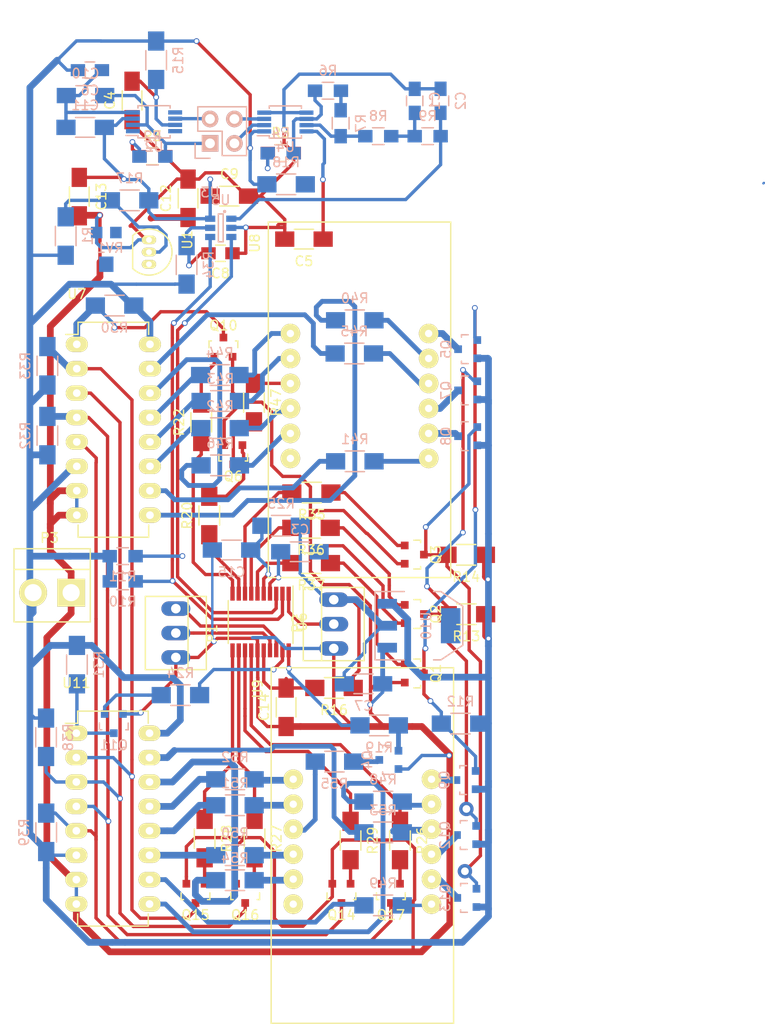
<source format=kicad_pcb>
(kicad_pcb (version 4) (host pcbnew no-vcs-found-product)
  (layers (0 F.Cu signal) (31 B.Cu signal) (34 B.Paste user) (35 F.Paste user) (36 B.SilkS user) (37 F.SilkS user) (38 B.Mask user) (39 F.Mask user) (44 Edge.Cuts user))
  (net 0 "")
  (net 1 "Net-(C1-Pad1)")
  (net 2 GND)
  (net 3 "Net-(C2-Pad1)")
  (net 4 "Net-(C3-Pad2)")
  (net 5 "Net-(C4-Pad2)")
  (net 6 "Net-(C5-Pad1)")
  (net 7 VCC)
  (net 8 3V3)
  (net 9 "Net-(C8-Pad2)")
  (net 10 2V5)
  (net 11 "Net-(C10-Pad1)")
  (net 12 "Net-(C12-Pad1)")
  (net 13 "Net-(C14-Pad2)")
  (net 14 "Net-(C15-Pad2)")
  (net 15 "Net-(P1-Pad1)")
  (net 16 "Net-(P1-Pad2)")
  (net 17 "Net-(P2-Pad2)")
  (net 18 "Net-(Q1-Pad1)")
  (net 19 "Net-(Q1-Pad3)")
  (net 20 "Net-(Q2-Pad1)")
  (net 21 "Net-(Q12-Pad1)")
  (net 22 "Net-(Q3-Pad1)")
  (net 23 "Net-(Q13-Pad1)")
  (net 24 "Net-(Q4-Pad1)")
  (net 25 /P2)
  (net 26 "Net-(Q5-Pad3)")
  (net 27 "Net-(Q6-Pad1)")
  (net 28 /P1)
  (net 29 "Net-(Q7-Pad3)")
  (net 30 "Net-(Q8-Pad3)")
  (net 31 "Net-(Q9-Pad3)")
  (net 32 "Net-(Q10-Pad1)")
  (net 33 /L1)
  (net 34 "Net-(Q11-Pad1)")
  (net 35 /L2)
  (net 36 "Net-(Q12-Pad3)")
  (net 37 "Net-(Q13-Pad3)")
  (net 38 "Net-(Q14-Pad1)")
  (net 39 /D4)
  (net 40 "Net-(Q15-Pad1)")
  (net 41 /D3)
  (net 42 "Net-(Q16-Pad1)")
  (net 43 /D2)
  (net 44 "Net-(Q17-Pad1)")
  (net 45 /D1)
  (net 46 "Net-(R2-Pad2)")
  (net 47 "Net-(R4-Pad1)")
  (net 48 "Net-(R4-Pad2)")
  (net 49 "Net-(R6-Pad1)")
  (net 50 "Net-(R7-Pad1)")
  (net 51 SDA)
  (net 52 SCK)
  (net 53 "Net-(R19-Pad1)")
  (net 54 "Net-(R20-Pad1)")
  (net 55 "Net-(R22-Pad1)")
  (net 56 "Net-(R24-Pad1)")
  (net 57 "Net-(R27-Pad1)")
  (net 58 "Net-(R28-Pad1)")
  (net 59 "Net-(R29-Pad1)")
  (net 60 /S3)
  (net 61 /S2)
  (net 62 /S1)
  (net 63 "Net-(R40-Pad1)")
  (net 64 "Net-(R40-Pad2)")
  (net 65 "Net-(R41-Pad1)")
  (net 66 "Net-(R41-Pad2)")
  (net 67 "Net-(R42-Pad1)")
  (net 68 "Net-(R42-Pad2)")
  (net 69 "Net-(R43-Pad1)")
  (net 70 "Net-(R43-Pad2)")
  (net 71 "Net-(R44-Pad1)")
  (net 72 "Net-(R44-Pad2)")
  (net 73 "Net-(R45-Pad1)")
  (net 74 "Net-(R45-Pad2)")
  (net 75 "Net-(R46-Pad1)")
  (net 76 "Net-(R46-Pad2)")
  (net 77 "Net-(R47-Pad1)")
  (net 78 "Net-(R48-Pad1)")
  (net 79 "Net-(R48-Pad2)")
  (net 80 "Net-(R49-Pad1)")
  (net 81 "Net-(R49-Pad2)")
  (net 82 "Net-(R50-Pad1)")
  (net 83 "Net-(R50-Pad2)")
  (net 84 "Net-(R51-Pad1)")
  (net 85 "Net-(R51-Pad2)")
  (net 86 "Net-(R52-Pad1)")
  (net 87 "Net-(R52-Pad2)")
  (net 88 "Net-(R53-Pad1)")
  (net 89 "Net-(R53-Pad2)")
  (net 90 "Net-(R54-Pad1)")
  (net 91 "Net-(R54-Pad2)")
  (net 92 "Net-(R55-Pad1)")
  (net 93 "Net-(RV1-Pad2)")
  (net 94 "Net-(U2-Pad6)")
  (net 95 "Net-(U3-Pad2)")
  (net 96 "Net-(U3-Pad4)")
  (net 97 "Net-(R26-Pad1)")
  (module TO_SOT_Packages_SMD:SOT-23-6 (layer B.Cu) (at 46.97034 51.6129 180)
    (fp_text reference U5 (at 0 2.9 180) (layer B.SilkS) (effects (justify mirror)))
    (fp_text value MCP3421A0T-E/CH)
    (pad 1 smd rect (at -1.1 0.95 180) (size 1.06 0.65) (layers B.Cu B.Paste B.Mask) (net 3 "Net-(C2-Pad1)"))
    (pad 2 smd rect (at -1.1 0 180) (size 1.06 0.65) (layers B.Cu B.Paste B.Mask) (net 2 GND))
    (pad 3 smd rect (at -1.1 -0.95 180) (size 1.06 0.65) (layers B.Cu B.Paste B.Mask) (net 52 SCK))
    (pad 4 smd rect (at 1.1 -0.95 180) (size 1.06 0.65) (layers B.Cu B.Paste B.Mask) (net 51 SDA))
    (pad 6 smd rect (at 1.1 0.95 180) (size 1.06 0.65) (layers B.Cu B.Paste B.Mask) (net 10 2V5))
    (pad 5 smd rect (at 1.1 0 180) (size 1.06 0.65) (layers B.Cu B.Paste B.Mask) (net 9 "Net-(C8-Pad2)"))
  )
  (module footprint:3x7segment (layer F.Cu) (at 61.12222 69.1057 270)
    (fp_text reference U8 (at -15.9 10.6 270) (layer F.SilkS))
    (fp_text value 3x8)
    (pad 1 thru_hole circle (at -6.5 6.9 270) (size 2.032 2.032) (drill 0.762) (layers *.Cu *.Mask F.SilkS) (net 71 "Net-(R44-Pad1)"))
    (pad 2 thru_hole circle (at -3.9 6.9 270) (size 2.032 2.032) (drill 0.762) (layers *.Cu *.Mask F.SilkS) (net 69 "Net-(R43-Pad1)"))
    (pad 3 thru_hole circle (at -1.3 6.9 270) (size 2.032 2.032) (drill 0.762) (layers *.Cu *.Mask F.SilkS) (net 77 "Net-(R47-Pad1)"))
    (pad 4 thru_hole circle (at 1.3 6.9 270) (size 2.032 2.032) (drill 0.762) (layers *.Cu *.Mask F.SilkS) (net 67 "Net-(R42-Pad1)"))
    (pad 5 thru_hole circle (at 3.9 6.9 270) (size 2.032 2.032) (drill 0.762) (layers *.Cu *.Mask F.SilkS) (net 75 "Net-(R46-Pad1)"))
    (pad 6 thru_hole circle (at 6.5 6.9 270) (size 2.032 2.032) (drill 0.762) (layers *.Cu *.Mask F.SilkS))
    (pad 7 thru_hole circle (at 6.5 -7.5 270) (size 2.032 2.032) (drill 0.762) (layers *.Cu *.Mask F.SilkS) (net 65 "Net-(R41-Pad1)"))
    (pad 8 thru_hole circle (at 3.9 -7.5 270) (size 2.032 2.032) (drill 0.762) (layers *.Cu *.Mask F.SilkS) (net 30 "Net-(Q8-Pad3)"))
    (pad 9 thru_hole circle (at 1.3 -7.5 270) (size 2.032 2.032) (drill 0.762) (layers *.Cu *.Mask F.SilkS) (net 29 "Net-(Q7-Pad3)"))
    (pad 10 thru_hole circle (at -1.3 -7.5 270) (size 2.032 2.032) (drill 0.762) (layers *.Cu *.Mask F.SilkS) (net 73 "Net-(R45-Pad1)"))
    (pad 11 thru_hole circle (at -3.9 -7.5 270) (size 2.032 2.032) (drill 0.762) (layers *.Cu *.Mask F.SilkS) (net 63 "Net-(R40-Pad1)"))
    (pad 12 thru_hole circle (at -6.5 -7.5 270) (size 2.032 2.032) (drill 0.762) (layers *.Cu *.Mask F.SilkS) (net 26 "Net-(Q5-Pad3)"))
  )
  (module TO_SOT_Packages_SMD:SOT-23 (layer F.Cu) (at 67.13558 91.79947 270)
    (fp_text reference Q2 (at 0 -2.25 270) (layer F.SilkS))
    (fp_text value MMBT2222ALT1G)
    (pad 1 smd rect (at -0.95 1.00076 270) (size 0.8001 0.8001) (layers F.Cu F.Paste F.Mask) (net 20 "Net-(Q2-Pad1)"))
    (pad 2 smd rect (at 0.95 1.00076 270) (size 0.8001 0.8001) (layers F.Cu F.Paste F.Mask) (net 2 GND))
    (pad 3 smd rect (at 0 -0.99822 270) (size 0.8001 0.8001) (layers F.Cu F.Paste F.Mask) (net 21 "Net-(Q12-Pad1)"))
  )
  (module TO_SOT_Packages_SMD:SOT-23 (layer B.Cu) (at 35.83 103.2)
    (fp_text reference Q11 (at 0 2.25) (layer B.SilkS) (effects (justify mirror)))
    (fp_text value MMBT2222ALT1G)
    (pad 1 smd rect (at -0.95 -1.00076) (size 0.8001 0.8001) (layers B.Cu B.Paste B.Mask) (net 34 "Net-(Q11-Pad1)"))
    (pad 2 smd rect (at 0.95 -1.00076) (size 0.8001 0.8001) (layers B.Cu B.Paste B.Mask) (net 2 GND))
    (pad 3 smd rect (at 0 0.99822) (size 0.8001 0.8001) (layers B.Cu B.Paste B.Mask) (net 35 /L2))
  )
  (module Housings_DIP:DIP-16_W7.62mm_LongPads (layer F.Cu) (at 31.92964 104.20096)
    (fp_text reference U11 (at 0 -5.22) (layer F.SilkS))
    (fp_text value HEF4544B)
    (pad 1 thru_hole oval (at 0 0) (size 2.3 1.6) (drill 0.8) (layers *.Cu *.Mask F.SilkS) (net 35 /L2))
    (pad 2 thru_hole oval (at 0 2.54) (size 2.3 1.6) (drill 0.8) (layers *.Cu *.Mask F.SilkS) (net 41 /D3))
    (pad 3 thru_hole oval (at 0 5.08) (size 2.3 1.6) (drill 0.8) (layers *.Cu *.Mask F.SilkS) (net 43 /D2))
    (pad 4 thru_hole oval (at 0 7.62) (size 2.3 1.6) (drill 0.8) (layers *.Cu *.Mask F.SilkS) (net 39 /D4))
    (pad 5 thru_hole oval (at 0 10.16) (size 2.3 1.6) (drill 0.8) (layers *.Cu *.Mask F.SilkS) (net 45 /D1))
    (pad 6 thru_hole oval (at 0 12.7) (size 2.3 1.6) (drill 0.8) (layers *.Cu *.Mask F.SilkS) (net 7 VCC))
    (pad 7 thru_hole oval (at 0 15.24) (size 2.3 1.6) (drill 0.8) (layers *.Cu *.Mask F.SilkS) (net 2 GND))
    (pad 8 thru_hole oval (at 0 17.78) (size 2.3 1.6) (drill 0.8) (layers *.Cu *.Mask F.SilkS) (net 2 GND))
    (pad 9 thru_hole oval (at 7.62 17.78) (size 2.3 1.6) (drill 0.8) (layers *.Cu *.Mask F.SilkS) (net 79 "Net-(R48-Pad2)"))
    (pad 10 thru_hole oval (at 7.62 15.24) (size 2.3 1.6) (drill 0.8) (layers *.Cu *.Mask F.SilkS) (net 81 "Net-(R49-Pad2)"))
    (pad 11 thru_hole oval (at 7.62 12.7) (size 2.3 1.6) (drill 0.8) (layers *.Cu *.Mask F.SilkS) (net 83 "Net-(R50-Pad2)"))
    (pad 12 thru_hole oval (at 7.62 10.16) (size 2.3 1.6) (drill 0.8) (layers *.Cu *.Mask F.SilkS) (net 85 "Net-(R51-Pad2)"))
    (pad 13 thru_hole oval (at 7.62 7.62) (size 2.3 1.6) (drill 0.8) (layers *.Cu *.Mask F.SilkS) (net 87 "Net-(R52-Pad2)"))
    (pad 14 thru_hole oval (at 7.62 5.08) (size 2.3 1.6) (drill 0.8) (layers *.Cu *.Mask F.SilkS) (net 91 "Net-(R54-Pad2)"))
    (pad 15 thru_hole oval (at 7.62 2.54) (size 2.3 1.6) (drill 0.8) (layers *.Cu *.Mask F.SilkS) (net 89 "Net-(R53-Pad2)"))
    (pad 16 thru_hole oval (at 7.62 0) (size 2.3 1.6) (drill 0.8) (layers *.Cu *.Mask F.SilkS) (net 7 VCC))
  )
  (module TO_SOT_Packages_SMD:SOT-23 (layer F.Cu) (at 64.69 120.87 180)
    (fp_text reference Q17 (at 0 -2.25 180) (layer F.SilkS))
    (fp_text value MMBT2222ALT1G)
    (pad 1 smd rect (at -0.95 1.00076 180) (size 0.8001 0.8001) (layers F.Cu F.Paste F.Mask) (net 44 "Net-(Q17-Pad1)"))
    (pad 2 smd rect (at 0.95 1.00076 180) (size 0.8001 0.8001) (layers F.Cu F.Paste F.Mask) (net 2 GND))
    (pad 3 smd rect (at 0 -0.99822 180) (size 0.8001 0.8001) (layers F.Cu F.Paste F.Mask) (net 45 /D1))
  )
  (module TO_SOT_Packages_SMD:SOT-23 (layer F.Cu) (at 59.54 120.87076 180)
    (fp_text reference Q14 (at 0 -2.25 180) (layer F.SilkS))
    (fp_text value MMBT2222ALT1G)
    (pad 1 smd rect (at -0.95 1.00076 180) (size 0.8001 0.8001) (layers F.Cu F.Paste F.Mask) (net 38 "Net-(Q14-Pad1)"))
    (pad 2 smd rect (at 0.95 1.00076 180) (size 0.8001 0.8001) (layers F.Cu F.Paste F.Mask) (net 2 GND))
    (pad 3 smd rect (at 0 -0.99822 180) (size 0.8001 0.8001) (layers F.Cu F.Paste F.Mask) (net 39 /D4))
  )
  (module Connect:PINHEAD1-3 (layer F.Cu) (at 58.74088 92.84722 90)
    (fp_text reference P2 (at 0.05 -3.8 90) (layer F.SilkS))
    (fp_text value CONN_01X03)
    (pad 1 thru_hole oval (at -2.54 0 90) (size 1.50622 3.01498) (drill 0.99822) (layers *.Cu *.Mask) (net 2 GND))
    (pad 2 thru_hole oval (at 0 0 90) (size 1.50622 3.01498) (drill 0.99822) (layers *.Cu *.Mask) (net 17 "Net-(P2-Pad2)"))
    (pad 3 thru_hole oval (at 2.54 0 90) (size 1.50622 3.01498) (drill 0.99822) (layers *.Cu *.Mask) (net 8 3V3))
  )
  (module Resistors_SMD:R_1206_HandSoldering (layer B.Cu) (at 30.8212 52.46376 90)
    (fp_text reference R1 (at 0 2.3 90) (layer B.SilkS) (effects (justify mirror)))
    (fp_text value 3k6)
    (pad 1 smd rect (at -2 0 90) (size 2 1.7) (layers B.Cu B.Paste B.Mask) (net 7 VCC))
    (pad 2 smd rect (at 2 0 90) (size 2 1.7) (layers B.Cu B.Paste B.Mask) (net 12 "Net-(C12-Pad1)"))
  )
  (module Housings_SSOP:TSSOP-20_4.4x6.5mm_Pitch0.65mm (layer F.Cu) (at 51.12088 92.63132 270)
    (fp_text reference U6 (at 0 -4.3 270) (layer F.SilkS))
    (fp_text value STM32M030F4)
    (pad 1 smd rect (at -2.95 -2.925 270) (size 1.45 0.45) (layers F.Cu F.Paste F.Mask) (net 17 "Net-(P2-Pad2)"))
    (pad 2 smd rect (at -2.95 -2.275 270) (size 1.45 0.45) (layers F.Cu F.Paste F.Mask) (net 51 SDA))
    (pad 3 smd rect (at -2.95 -1.625 270) (size 1.45 0.45) (layers F.Cu F.Paste F.Mask) (net 52 SCK))
    (pad 4 smd rect (at -2.95 -0.975 270) (size 1.45 0.45) (layers F.Cu F.Paste F.Mask) (net 4 "Net-(C3-Pad2)"))
    (pad 5 smd rect (at -2.95 -0.325 270) (size 1.45 0.45) (layers F.Cu F.Paste F.Mask) (net 14 "Net-(C15-Pad2)"))
    (pad 6 smd rect (at -2.95 0.325 270) (size 1.45 0.45) (layers F.Cu F.Paste F.Mask) (net 62 /S1))
    (pad 7 smd rect (at -2.95 0.975 270) (size 1.45 0.45) (layers F.Cu F.Paste F.Mask) (net 61 /S2))
    (pad 8 smd rect (at -2.95 1.625 270) (size 1.45 0.45) (layers F.Cu F.Paste F.Mask) (net 60 /S3))
    (pad 9 smd rect (at -2.95 2.275 270) (size 1.45 0.45) (layers F.Cu F.Paste F.Mask) (net 54 "Net-(R20-Pad1)"))
    (pad 10 smd rect (at -2.95 2.925 270) (size 1.45 0.45) (layers F.Cu F.Paste F.Mask) (net 55 "Net-(R22-Pad1)"))
    (pad 11 smd rect (at 2.95 2.925 270) (size 1.45 0.45) (layers F.Cu F.Paste F.Mask) (net 58 "Net-(R28-Pad1)"))
    (pad 12 smd rect (at 2.95 2.275 270) (size 1.45 0.45) (layers F.Cu F.Paste F.Mask) (net 57 "Net-(R27-Pad1)"))
    (pad 13 smd rect (at 2.95 1.625 270) (size 1.45 0.45) (layers F.Cu F.Paste F.Mask) (net 59 "Net-(R29-Pad1)"))
    (pad 14 smd rect (at 2.95 0.975 270) (size 1.45 0.45) (layers F.Cu F.Paste F.Mask) (net 97 "Net-(R26-Pad1)"))
    (pad 15 smd rect (at 2.95 0.325 270) (size 1.45 0.45) (layers F.Cu F.Paste F.Mask) (net 2 GND))
    (pad 16 smd rect (at 2.95 -0.325 270) (size 1.45 0.45) (layers F.Cu F.Paste F.Mask) (net 13 "Net-(C14-Pad2)"))
    (pad 17 smd rect (at 2.95 -0.975 270) (size 1.45 0.45) (layers F.Cu F.Paste F.Mask) (net 16 "Net-(P1-Pad2)"))
    (pad 18 smd rect (at 2.95 -1.625 270) (size 1.45 0.45) (layers F.Cu F.Paste F.Mask) (net 15 "Net-(P1-Pad1)"))
    (pad 19 smd rect (at 2.95 -2.275 270) (size 1.45 0.45) (layers F.Cu F.Paste F.Mask) (net 56 "Net-(R24-Pad1)"))
    (pad 20 smd rect (at 2.95 -2.925 270) (size 1.45 0.45) (layers F.Cu F.Paste F.Mask) (net 53 "Net-(R19-Pad1)"))
  )
  (module Connect:PINHEAD1-3 (layer F.Cu) (at 42.29184 93.7794 270)
    (fp_text reference P1 (at 0.05 -3.8 270) (layer F.SilkS))
    (fp_text value CONN_01X03)
    (pad 1 thru_hole oval (at -2.54 0 270) (size 1.50622 3.01498) (drill 0.99822) (layers *.Cu *.Mask) (net 15 "Net-(P1-Pad1)"))
    (pad 2 thru_hole oval (at 0 0 270) (size 1.50622 3.01498) (drill 0.99822) (layers *.Cu *.Mask) (net 16 "Net-(P1-Pad2)"))
    (pad 3 thru_hole oval (at 2.54 0 270) (size 1.50622 3.01498) (drill 0.99822) (layers *.Cu *.Mask) (net 2 GND))
  )
  (module TO_SOT_Packages_SMD:SOT-23 (layer B.Cu) (at 72.69056 64.2392 270)
    (fp_text reference Q5 (at 0 2.25 270) (layer B.SilkS) (effects (justify mirror)))
    (fp_text value FDV304P)
    (pad 1 smd rect (at -0.95 -1.00076 270) (size 0.8001 0.8001) (layers B.Cu B.Paste B.Mask) (net 19 "Net-(Q1-Pad3)"))
    (pad 2 smd rect (at 0.95 -1.00076 270) (size 0.8001 0.8001) (layers B.Cu B.Paste B.Mask) (net 7 VCC))
    (pad 3 smd rect (at 0 0.99822 270) (size 0.8001 0.8001) (layers B.Cu B.Paste B.Mask) (net 26 "Net-(Q5-Pad3)"))
  )
  (module TO_SOT_Packages_SMD:SOT-23 (layer B.Cu) (at 72.57464 114.80096 270)
    (fp_text reference Q12 (at 0 2.25 270) (layer B.SilkS) (effects (justify mirror)))
    (fp_text value FDV304P)
    (pad 1 smd rect (at -0.95 -1.00076 270) (size 0.8001 0.8001) (layers B.Cu B.Paste B.Mask) (net 21 "Net-(Q12-Pad1)"))
    (pad 2 smd rect (at 0.95 -1.00076 270) (size 0.8001 0.8001) (layers B.Cu B.Paste B.Mask) (net 7 VCC))
    (pad 3 smd rect (at 0 0.99822 270) (size 0.8001 0.8001) (layers B.Cu B.Paste B.Mask) (net 36 "Net-(Q12-Pad3)"))
  )
  (module Resistors_SMD:R_1206_HandSoldering (layer B.Cu) (at 28.91366 65.96894 270)
    (fp_text reference R33 (at 0 2.3 270) (layer B.SilkS) (effects (justify mirror)))
    (fp_text value 10k)
    (pad 1 smd rect (at -2 0 270) (size 2 1.7) (layers B.Cu B.Paste B.Mask) (net 41 /D3))
    (pad 2 smd rect (at 2 0 270) (size 2 1.7) (layers B.Cu B.Paste B.Mask) (net 7 VCC))
  )
  (module Resistors_SMD:R_1206_HandSoldering (layer B.Cu) (at 28.77396 104.62774 90)
    (fp_text reference R38 (at 0 2.3 90) (layer B.SilkS) (effects (justify mirror)))
    (fp_text value 10k)
    (pad 1 smd rect (at -2 0 90) (size 2 1.7) (layers B.Cu B.Paste B.Mask) (net 43 /D2))
    (pad 2 smd rect (at 2 0 90) (size 2 1.7) (layers B.Cu B.Paste B.Mask) (net 7 VCC))
  )
  (module Capacitors_SMD:C_0805_HandSoldering (layer B.Cu) (at 67.17114 38.39756 90)
    (fp_text reference C1 (at 0 2.1 90) (layer B.SilkS) (effects (justify mirror)))
    (fp_text value 100n)
    (pad 1 smd rect (at -1.25 0 90) (size 1.5 1.25) (layers B.Cu B.Paste B.Mask) (net 1 "Net-(C1-Pad1)"))
    (pad 2 smd rect (at 1.25 0 90) (size 1.5 1.25) (layers B.Cu B.Paste B.Mask) (net 2 GND))
  )
  (module Capacitors_SMD:C_0805_HandSoldering (layer B.Cu) (at 69.86354 38.39216 90)
    (fp_text reference C2 (at 0 2.1 90) (layer B.SilkS) (effects (justify mirror)))
    (fp_text value 100n)
    (pad 1 smd rect (at -1.25 0 90) (size 1.5 1.25) (layers B.Cu B.Paste B.Mask) (net 3 "Net-(C2-Pad1)"))
    (pad 2 smd rect (at 1.25 0 90) (size 1.5 1.25) (layers B.Cu B.Paste B.Mask) (net 2 GND))
  )
  (module Capacitors_SMD:C_1206_HandSoldering (layer B.Cu) (at 55.2118 85.3212 180)
    (fp_text reference C3 (at 0 2.3 180) (layer B.SilkS) (effects (justify mirror)))
    (fp_text value 100n)
    (pad 1 smd rect (at -2 0 180) (size 2 1.6) (layers B.Cu B.Paste B.Mask) (net 2 GND))
    (pad 2 smd rect (at 2 0 180) (size 2 1.6) (layers B.Cu B.Paste B.Mask) (net 4 "Net-(C3-Pad2)"))
  )
  (module Capacitors_SMD:C_1206_HandSoldering (layer F.Cu) (at 37.73254 38.35406 90)
    (fp_text reference C4 (at 0 -2.3 90) (layer F.SilkS))
    (fp_text value 100n)
    (pad 1 smd rect (at -2 0 90) (size 2 1.6) (layers F.Cu F.Paste F.Mask) (net 2 GND))
    (pad 2 smd rect (at 2 0 90) (size 2 1.6) (layers F.Cu F.Paste F.Mask) (net 5 "Net-(C4-Pad2)"))
  )
  (module Capacitors_SMD:C_1206_HandSoldering (layer F.Cu) (at 55.63446 52.78634 180)
    (fp_text reference C5 (at 0 -2.3 180) (layer F.SilkS))
    (fp_text value 100n)
    (pad 1 smd rect (at -2 0 180) (size 2 1.6) (layers F.Cu F.Paste F.Mask) (net 6 "Net-(C5-Pad1)"))
    (pad 2 smd rect (at 2 0 180) (size 2 1.6) (layers F.Cu F.Paste F.Mask) (net 2 GND))
  )
  (module Capacitors_SMD:C_0805_HandSoldering (layer B.Cu) (at 33.34342 35.19938)
    (fp_text reference C6 (at 0 2.1) (layer B.SilkS) (effects (justify mirror)))
    (fp_text value 100n)
    (pad 1 smd rect (at -1.25 0) (size 1.5 1.25) (layers B.Cu B.Paste B.Mask) (net 7 VCC))
    (pad 2 smd rect (at 1.25 0) (size 1.5 1.25) (layers B.Cu B.Paste B.Mask) (net 2 GND))
  )
  (module Capacitors_SMD:C_1206_HandSoldering (layer B.Cu) (at 61.8346 99.0626)
    (fp_text reference C7 (at 0 2.3) (layer B.SilkS) (effects (justify mirror)))
    (fp_text value 10u)
    (pad 1 smd rect (at -2 0) (size 2 1.6) (layers B.Cu B.Paste B.Mask) (net 8 3V3))
    (pad 2 smd rect (at 2 0) (size 2 1.6) (layers B.Cu B.Paste B.Mask) (net 2 GND))
  )
  (module Capacitors_SMD:C_0805_HandSoldering (layer F.Cu) (at 46.94258 54.257 180)
    (fp_text reference C8 (at 0 -2.1 180) (layer F.SilkS))
    (fp_text value 100n)
    (pad 1 smd rect (at -1.25 0 180) (size 1.5 1.25) (layers F.Cu F.Paste F.Mask) (net 2 GND))
    (pad 2 smd rect (at 1.25 0 180) (size 1.5 1.25) (layers F.Cu F.Paste F.Mask) (net 9 "Net-(C8-Pad2)"))
  )
  (module Capacitors_SMD:C_1206_HandSoldering (layer F.Cu) (at 47.86206 48.31086)
    (fp_text reference C9 (at 0 -2.3) (layer F.SilkS))
    (fp_text value 1n)
    (pad 1 smd rect (at -2 0) (size 2 1.6) (layers F.Cu F.Paste F.Mask) (net 10 2V5))
    (pad 2 smd rect (at 2 0) (size 2 1.6) (layers F.Cu F.Paste F.Mask) (net 2 GND))
  )
  (module Capacitors_SMD:C_1206_HandSoldering (layer B.Cu) (at 32.88368 37.84606 180)
    (fp_text reference C10 (at 0 2.3 180) (layer B.SilkS) (effects (justify mirror)))
    (fp_text value 100n)
    (pad 1 smd rect (at -2 0 180) (size 2 1.6) (layers B.Cu B.Paste B.Mask) (net 11 "Net-(C10-Pad1)"))
    (pad 2 smd rect (at 2 0 180) (size 2 1.6) (layers B.Cu B.Paste B.Mask) (net 2 GND))
  )
  (module Capacitors_SMD:C_1206_HandSoldering (layer B.Cu) (at 32.84812 41.15568 180)
    (fp_text reference C11 (at 0 2.3 180) (layer B.SilkS) (effects (justify mirror)))
    (fp_text value 1n)
    (pad 1 smd rect (at -2 0 180) (size 2 1.6) (layers B.Cu B.Paste B.Mask) (net 10 2V5))
    (pad 2 smd rect (at 2 0 180) (size 2 1.6) (layers B.Cu B.Paste B.Mask) (net 2 GND))
  )
  (module Capacitors_SMD:C_1206_HandSoldering (layer F.Cu) (at 43.56438 48.53692 90)
    (fp_text reference C12 (at 0 -2.3 90) (layer F.SilkS))
    (fp_text value 100n)
    (pad 1 smd rect (at -2 0 90) (size 2 1.6) (layers F.Cu F.Paste F.Mask) (net 12 "Net-(C12-Pad1)"))
    (pad 2 smd rect (at 2 0 90) (size 2 1.6) (layers F.Cu F.Paste F.Mask) (net 2 GND))
  )
  (module Capacitors_SMD:C_1206_HandSoldering (layer F.Cu) (at 32.23598 48.35912 270)
    (fp_text reference C13 (at 0 -2.3 270) (layer F.SilkS))
    (fp_text value 1n)
    (pad 1 smd rect (at -2 0 270) (size 2 1.6) (layers F.Cu F.Paste F.Mask) (net 10 2V5))
    (pad 2 smd rect (at 2 0 270) (size 2 1.6) (layers F.Cu F.Paste F.Mask) (net 2 GND))
  )
  (module Capacitors_SMD:C_1206_HandSoldering (layer F.Cu) (at 53.77772 101.50862 90)
    (fp_text reference C14 (at 0 -2.3 90) (layer F.SilkS))
    (fp_text value 100n)
    (pad 1 smd rect (at -2 0 90) (size 2 1.6) (layers F.Cu F.Paste F.Mask) (net 2 GND))
    (pad 2 smd rect (at 2 0 90) (size 2 1.6) (layers F.Cu F.Paste F.Mask) (net 13 "Net-(C14-Pad2)"))
  )
  (module Capacitors_SMD:C_1206_HandSoldering (layer B.Cu) (at 48.08964 85.13832)
    (fp_text reference C15 (at 0 2.3) (layer B.SilkS) (effects (justify mirror)))
    (fp_text value 100n)
    (pad 1 smd rect (at -2 0) (size 2 1.6) (layers B.Cu B.Paste B.Mask) (net 2 GND))
    (pad 2 smd rect (at 2 0) (size 2 1.6) (layers B.Cu B.Paste B.Mask) (net 14 "Net-(C15-Pad2)"))
  )
  (module Pin_Headers:Pin_Header_Straight_1x02_Pitch3.96mm_Friction_Lock (layer F.Cu) (at 31.38522 89.5757 180)
    (fp_text reference P3 (at 2.25 5.7 180) (layer F.SilkS))
    (fp_text value CONN_01X02)
    (pad 1 thru_hole rect (at 0 0 180) (size 2.9 2.9) (drill 1.78) (layers *.Cu *.Mask F.SilkS) (net 2 GND))
    (pad 2 thru_hole circle (at 3.96 0 180) (size 2.9 2.9) (drill 1.78) (layers *.Cu *.Mask F.SilkS) (net 7 VCC))
  )
  (module TO_SOT_Packages_SMD:SOT-23 (layer F.Cu) (at 67.13558 97.9831 270)
    (fp_text reference Q1 (at 0 -2.25 270) (layer F.SilkS))
    (fp_text value MMBT2222ALT1G)
    (pad 1 smd rect (at -0.95 1.00076 270) (size 0.8001 0.8001) (layers F.Cu F.Paste F.Mask) (net 18 "Net-(Q1-Pad1)"))
    (pad 2 smd rect (at 0.95 1.00076 270) (size 0.8001 0.8001) (layers F.Cu F.Paste F.Mask) (net 2 GND))
    (pad 3 smd rect (at 0 -0.99822 270) (size 0.8001 0.8001) (layers F.Cu F.Paste F.Mask) (net 19 "Net-(Q1-Pad3)"))
  )
  (module TO_SOT_Packages_SMD:SOT-23 (layer F.Cu) (at 67.1305 85.61584 270)
    (fp_text reference Q3 (at 0 -2.25 270) (layer F.SilkS))
    (fp_text value MMBT2222ALT1G)
    (pad 1 smd rect (at -0.95 1.00076 270) (size 0.8001 0.8001) (layers F.Cu F.Paste F.Mask) (net 22 "Net-(Q3-Pad1)"))
    (pad 2 smd rect (at 0.95 1.00076 270) (size 0.8001 0.8001) (layers F.Cu F.Paste F.Mask) (net 2 GND))
    (pad 3 smd rect (at 0 -0.99822 270) (size 0.8001 0.8001) (layers F.Cu F.Paste F.Mask) (net 23 "Net-(Q13-Pad1)"))
  )
  (module TO_SOT_Packages_SMD:SOT-23 (layer B.Cu) (at 64.48 106.98 270)
    (fp_text reference Q4 (at 0 2.25 270) (layer B.SilkS) (effects (justify mirror)))
    (fp_text value MMBT2222ALT1G)
    (pad 1 smd rect (at -0.95 -1.00076 270) (size 0.8001 0.8001) (layers B.Cu B.Paste B.Mask) (net 24 "Net-(Q4-Pad1)"))
    (pad 2 smd rect (at 0.95 -1.00076 270) (size 0.8001 0.8001) (layers B.Cu B.Paste B.Mask) (net 2 GND))
    (pad 3 smd rect (at 0 0.99822 270) (size 0.8001 0.8001) (layers B.Cu B.Paste B.Mask) (net 25 /P2))
  )
  (module TO_SOT_Packages_SMD:SOT-23 (layer F.Cu) (at 48.27608 75.2247 180)
    (fp_text reference Q6 (at 0 -2.25 180) (layer F.SilkS))
    (fp_text value MMBT2222ALT1G)
    (pad 1 smd rect (at -0.95 1.00076 180) (size 0.8001 0.8001) (layers F.Cu F.Paste F.Mask) (net 27 "Net-(Q6-Pad1)"))
    (pad 2 smd rect (at 0.95 1.00076 180) (size 0.8001 0.8001) (layers F.Cu F.Paste F.Mask) (net 2 GND))
    (pad 3 smd rect (at 0 -0.99822 180) (size 0.8001 0.8001) (layers F.Cu F.Paste F.Mask) (net 28 /P1))
  )
  (module TO_SOT_Packages_SMD:SOT-23 (layer B.Cu) (at 72.69056 68.52788 270)
    (fp_text reference Q7 (at 0 2.25 270) (layer B.SilkS) (effects (justify mirror)))
    (fp_text value FDV304P)
    (pad 1 smd rect (at -0.95 -1.00076 270) (size 0.8001 0.8001) (layers B.Cu B.Paste B.Mask) (net 21 "Net-(Q12-Pad1)"))
    (pad 2 smd rect (at 0.95 -1.00076 270) (size 0.8001 0.8001) (layers B.Cu B.Paste B.Mask) (net 7 VCC))
    (pad 3 smd rect (at 0 0.99822 270) (size 0.8001 0.8001) (layers B.Cu B.Paste B.Mask) (net 29 "Net-(Q7-Pad3)"))
  )
  (module TO_SOT_Packages_SMD:SOT-23 (layer B.Cu) (at 72.69056 73.2943 270)
    (fp_text reference Q8 (at 0 2.25 270) (layer B.SilkS) (effects (justify mirror)))
    (fp_text value FDV304P)
    (pad 1 smd rect (at -0.95 -1.00076 270) (size 0.8001 0.8001) (layers B.Cu B.Paste B.Mask) (net 23 "Net-(Q13-Pad1)"))
    (pad 2 smd rect (at 0.95 -1.00076 270) (size 0.8001 0.8001) (layers B.Cu B.Paste B.Mask) (net 7 VCC))
    (pad 3 smd rect (at 0 0.99822 270) (size 0.8001 0.8001) (layers B.Cu B.Paste B.Mask) (net 30 "Net-(Q8-Pad3)"))
  )
  (module TO_SOT_Packages_SMD:SOT-23 (layer B.Cu) (at 72.51464 109.08096 270)
    (fp_text reference Q9 (at 0 2.25 270) (layer B.SilkS) (effects (justify mirror)))
    (fp_text value FDV304P)
    (pad 1 smd rect (at -0.95 -1.00076 270) (size 0.8001 0.8001) (layers B.Cu B.Paste B.Mask) (net 19 "Net-(Q1-Pad3)"))
    (pad 2 smd rect (at 0.95 -1.00076 270) (size 0.8001 0.8001) (layers B.Cu B.Paste B.Mask) (net 7 VCC))
    (pad 3 smd rect (at 0 0.99822 270) (size 0.8001 0.8001) (layers B.Cu B.Paste B.Mask) (net 31 "Net-(Q9-Pad3)"))
  )
  (module TO_SOT_Packages_SMD:SOT-23 (layer F.Cu) (at 47.24812 64.02728)
    (fp_text reference Q10 (at 0 -2.25) (layer F.SilkS))
    (fp_text value MMBT2222ALT1G)
    (pad 1 smd rect (at -0.95 1.00076) (size 0.8001 0.8001) (layers F.Cu F.Paste F.Mask) (net 32 "Net-(Q10-Pad1)"))
    (pad 2 smd rect (at 0.95 1.00076) (size 0.8001 0.8001) (layers F.Cu F.Paste F.Mask) (net 2 GND))
    (pad 3 smd rect (at 0 -0.99822) (size 0.8001 0.8001) (layers F.Cu F.Paste F.Mask) (net 33 /L1))
  )
  (module TO_SOT_Packages_SMD:SOT-23 (layer B.Cu) (at 72.60286 121.34096 270)
    (fp_text reference Q13 (at 0 2.25 270) (layer B.SilkS) (effects (justify mirror)))
    (fp_text value FDV304P)
    (pad 1 smd rect (at -0.95 -1.00076 270) (size 0.8001 0.8001) (layers B.Cu B.Paste B.Mask) (net 23 "Net-(Q13-Pad1)"))
    (pad 2 smd rect (at 0.95 -1.00076 270) (size 0.8001 0.8001) (layers B.Cu B.Paste B.Mask) (net 7 VCC))
    (pad 3 smd rect (at 0 0.99822 270) (size 0.8001 0.8001) (layers B.Cu B.Paste B.Mask) (net 37 "Net-(Q13-Pad3)"))
  )
  (module TO_SOT_Packages_SMD:SOT-23 (layer F.Cu) (at 44.34 120.87 180)
    (fp_text reference Q15 (at 0 -2.25 180) (layer F.SilkS))
    (fp_text value MMBT2222ALT1G)
    (pad 1 smd rect (at -0.95 1.00076 180) (size 0.8001 0.8001) (layers F.Cu F.Paste F.Mask) (net 40 "Net-(Q15-Pad1)"))
    (pad 2 smd rect (at 0.95 1.00076 180) (size 0.8001 0.8001) (layers F.Cu F.Paste F.Mask) (net 2 GND))
    (pad 3 smd rect (at 0 -0.99822 180) (size 0.8001 0.8001) (layers F.Cu F.Paste F.Mask) (net 41 /D3))
  )
  (module TO_SOT_Packages_SMD:SOT-23 (layer F.Cu) (at 49.515 120.87 180)
    (fp_text reference Q16 (at 0 -2.25 180) (layer F.SilkS))
    (fp_text value MMBT2222ALT1G)
    (pad 1 smd rect (at -0.95 1.00076 180) (size 0.8001 0.8001) (layers F.Cu F.Paste F.Mask) (net 42 "Net-(Q16-Pad1)"))
    (pad 2 smd rect (at 0.95 1.00076 180) (size 0.8001 0.8001) (layers F.Cu F.Paste F.Mask) (net 2 GND))
    (pad 3 smd rect (at 0 -0.99822 180) (size 0.8001 0.8001) (layers F.Cu F.Paste F.Mask) (net 43 /D2))
  )
  (module Resistors_SMD:R_0805_HandSoldering (layer B.Cu) (at 39.85488 44.19428 180)
    (fp_text reference R2 (at 0 2.1 180) (layer B.SilkS) (effects (justify mirror)))
    (fp_text value 2k49)
    (pad 1 smd rect (at -1.35 0 180) (size 1.5 1.3) (layers B.Cu B.Paste B.Mask) (net 11 "Net-(C10-Pad1)"))
    (pad 2 smd rect (at 1.35 0 180) (size 1.5 1.3) (layers B.Cu B.Paste B.Mask) (net 46 "Net-(R2-Pad2)"))
  )
  (module Resistors_SMD:R_0805_HandSoldering (layer F.Cu) (at 39.85344 44.1605)
    (fp_text reference R3 (at 0 -2.1) (layer F.SilkS))
    (fp_text value 10)
    (pad 1 smd rect (at -1.35 0) (size 1.5 1.3) (layers F.Cu F.Paste F.Mask) (net 46 "Net-(R2-Pad2)"))
    (pad 2 smd rect (at 1.35 0) (size 1.5 1.3) (layers F.Cu F.Paste F.Mask) (net 2 GND))
  )
  (module Resistors_SMD:R_0805_HandSoldering (layer B.Cu) (at 53.2106 43.8511 180)
    (fp_text reference R4 (at 0 2.1 180) (layer B.SilkS) (effects (justify mirror)))
    (fp_text value 1k)
    (pad 1 smd rect (at -1.35 0 180) (size 1.5 1.3) (layers B.Cu B.Paste B.Mask) (net 47 "Net-(R4-Pad1)"))
    (pad 2 smd rect (at 1.35 0 180) (size 1.5 1.3) (layers B.Cu B.Paste B.Mask) (net 48 "Net-(R4-Pad2)"))
  )
  (module Resistors_SMD:R_0805_HandSoldering (layer F.Cu) (at 53.22146 43.82522)
    (fp_text reference R5 (at 0 -2.1) (layer F.SilkS))
    (fp_text value 1k)
    (pad 1 smd rect (at -1.35 0) (size 1.5 1.3) (layers F.Cu F.Paste F.Mask) (net 48 "Net-(R4-Pad2)"))
    (pad 2 smd rect (at 1.35 0) (size 1.5 1.3) (layers F.Cu F.Paste F.Mask) (net 2 GND))
  )
  (module Resistors_SMD:R_0805_HandSoldering (layer B.Cu) (at 58.1378 37.3439 180)
    (fp_text reference R6 (at 0 2.1 180) (layer B.SilkS) (effects (justify mirror)))
    (fp_text value 47k)
    (pad 1 smd rect (at -1.35 0 180) (size 1.5 1.3) (layers B.Cu B.Paste B.Mask) (net 49 "Net-(R6-Pad1)"))
    (pad 2 smd rect (at 1.35 0 180) (size 1.5 1.3) (layers B.Cu B.Paste B.Mask) (net 47 "Net-(R4-Pad1)"))
  )
  (module Resistors_SMD:R_0805_HandSoldering (layer B.Cu) (at 59.4586 40.7221 90)
    (fp_text reference R7 (at 0 2.1 90) (layer B.SilkS) (effects (justify mirror)))
    (fp_text value 1k)
    (pad 1 smd rect (at -1.35 0 90) (size 1.5 1.3) (layers B.Cu B.Paste B.Mask) (net 50 "Net-(R7-Pad1)"))
    (pad 2 smd rect (at 1.35 0 90) (size 1.5 1.3) (layers B.Cu B.Paste B.Mask) (net 49 "Net-(R6-Pad1)"))
  )
  (module Resistors_SMD:R_0805_HandSoldering (layer B.Cu) (at 63.37638 42.07262 180)
    (fp_text reference R8 (at 0 2.1 180) (layer B.SilkS) (effects (justify mirror)))
    (fp_text value 10k)
    (pad 1 smd rect (at -1.35 0 180) (size 1.5 1.3) (layers B.Cu B.Paste B.Mask) (net 1 "Net-(C1-Pad1)"))
    (pad 2 smd rect (at 1.35 0 180) (size 1.5 1.3) (layers B.Cu B.Paste B.Mask) (net 50 "Net-(R7-Pad1)"))
  )
  (module Resistors_SMD:R_0805_HandSoldering (layer B.Cu) (at 68.52114 42.07262 180)
    (fp_text reference R9 (at 0 2.1 180) (layer B.SilkS) (effects (justify mirror)))
    (fp_text value 10k)
    (pad 1 smd rect (at -1.35 0 180) (size 1.5 1.3) (layers B.Cu B.Paste B.Mask) (net 3 "Net-(C2-Pad1)"))
    (pad 2 smd rect (at 1.35 0 180) (size 1.5 1.3) (layers B.Cu B.Paste B.Mask) (net 1 "Net-(C1-Pad1)"))
  )
  (module Resistors_SMD:R_0805_HandSoldering (layer B.Cu) (at 36.761 88.39968)
    (fp_text reference R10 (at 0 2.1) (layer B.SilkS) (effects (justify mirror)))
    (fp_text value 47k)
    (pad 1 smd rect (at -1.35 0) (size 1.5 1.3) (layers B.Cu B.Paste B.Mask) (net 7 VCC))
    (pad 2 smd rect (at 1.35 0) (size 1.5 1.3) (layers B.Cu B.Paste B.Mask) (net 51 SDA))
  )
  (module Resistors_SMD:R_0805_HandSoldering (layer B.Cu) (at 36.7521 85.7784)
    (fp_text reference R11 (at 0 2.1) (layer B.SilkS) (effects (justify mirror)))
    (fp_text value 47k)
    (pad 1 smd rect (at -1.35 0) (size 1.5 1.3) (layers B.Cu B.Paste B.Mask) (net 7 VCC))
    (pad 2 smd rect (at 1.35 0) (size 1.5 1.3) (layers B.Cu B.Paste B.Mask) (net 52 SCK))
  )
  (module Resistors_SMD:R_1206_HandSoldering (layer B.Cu) (at 71.94336 103.20484 180)
    (fp_text reference R12 (at 0 2.3 180) (layer B.SilkS) (effects (justify mirror)))
    (fp_text value 10k)
    (pad 1 smd rect (at -2 0 180) (size 2 1.7) (layers B.Cu B.Paste B.Mask) (net 7 VCC))
    (pad 2 smd rect (at 2 0 180) (size 2 1.7) (layers B.Cu B.Paste B.Mask) (net 19 "Net-(Q1-Pad3)"))
  )
  (module Resistors_SMD:R_1206_HandSoldering (layer F.Cu) (at 72.55848 91.82106 180)
    (fp_text reference R13 (at 0 -2.3 180) (layer F.SilkS))
    (fp_text value 10k)
    (pad 1 smd rect (at -2 0 180) (size 2 1.7) (layers F.Cu F.Paste F.Mask) (net 7 VCC))
    (pad 2 smd rect (at 2 0 180) (size 2 1.7) (layers F.Cu F.Paste F.Mask) (net 21 "Net-(Q12-Pad1)"))
  )
  (module Resistors_SMD:R_1206_HandSoldering (layer F.Cu) (at 72.53562 85.6387 180)
    (fp_text reference R14 (at 0 -2.3 180) (layer F.SilkS))
    (fp_text value 10k)
    (pad 1 smd rect (at -2 0 180) (size 2 1.7) (layers F.Cu F.Paste F.Mask) (net 7 VCC))
    (pad 2 smd rect (at 2 0 180) (size 2 1.7) (layers F.Cu F.Paste F.Mask) (net 23 "Net-(Q13-Pad1)"))
  )
  (module Resistors_SMD:R_1206_HandSoldering (layer B.Cu) (at 40.24206 34.1722 90)
    (fp_text reference R15 (at 0 2.3 90) (layer B.SilkS) (effects (justify mirror)))
    (fp_text value 10)
    (pad 1 smd rect (at -2 0 90) (size 2 1.7) (layers B.Cu B.Paste B.Mask) (net 5 "Net-(C4-Pad2)"))
    (pad 2 smd rect (at 2 0 90) (size 2 1.7) (layers B.Cu B.Paste B.Mask) (net 7 VCC))
  )
  (module Resistors_SMD:R_1206_HandSoldering (layer F.Cu) (at 58.76882 99.49186 180)
    (fp_text reference R16 (at 0 -2.3 180) (layer F.SilkS))
    (fp_text value 10)
    (pad 1 smd rect (at -2 0 180) (size 2 1.7) (layers F.Cu F.Paste F.Mask) (net 8 3V3))
    (pad 2 smd rect (at 2 0 180) (size 2 1.7) (layers F.Cu F.Paste F.Mask) (net 13 "Net-(C14-Pad2)"))
  )
  (module Resistors_SMD:R_1206_HandSoldering (layer B.Cu) (at 37.476 48.75028 180)
    (fp_text reference R17 (at 0 2.3 180) (layer B.SilkS) (effects (justify mirror)))
    (fp_text value 100)
    (pad 1 smd rect (at -2 0 180) (size 2 1.7) (layers B.Cu B.Paste B.Mask) (net 10 2V5))
    (pad 2 smd rect (at 2 0 180) (size 2 1.7) (layers B.Cu B.Paste B.Mask) (net 12 "Net-(C12-Pad1)"))
  )
  (module Resistors_SMD:R_1206_HandSoldering (layer B.Cu) (at 53.77772 47.0815 180)
    (fp_text reference R18 (at 0 2.3 180) (layer B.SilkS) (effects (justify mirror)))
    (fp_text value 10)
    (pad 1 smd rect (at -2 0 180) (size 2 1.7) (layers B.Cu B.Paste B.Mask) (net 6 "Net-(C5-Pad1)"))
    (pad 2 smd rect (at 2 0 180) (size 2 1.7) (layers B.Cu B.Paste B.Mask) (net 7 VCC))
  )
  (module Resistors_SMD:R_1206_HandSoldering (layer B.Cu) (at 63.47 103.39)
    (fp_text reference R19 (at 0 2.3) (layer B.SilkS) (effects (justify mirror)))
    (fp_text value 10k)
    (pad 1 smd rect (at -2 0) (size 2 1.7) (layers B.Cu B.Paste B.Mask) (net 53 "Net-(R19-Pad1)"))
    (pad 2 smd rect (at 2 0) (size 2 1.7) (layers B.Cu B.Paste B.Mask) (net 24 "Net-(Q4-Pad1)"))
  )
  (module Resistors_SMD:R_1206_HandSoldering (layer F.Cu) (at 45.77418 81.54676 90)
    (fp_text reference R20 (at 0 -2.3 90) (layer F.SilkS))
    (fp_text value 10k)
    (pad 1 smd rect (at -2 0 90) (size 2 1.7) (layers F.Cu F.Paste F.Mask) (net 54 "Net-(R20-Pad1)"))
    (pad 2 smd rect (at 2 0 90) (size 2 1.7) (layers F.Cu F.Paste F.Mask) (net 27 "Net-(Q6-Pad1)"))
  )
  (module Resistors_SMD:R_1206_HandSoldering (layer F.Cu) (at 44.93852 71.84904 90)
    (fp_text reference R22 (at 0 -2.3 90) (layer F.SilkS))
    (fp_text value 10k)
    (pad 1 smd rect (at -2 0 90) (size 2 1.7) (layers F.Cu F.Paste F.Mask) (net 55 "Net-(R22-Pad1)"))
    (pad 2 smd rect (at 2 0 90) (size 2 1.7) (layers F.Cu F.Paste F.Mask) (net 32 "Net-(Q10-Pad1)"))
  )
  (module Resistors_SMD:R_1206_HandSoldering (layer B.Cu) (at 42.77 100.24 180)
    (fp_text reference R24 (at 0 2.3 180) (layer B.SilkS) (effects (justify mirror)))
    (fp_text value 10k)
    (pad 1 smd rect (at -2 0 180) (size 2 1.7) (layers B.Cu B.Paste B.Mask) (net 56 "Net-(R24-Pad1)"))
    (pad 2 smd rect (at 2 0 180) (size 2 1.7) (layers B.Cu B.Paste B.Mask) (net 34 "Net-(Q11-Pad1)"))
  )
  (module Resistors_SMD:R_1206_HandSoldering (layer B.Cu) (at 53.25448 82.61356 180)
    (fp_text reference R25 (at 0 2.3 180) (layer B.SilkS) (effects (justify mirror)))
    (fp_text value 10)
    (pad 1 smd rect (at -2 0 180) (size 2 1.7) (layers B.Cu B.Paste B.Mask) (net 8 3V3))
    (pad 2 smd rect (at 2 0 180) (size 2 1.7) (layers B.Cu B.Paste B.Mask) (net 14 "Net-(C15-Pad2)"))
  )
  (module Resistors_SMD:R_1206_HandSoldering (layer F.Cu) (at 65.64 115.37 270)
    (fp_text reference R26 (at 0 -2.3 270) (layer F.SilkS))
    (fp_text value 10k)
    (pad 1 smd rect (at -2 0 270) (size 2 1.7) (layers F.Cu F.Paste F.Mask) (net 97 "Net-(R26-Pad1)"))
    (pad 2 smd rect (at 2 0 270) (size 2 1.7) (layers F.Cu F.Paste F.Mask) (net 44 "Net-(Q17-Pad1)"))
  )
  (module Resistors_SMD:R_1206_HandSoldering (layer F.Cu) (at 50.49 115.17 270)
    (fp_text reference R27 (at 0 -2.3 270) (layer F.SilkS))
    (fp_text value 10k)
    (pad 1 smd rect (at -2 0 270) (size 2 1.7) (layers F.Cu F.Paste F.Mask) (net 57 "Net-(R27-Pad1)"))
    (pad 2 smd rect (at 2 0 270) (size 2 1.7) (layers F.Cu F.Paste F.Mask) (net 42 "Net-(Q16-Pad1)"))
  )
  (module Resistors_SMD:R_1206_HandSoldering (layer F.Cu) (at 45.29 115.17 270)
    (fp_text reference R28 (at 0 -2.3 270) (layer F.SilkS))
    (fp_text value 10k)
    (pad 1 smd rect (at -2 0 270) (size 2 1.7) (layers F.Cu F.Paste F.Mask) (net 58 "Net-(R28-Pad1)"))
    (pad 2 smd rect (at 2 0 270) (size 2 1.7) (layers F.Cu F.Paste F.Mask) (net 40 "Net-(Q15-Pad1)"))
  )
  (module Resistors_SMD:R_1206_HandSoldering (layer F.Cu) (at 60.49 115.37 270)
    (fp_text reference R29 (at 0 -2.3 270) (layer F.SilkS))
    (fp_text value 10k)
    (pad 1 smd rect (at -2 0 270) (size 2 1.7) (layers F.Cu F.Paste F.Mask) (net 59 "Net-(R29-Pad1)"))
    (pad 2 smd rect (at 2 0 270) (size 2 1.7) (layers F.Cu F.Paste F.Mask) (net 38 "Net-(Q14-Pad1)"))
  )
  (module Resistors_SMD:R_1206_HandSoldering (layer B.Cu) (at 35.91 59.7)
    (fp_text reference R30 (at 0 2.3) (layer B.SilkS) (effects (justify mirror)))
    (fp_text value 10k)
    (pad 1 smd rect (at -2 0) (size 2 1.7) (layers B.Cu B.Paste B.Mask) (net 33 /L1))
    (pad 2 smd rect (at 2 0) (size 2 1.7) (layers B.Cu B.Paste B.Mask) (net 7 VCC))
  )
  (module Resistors_SMD:R_1206_HandSoldering (layer B.Cu) (at 31.9896 97.06616 90)
    (fp_text reference R31 (at 0 2.3 90) (layer B.SilkS) (effects (justify mirror)))
    (fp_text value 10k)
    (pad 1 smd rect (at -2 0 90) (size 2 1.7) (layers B.Cu B.Paste B.Mask) (net 35 /L2))
    (pad 2 smd rect (at 2 0 90) (size 2 1.7) (layers B.Cu B.Paste B.Mask) (net 7 VCC))
  )
  (module Resistors_SMD:R_1206_HandSoldering (layer B.Cu) (at 28.91366 73.23334 270)
    (fp_text reference R32 (at 0 2.3 270) (layer B.SilkS) (effects (justify mirror)))
    (fp_text value 10k)
    (pad 1 smd rect (at -2 0 270) (size 2 1.7) (layers B.Cu B.Paste B.Mask) (net 39 /D4))
    (pad 2 smd rect (at 2 0 270) (size 2 1.7) (layers B.Cu B.Paste B.Mask) (net 7 VCC))
  )
  (module Resistors_SMD:R_1206_HandSoldering (layer B.Cu) (at 43.40944 55.46502 90)
    (fp_text reference R34 (at 0 2.3 90) (layer B.SilkS) (effects (justify mirror)))
    (fp_text value 10)
    (pad 1 smd rect (at -2 0 90) (size 2 1.7) (layers B.Cu B.Paste B.Mask) (net 7 VCC))
    (pad 2 smd rect (at 2 0 90) (size 2 1.7) (layers B.Cu B.Paste B.Mask) (net 9 "Net-(C8-Pad2)"))
  )
  (module Resistors_SMD:R_1206_HandSoldering (layer F.Cu) (at 56.44726 79.15916 180)
    (fp_text reference R35 (at 0 -2.3 180) (layer F.SilkS))
    (fp_text value 10k)
    (pad 1 smd rect (at -2 0 180) (size 2 1.7) (layers F.Cu F.Paste F.Mask) (net 22 "Net-(Q3-Pad1)"))
    (pad 2 smd rect (at 2.07366 0 180) (size 2 1.7) (layers F.Cu F.Paste F.Mask) (net 60 /S3))
  )
  (module Resistors_SMD:R_1206_HandSoldering (layer F.Cu) (at 56.3736 82.83073 180)
    (fp_text reference R36 (at 0 -2.3 180) (layer F.SilkS))
    (fp_text value 10k)
    (pad 1 smd rect (at -2 0 180) (size 2 1.7) (layers F.Cu F.Paste F.Mask) (net 20 "Net-(Q2-Pad1)"))
    (pad 2 smd rect (at 2 0 180) (size 2 1.7) (layers F.Cu F.Paste F.Mask) (net 61 /S2))
  )
  (module Resistors_SMD:R_1206_HandSoldering (layer F.Cu) (at 56.39646 86.5023 180)
    (fp_text reference R37 (at 0 -2.3 180) (layer F.SilkS))
    (fp_text value 10k)
    (pad 1 smd rect (at -2 0 180) (size 2 1.7) (layers F.Cu F.Paste F.Mask) (net 18 "Net-(Q1-Pad1)"))
    (pad 2 smd rect (at 2.02286 0 180) (size 2 1.7) (layers F.Cu F.Paste F.Mask) (net 62 /S1))
  )
  (module Resistors_SMD:R_1206_HandSoldering (layer B.Cu) (at 28.79 114.52 270)
    (fp_text reference R39 (at 0 2.3 270) (layer B.SilkS) (effects (justify mirror)))
    (fp_text value 10k)
    (pad 1 smd rect (at -2 0 270) (size 2 1.7) (layers B.Cu B.Paste B.Mask) (net 45 /D1))
    (pad 2 smd rect (at 2 0 270) (size 2 1.7) (layers B.Cu B.Paste B.Mask) (net 7 VCC))
  )
  (module Resistors_SMD:R_1206_HandSoldering (layer B.Cu) (at 60.93036 61.23184 180)
    (fp_text reference R40 (at 0 2.3 180) (layer B.SilkS) (effects (justify mirror)))
    (fp_text value 100)
    (pad 1 smd rect (at -2 0 180) (size 2 1.7) (layers B.Cu B.Paste B.Mask) (net 63 "Net-(R40-Pad1)"))
    (pad 2 smd rect (at 2 0 180) (size 2 1.7) (layers B.Cu B.Paste B.Mask) (net 64 "Net-(R40-Pad2)"))
  )
  (module Resistors_SMD:R_1206_HandSoldering (layer B.Cu) (at 60.93544 75.90796 180)
    (fp_text reference R41 (at 0 2.3 180) (layer B.SilkS) (effects (justify mirror)))
    (fp_text value 100)
    (pad 1 smd rect (at -2 0 180) (size 2 1.7) (layers B.Cu B.Paste B.Mask) (net 65 "Net-(R41-Pad1)"))
    (pad 2 smd rect (at 2 0 180) (size 2 1.7) (layers B.Cu B.Paste B.Mask) (net 66 "Net-(R41-Pad2)"))
  )
  (module Resistors_SMD:R_1206_HandSoldering (layer B.Cu) (at 46.89464 72.45596 180)
    (fp_text reference R42 (at 0 2.3 180) (layer B.SilkS) (effects (justify mirror)))
    (fp_text value 100)
    (pad 1 smd rect (at -2 0 180) (size 2 1.7) (layers B.Cu B.Paste B.Mask) (net 67 "Net-(R42-Pad1)"))
    (pad 2 smd rect (at 2 0 180) (size 2 1.7) (layers B.Cu B.Paste B.Mask) (net 68 "Net-(R42-Pad2)"))
  )
  (module Resistors_SMD:R_1206_HandSoldering (layer B.Cu) (at 46.91964 69.63096 180)
    (fp_text reference R43 (at 0 2.3 180) (layer B.SilkS) (effects (justify mirror)))
    (fp_text value 100)
    (pad 1 smd rect (at -2 0 180) (size 2 1.7) (layers B.Cu B.Paste B.Mask) (net 69 "Net-(R43-Pad1)"))
    (pad 2 smd rect (at 2 0 180) (size 2 1.7) (layers B.Cu B.Paste B.Mask) (net 70 "Net-(R43-Pad2)"))
  )
  (module Resistors_SMD:R_1206_HandSoldering (layer B.Cu) (at 46.86964 66.93096 180)
    (fp_text reference R44 (at 0 2.3 180) (layer B.SilkS) (effects (justify mirror)))
    (fp_text value 100)
    (pad 1 smd rect (at -2 0 180) (size 2 1.7) (layers B.Cu B.Paste B.Mask) (net 71 "Net-(R44-Pad1)"))
    (pad 2 smd rect (at 2 0 180) (size 2 1.7) (layers B.Cu B.Paste B.Mask) (net 72 "Net-(R44-Pad2)"))
  )
  (module Resistors_SMD:R_1206_HandSoldering (layer B.Cu) (at 60.88 64.68592 180)
    (fp_text reference R45 (at 0 2.3 180) (layer B.SilkS) (effects (justify mirror)))
    (fp_text value 100)
    (pad 1 smd rect (at -2 0 180) (size 2 1.7) (layers B.Cu B.Paste B.Mask) (net 73 "Net-(R45-Pad1)"))
    (pad 2 smd rect (at 2 0 180) (size 2 1.7) (layers B.Cu B.Paste B.Mask) (net 74 "Net-(R45-Pad2)"))
  )
  (module Resistors_SMD:R_1206_HandSoldering (layer B.Cu) (at 46.91964 76.33096 180)
    (fp_text reference R46 (at 0 2.3 180) (layer B.SilkS) (effects (justify mirror)))
    (fp_text value 100)
    (pad 1 smd rect (at -2 0 180) (size 2 1.7) (layers B.Cu B.Paste B.Mask) (net 75 "Net-(R46-Pad1)"))
    (pad 2 smd rect (at 2 0 180) (size 2 1.7) (layers B.Cu B.Paste B.Mask) (net 76 "Net-(R46-Pad2)"))
  )
  (module Resistors_SMD:R_1206_HandSoldering (layer F.Cu) (at 50.43 69.79418 270)
    (fp_text reference R47 (at 0 -2.3 270) (layer F.SilkS))
    (fp_text value 100)
    (pad 1 smd rect (at -2 0 270) (size 2 1.7) (layers F.Cu F.Paste F.Mask) (net 77 "Net-(R47-Pad1)"))
    (pad 2 smd rect (at 2 0 270) (size 2 1.7) (layers F.Cu F.Paste F.Mask) (net 28 /P1))
  )
  (module Resistors_SMD:R_1206_HandSoldering (layer B.Cu) (at 63.87964 111.32096 180)
    (fp_text reference R48 (at 0 2.3 180) (layer B.SilkS) (effects (justify mirror)))
    (fp_text value 100)
    (pad 1 smd rect (at -2 0 180) (size 2 1.7) (layers B.Cu B.Paste B.Mask) (net 78 "Net-(R48-Pad1)"))
    (pad 2 smd rect (at 2 0 180) (size 2 1.7) (layers B.Cu B.Paste B.Mask) (net 79 "Net-(R48-Pad2)"))
  )
  (module Resistors_SMD:R_1206_HandSoldering (layer B.Cu) (at 63.87964 122.12096 180)
    (fp_text reference R49 (at 0 2.3 180) (layer B.SilkS) (effects (justify mirror)))
    (fp_text value 100)
    (pad 1 smd rect (at -2 0 180) (size 2 1.7) (layers B.Cu B.Paste B.Mask) (net 80 "Net-(R49-Pad1)"))
    (pad 2 smd rect (at 2 0 180) (size 2 1.7) (layers B.Cu B.Paste B.Mask) (net 81 "Net-(R49-Pad2)"))
  )
  (module Resistors_SMD:R_1206_HandSoldering (layer B.Cu) (at 48.44964 116.90096 180)
    (fp_text reference R50 (at 0 2.3 180) (layer B.SilkS) (effects (justify mirror)))
    (fp_text value 100)
    (pad 1 smd rect (at -2 0 180) (size 2 1.7) (layers B.Cu B.Paste B.Mask) (net 82 "Net-(R50-Pad1)"))
    (pad 2 smd rect (at 2 0 180) (size 2 1.7) (layers B.Cu B.Paste B.Mask) (net 83 "Net-(R50-Pad2)"))
  )
  (module Resistors_SMD:R_1206_HandSoldering (layer B.Cu) (at 48.44964 111.70096 180)
    (fp_text reference R51 (at 0 2.3 180) (layer B.SilkS) (effects (justify mirror)))
    (fp_text value 100)
    (pad 1 smd rect (at -2 0 180) (size 2 1.7) (layers B.Cu B.Paste B.Mask) (net 84 "Net-(R51-Pad1)"))
    (pad 2 smd rect (at 2 0 180) (size 2 1.7) (layers B.Cu B.Paste B.Mask) (net 85 "Net-(R51-Pad2)"))
  )
  (module Resistors_SMD:R_1206_HandSoldering (layer B.Cu) (at 48.44964 109.00096 180)
    (fp_text reference R52 (at 0 2.3 180) (layer B.SilkS) (effects (justify mirror)))
    (fp_text value 100)
    (pad 1 smd rect (at -2 0 180) (size 2 1.7) (layers B.Cu B.Paste B.Mask) (net 86 "Net-(R52-Pad1)"))
    (pad 2 smd rect (at 2 0 180) (size 2 1.7) (layers B.Cu B.Paste B.Mask) (net 87 "Net-(R52-Pad2)"))
  )
  (module Resistors_SMD:R_1206_HandSoldering (layer B.Cu) (at 63.87964 114.52096 180)
    (fp_text reference R53 (at 0 2.3 180) (layer B.SilkS) (effects (justify mirror)))
    (fp_text value 100)
    (pad 1 smd rect (at -2 0 180) (size 2 1.7) (layers B.Cu B.Paste B.Mask) (net 88 "Net-(R53-Pad1)"))
    (pad 2 smd rect (at 2 0 180) (size 2 1.7) (layers B.Cu B.Paste B.Mask) (net 89 "Net-(R53-Pad2)"))
  )
  (module Resistors_SMD:R_1206_HandSoldering (layer B.Cu) (at 48.44964 119.50096 180)
    (fp_text reference R54 (at 0 2.3 180) (layer B.SilkS) (effects (justify mirror)))
    (fp_text value 100)
    (pad 1 smd rect (at -2 0 180) (size 2 1.7) (layers B.Cu B.Paste B.Mask) (net 90 "Net-(R54-Pad1)"))
    (pad 2 smd rect (at 2 0 180) (size 2 1.7) (layers B.Cu B.Paste B.Mask) (net 91 "Net-(R54-Pad2)"))
  )
  (module Resistors_SMD:R_1206_HandSoldering (layer B.Cu) (at 58.81 107.16)
    (fp_text reference R55 (at 0 2.3) (layer B.SilkS) (effects (justify mirror)))
    (fp_text value 100)
    (pad 1 smd rect (at -2 0) (size 2 1.7) (layers B.Cu B.Paste B.Mask) (net 92 "Net-(R55-Pad1)"))
    (pad 2 smd rect (at 2 0) (size 2 1.7) (layers B.Cu B.Paste B.Mask) (net 25 /P2))
  )
  (module footprint:3305SMD (layer B.Cu) (at 35.04522 53.7)
    (fp_text reference RV1 (at 0.4 0 180) (layer B.SilkS) (effects (justify mirror)))
    (fp_text value 3305SMD-10K)
    (pad 1 smd rect (at -1 -1.6) (size 1.2 1.2) (layers B.Cu B.Paste B.Mask) (net 2 GND))
    (pad 3 smd rect (at 1 -1.6) (size 1.2 1.2) (layers B.Cu B.Paste B.Mask) (net 12 "Net-(C12-Pad1)"))
    (pad 2 smd rect (at 0 1.7) (size 1.5 1.6) (layers B.Cu B.Paste B.Mask) (net 93 "Net-(RV1-Pad2)"))
  )
  (module TO_SOT_Packages_THT:TO-92_Inline_Narrow_Oval (layer F.Cu) (at 39.49276 52.86254 270)
    (fp_text reference U1 (at 0 -4 270) (layer F.SilkS))
    (fp_text value LT1009)
    (pad 2 thru_hole oval (at 1.27 0 90) (size 0.89916 1.50114) (drill 0.6) (layers *.Cu *.Mask F.SilkS) (net 12 "Net-(C12-Pad1)"))
    (pad 3 thru_hole oval (at 2.54 0 90) (size 0.89916 1.50114) (drill 0.6) (layers *.Cu *.Mask F.SilkS) (net 93 "Net-(RV1-Pad2)"))
    (pad 1 thru_hole oval (at 0 0 90) (size 0.89916 1.50114) (drill 0.6) (layers *.Cu *.Mask F.SilkS) (net 2 GND))
  )
  (module Housings_SSOP:MSOP-8_3x3mm_Pitch0.65mm (layer B.Cu) (at 40.02128 40.57468)
    (fp_text reference U2 (at 0 2.6) (layer B.SilkS) (effects (justify mirror)))
    (fp_text value MCP6031)
    (pad 1 smd rect (at -2.2 0.975) (size 1.45 0.45) (layers B.Cu B.Paste B.Mask))
    (pad 2 smd rect (at -2.2 0.325) (size 1.45 0.45) (layers B.Cu B.Paste B.Mask) (net 11 "Net-(C10-Pad1)"))
    (pad 3 smd rect (at -2.2 -0.325) (size 1.45 0.45) (layers B.Cu B.Paste B.Mask) (net 10 2V5))
    (pad 4 smd rect (at -2.2 -0.975) (size 1.45 0.45) (layers B.Cu B.Paste B.Mask) (net 2 GND))
    (pad 5 smd rect (at 2.2 -0.975) (size 1.45 0.45) (layers B.Cu B.Paste B.Mask))
    (pad 6 smd rect (at 2.2 -0.325) (size 1.45 0.45) (layers B.Cu B.Paste B.Mask) (net 94 "Net-(U2-Pad6)"))
    (pad 7 smd rect (at 2.2 0.325) (size 1.45 0.45) (layers B.Cu B.Paste B.Mask) (net 5 "Net-(C4-Pad2)"))
    (pad 8 smd rect (at 2.2 0.975) (size 1.45 0.45) (layers B.Cu B.Paste B.Mask))
  )
  (module Pin_Headers:Pin_Header_Straight_2x02 (layer B.Cu) (at 45.84928 42.82268)
    (fp_text reference U3 (at 0 5.1) (layer B.SilkS) (effects (justify mirror)))
    (fp_text value PT100)
    (pad 1 thru_hole rect (at 0 0) (size 1.7272 1.7272) (drill 1.016) (layers *.Cu *.Mask B.SilkS) (net 11 "Net-(C10-Pad1)"))
    (pad 2 thru_hole oval (at 2.54 0) (size 1.7272 1.7272) (drill 1.016) (layers *.Cu *.Mask B.SilkS) (net 95 "Net-(U3-Pad2)"))
    (pad 3 thru_hole oval (at 0 -2.54) (size 1.7272 1.7272) (drill 1.016) (layers *.Cu *.Mask B.SilkS) (net 94 "Net-(U2-Pad6)"))
    (pad 4 thru_hole oval (at 2.54 -2.54) (size 1.7272 1.7272) (drill 1.016) (layers *.Cu *.Mask B.SilkS) (net 96 "Net-(U3-Pad4)"))
  )
  (module Housings_SSOP:MSOP-8_3x3mm_Pitch0.65mm (layer B.Cu) (at 53.69898 40.59942)
    (fp_text reference U4 (at 0 2.6) (layer B.SilkS) (effects (justify mirror)))
    (fp_text value MCP6N16)
    (pad 1 smd rect (at -2.2 0.975) (size 1.45 0.45) (layers B.Cu B.Paste B.Mask) (net 7 VCC))
    (pad 2 smd rect (at -2.2 0.325) (size 1.45 0.45) (layers B.Cu B.Paste B.Mask) (net 95 "Net-(U3-Pad2)"))
    (pad 3 smd rect (at -2.2 -0.325) (size 1.45 0.45) (layers B.Cu B.Paste B.Mask) (net 96 "Net-(U3-Pad4)"))
    (pad 4 smd rect (at -2.2 -0.975) (size 1.45 0.45) (layers B.Cu B.Paste B.Mask) (net 2 GND))
    (pad 5 smd rect (at 2.2 -0.975) (size 1.45 0.45) (layers B.Cu B.Paste B.Mask) (net 2 GND))
    (pad 6 smd rect (at 2.2 -0.325) (size 1.45 0.45) (layers B.Cu B.Paste B.Mask) (net 47 "Net-(R4-Pad1)"))
    (pad 7 smd rect (at 2.2 0.325) (size 1.45 0.45) (layers B.Cu B.Paste B.Mask) (net 50 "Net-(R7-Pad1)"))
    (pad 8 smd rect (at 2.2 0.975) (size 1.45 0.45) (layers B.Cu B.Paste B.Mask) (net 6 "Net-(C5-Pad1)"))
  )
  (module Housings_DIP:DIP-16_W7.62mm_LongPads (layer F.Cu) (at 31.97464 63.73096)
    (fp_text reference U7 (at 0 -5.22) (layer F.SilkS))
    (fp_text value HEF4544B)
    (pad 1 thru_hole oval (at 0 0) (size 2.3 1.6) (drill 0.8) (layers *.Cu *.Mask F.SilkS) (net 33 /L1))
    (pad 2 thru_hole oval (at 0 2.54) (size 2.3 1.6) (drill 0.8) (layers *.Cu *.Mask F.SilkS) (net 41 /D3))
    (pad 3 thru_hole oval (at 0 5.08) (size 2.3 1.6) (drill 0.8) (layers *.Cu *.Mask F.SilkS) (net 43 /D2))
    (pad 4 thru_hole oval (at 0 7.62) (size 2.3 1.6) (drill 0.8) (layers *.Cu *.Mask F.SilkS) (net 39 /D4))
    (pad 5 thru_hole oval (at 0 10.16) (size 2.3 1.6) (drill 0.8) (layers *.Cu *.Mask F.SilkS) (net 45 /D1))
    (pad 6 thru_hole oval (at 0 12.7) (size 2.3 1.6) (drill 0.8) (layers *.Cu *.Mask F.SilkS) (net 7 VCC))
    (pad 7 thru_hole oval (at 0 15.24) (size 2.3 1.6) (drill 0.8) (layers *.Cu *.Mask F.SilkS) (net 2 GND))
    (pad 8 thru_hole oval (at 0 17.78) (size 2.3 1.6) (drill 0.8) (layers *.Cu *.Mask F.SilkS) (net 2 GND))
    (pad 9 thru_hole oval (at 7.62 17.78) (size 2.3 1.6) (drill 0.8) (layers *.Cu *.Mask F.SilkS) (net 64 "Net-(R40-Pad2)"))
    (pad 10 thru_hole oval (at 7.62 15.24) (size 2.3 1.6) (drill 0.8) (layers *.Cu *.Mask F.SilkS) (net 66 "Net-(R41-Pad2)"))
    (pad 11 thru_hole oval (at 7.62 12.7) (size 2.3 1.6) (drill 0.8) (layers *.Cu *.Mask F.SilkS) (net 68 "Net-(R42-Pad2)"))
    (pad 12 thru_hole oval (at 7.62 10.16) (size 2.3 1.6) (drill 0.8) (layers *.Cu *.Mask F.SilkS) (net 70 "Net-(R43-Pad2)"))
    (pad 13 thru_hole oval (at 7.62 7.62) (size 2.3 1.6) (drill 0.8) (layers *.Cu *.Mask F.SilkS) (net 72 "Net-(R44-Pad2)"))
    (pad 14 thru_hole oval (at 7.62 5.08) (size 2.3 1.6) (drill 0.8) (layers *.Cu *.Mask F.SilkS) (net 76 "Net-(R46-Pad2)"))
    (pad 15 thru_hole oval (at 7.62 2.54) (size 2.3 1.6) (drill 0.8) (layers *.Cu *.Mask F.SilkS) (net 74 "Net-(R45-Pad2)"))
    (pad 16 thru_hole oval (at 7.62 0) (size 2.3 1.6) (drill 0.8) (layers *.Cu *.Mask F.SilkS) (net 7 VCC))
  )
  (module TO_SOT_Packages_SMD:SOT-223 (layer B.Cu) (at 67.61056 93.0174 90)
    (fp_text reference U10 (at 0 0.762 90) (layer B.SilkS) (effects (justify mirror)))
    (fp_text value LM1117)
    (pad 4 smd rect (at 0 3.302 90) (size 3.6576 2.032) (layers B.Cu B.Paste B.Mask))
    (pad 2 smd rect (at 0 -3.302 90) (size 1.016 2.032) (layers B.Cu B.Paste B.Mask) (net 8 3V3))
    (pad 3 smd rect (at 2.286 -3.302 90) (size 1.016 2.032) (layers B.Cu B.Paste B.Mask) (net 7 VCC))
    (pad 1 smd rect (at -2.286 -3.302 90) (size 1.016 2.032) (layers B.Cu B.Paste B.Mask) (net 2 GND))
  )
  (module footprint:3x7segment (layer F.Cu) (at 61.42058 115.49132 270)
    (fp_text reference U9 (at -15.9 10.6 270) (layer F.SilkS))
    (fp_text value 3x8)
    (pad 1 thru_hole circle (at -6.5 6.9 270) (size 2.032 2.032) (drill 0.762) (layers *.Cu *.Mask F.SilkS) (net 86 "Net-(R52-Pad1)"))
    (pad 2 thru_hole circle (at -3.9 6.9 270) (size 2.032 2.032) (drill 0.762) (layers *.Cu *.Mask F.SilkS) (net 84 "Net-(R51-Pad1)"))
    (pad 3 thru_hole circle (at -1.3 6.9 270) (size 2.032 2.032) (drill 0.762) (layers *.Cu *.Mask F.SilkS) (net 92 "Net-(R55-Pad1)"))
    (pad 4 thru_hole circle (at 1.3 6.9 270) (size 2.032 2.032) (drill 0.762) (layers *.Cu *.Mask F.SilkS) (net 82 "Net-(R50-Pad1)"))
    (pad 5 thru_hole circle (at 3.9 6.9 270) (size 2.032 2.032) (drill 0.762) (layers *.Cu *.Mask F.SilkS) (net 90 "Net-(R54-Pad1)"))
    (pad 6 thru_hole circle (at 6.5 6.9 270) (size 2.032 2.032) (drill 0.762) (layers *.Cu *.Mask F.SilkS))
    (pad 7 thru_hole circle (at 6.5 -7.5 270) (size 2.032 2.032) (drill 0.762) (layers *.Cu *.Mask F.SilkS) (net 80 "Net-(R49-Pad1)"))
    (pad 8 thru_hole circle (at 3.9 -7.5 270) (size 2.032 2.032) (drill 0.762) (layers *.Cu *.Mask F.SilkS) (net 37 "Net-(Q13-Pad3)"))
    (pad 9 thru_hole circle (at 1.3 -7.5 270) (size 2.032 2.032) (drill 0.762) (layers *.Cu *.Mask F.SilkS) (net 36 "Net-(Q12-Pad3)"))
    (pad 10 thru_hole circle (at -1.3 -7.5 270) (size 2.032 2.032) (drill 0.762) (layers *.Cu *.Mask F.SilkS) (net 88 "Net-(R53-Pad1)"))
    (pad 11 thru_hole circle (at -3.9 -7.5 270) (size 2.032 2.032) (drill 0.762) (layers *.Cu *.Mask F.SilkS) (net 78 "Net-(R48-Pad1)"))
    (pad 12 thru_hole circle (at -6.5 -7.5 270) (size 2.032 2.032) (drill 0.762) (layers *.Cu *.Mask F.SilkS) (net 31 "Net-(Q9-Pad3)"))
  )
  (segment (start 103.54108 46.93614) (end 103.49208 46.98514) (width 0.25) (layer B.Cu) (net 0))
  (segment (start 67.17114 42.07262) (end 64.72638 42.07262) (width 0.35) (layer B.Cu) (net 1))
  (segment (start 67.17114 39.64756) (end 67.17114 42.07262) (width 0.35) (layer B.Cu) (net 1))
  (segment (start 53.5669 41.42238) (end 53.5669 42.82066) (width 0.35) (layer F.Cu) (net 2))
  (segment (start 53.5669 42.82066) (end 54.57146 43.82522) (width 0.35) (layer F.Cu) (net 2))
  (segment (start 53.552687 39.62442) (end 53.552687 41.408167) (width 0.35) (layer B.Cu) (net 2))
  (segment (start 53.552687 41.408167) (end 53.5669 41.42238) (width 0.35) (layer B.Cu) (net 2))
  (via (at 53.5669 41.42238) (size 0.6) (drill 0.4) (layers F.Cu B.Cu) (net 2))
  (segment (start 55.89898 39.62442) (end 53.552687 39.62442) (width 0.35) (layer B.Cu) (net 2))
  (segment (start 53.552687 39.62442) (end 51.49898 39.62442) (width 0.35) (layer B.Cu) (net 2))
  (segment (start 55.1544 35.61848) (end 53.552687 37.220193) (width 0.35) (layer B.Cu) (net 2))
  (segment (start 53.552687 37.220193) (end 53.552687 39.62442) (width 0.35) (layer B.Cu) (net 2))
  (segment (start 64.66706 35.61848) (end 55.1544 35.61848) (width 0.35) (layer B.Cu) (net 2))
  (segment (start 67.17114 37.14756) (end 66.19614 37.14756) (width 0.35) (layer B.Cu) (net 2))
  (segment (start 66.19614 37.14756) (end 64.66706 35.61848) (width 0.35) (layer B.Cu) (net 2))
  (segment (start 49.5791 51.57222) (end 53.57034 51.57222) (width 0.35) (layer F.Cu) (net 2))
  (segment (start 53.57034 51.57222) (end 53.63446 51.63634) (width 0.35) (layer F.Cu) (net 2))
  (segment (start 49.5791 51.57222) (end 48.11102 51.57222) (width 0.35) (layer B.Cu) (net 2))
  (segment (start 48.11102 51.57222) (end 48.07034 51.6129) (width 0.35) (layer B.Cu) (net 2))
  (segment (start 49.57402 54.257) (end 49.57402 51.5773) (width 0.35) (layer F.Cu) (net 2))
  (segment (start 49.57402 51.5773) (end 49.5791 51.57222) (width 0.35) (layer F.Cu) (net 2))
  (via (at 49.5791 51.57222) (size 0.6) (drill 0.4) (layers F.Cu B.Cu) (net 2))
  (segment (start 48.19258 54.257) (end 49.57402 54.257) (width 0.35) (layer F.Cu) (net 2))
  (segment (start 53.63446 50.73326) (end 53.63446 51.190231) (width 0.35) (layer F.Cu) (net 2))
  (segment (start 53.63446 51.190231) (end 53.63446 51.63634) (width 0.35) (layer F.Cu) (net 2))
  (segment (start 52.919284 51.336) (end 53.065053 51.190231) (width 0.35) (layer F.Cu) (net 2))
  (segment (start 53.065053 51.190231) (end 53.63446 51.190231) (width 0.35) (layer F.Cu) (net 2))
  (segment (start 43.56438 46.53692) (end 42.41438 46.53692) (width 0.35) (layer F.Cu) (net 2))
  (segment (start 42.41438 46.53692) (end 37.54966 51.40164) (width 0.35) (layer F.Cu) (net 2))
  (segment (start 37.54966 51.40164) (end 37.54966 51.43252) (width 0.35) (layer F.Cu) (net 2))
  (segment (start 37.54966 51.43252) (end 37.76175 51.43252) (width 0.35) (layer F.Cu) (net 2))
  (segment (start 37.76175 51.43252) (end 39.19177 52.86254) (width 0.35) (layer F.Cu) (net 2))
  (segment (start 39.19177 52.86254) (end 39.49276 52.86254) (width 0.35) (layer F.Cu) (net 2))
  (segment (start 41.20344 44.1605) (end 41.20344 44.17598) (width 0.35) (layer F.Cu) (net 2))
  (segment (start 41.20344 44.17598) (end 43.56438 46.53692) (width 0.35) (layer F.Cu) (net 2))
  (segment (start 41.20344 44.1605) (end 41.10344 44.1605) (width 0.35) (layer F.Cu) (net 2))
  (segment (start 41.10344 44.1605) (end 37.73254 40.7896) (width 0.35) (layer F.Cu) (net 2))
  (segment (start 37.73254 40.7896) (end 37.73254 40.35406) (width 0.35) (layer F.Cu) (net 2))
  (segment (start 54.57146 43.82522) (end 54.57146 44.82522) (width 0.35) (layer F.Cu) (net 2))
  (segment (start 54.57146 44.82522) (end 51.21206 48.18462) (width 0.35) (layer F.Cu) (net 2))
  (segment (start 51.21206 48.18462) (end 51.21206 48.31086) (width 0.35) (layer F.Cu) (net 2))
  (segment (start 49.86206 48.31086) (end 51.21206 48.31086) (width 0.35) (layer F.Cu) (net 2))
  (segment (start 53.63446 51.63634) (end 53.63446 52.78634) (width 0.35) (layer F.Cu) (net 2))
  (segment (start 51.21206 48.31086) (end 53.63446 50.73326) (width 0.35) (layer F.Cu) (net 2))
  (segment (start 43.56438 46.53692) (end 44.71438 46.53692) (width 0.35) (layer F.Cu) (net 2))
  (segment (start 44.71438 46.53692) (end 45.362961 45.888339) (width 0.35) (layer F.Cu) (net 2))
  (segment (start 45.362961 45.888339) (end 47.239539 45.888339) (width 0.35) (layer F.Cu) (net 2))
  (segment (start 47.239539 45.888339) (end 49.66206 48.31086) (width 0.35) (layer F.Cu) (net 2))
  (segment (start 49.66206 48.31086) (end 49.86206 48.31086) (width 0.35) (layer F.Cu) (net 2))
  (segment (start 34.36958 50.30222) (end 32.29288 50.30222) (width 0.7) (layer F.Cu) (net 2))
  (segment (start 32.29288 50.30222) (end 32.23598 50.35912) (width 0.7) (layer F.Cu) (net 2))
  (segment (start 34.04522 52.1) (end 34.04522 50.62658) (width 0.35) (layer B.Cu) (net 2))
  (segment (start 34.04522 50.62658) (end 34.36958 50.30222) (width 0.35) (layer B.Cu) (net 2))
  (segment (start 34.53214 53.67026) (end 34.04522 53.18334) (width 0.35) (layer B.Cu) (net 2))
  (segment (start 34.04522 53.18334) (end 34.04522 52.1) (width 0.35) (layer B.Cu) (net 2))
  (segment (start 37.58447 53.67026) (end 34.53214 53.67026) (width 0.35) (layer B.Cu) (net 2))
  (segment (start 39.49276 52.86254) (end 38.39219 52.86254) (width 0.35) (layer B.Cu) (net 2))
  (segment (start 38.39219 52.86254) (end 37.58447 53.67026) (width 0.35) (layer B.Cu) (net 2))
  (segment (start 34.38838 55.17648) (end 34.38838 50.32102) (width 0.35) (layer F.Cu) (net 2))
  (segment (start 34.38838 50.32102) (end 34.36958 50.30222) (width 0.35) (layer F.Cu) (net 2))
  (via (at 34.36958 50.30222) (size 0.6) (drill 0.4) (layers F.Cu B.Cu) (net 2))
  (segment (start 29.21846 82.851872) (end 29.21846 80.303214) (width 0.7) (layer F.Cu) (net 2))
  (segment (start 29.21846 80.303214) (end 29.21846 61.86938) (width 0.7) (layer F.Cu) (net 2))
  (segment (start 31.97464 78.97096) (end 30.12464 78.97096) (width 0.7) (layer F.Cu) (net 2))
  (segment (start 30.12464 78.97096) (end 29.21846 79.87714) (width 0.7) (layer F.Cu) (net 2))
  (segment (start 29.21846 79.87714) (end 29.21846 80.303214) (width 0.7) (layer F.Cu) (net 2))
  (segment (start 29.21846 85.25894) (end 29.21846 82.851872) (width 0.7) (layer F.Cu) (net 2))
  (segment (start 31.97464 81.51096) (end 30.12464 81.51096) (width 0.7) (layer F.Cu) (net 2))
  (segment (start 30.12464 81.51096) (end 29.21846 82.41714) (width 0.7) (layer F.Cu) (net 2))
  (segment (start 29.21846 82.41714) (end 29.21846 82.851872) (width 0.7) (layer F.Cu) (net 2))
  (segment (start 29.21846 61.86938) (end 34.38838 56.69946) (width 0.7) (layer F.Cu) (net 2))
  (segment (start 34.38838 56.69946) (end 34.38838 55.17648) (width 0.7) (layer F.Cu) (net 2))
  (segment (start 31.38522 89.5757) (end 31.38522 87.4257) (width 0.7) (layer F.Cu) (net 2))
  (segment (start 31.38522 87.4257) (end 29.21846 85.25894) (width 0.7) (layer F.Cu) (net 2))
  (segment (start 32.87606 37.20368) (end 32.87606 37.16788) (width 0.35) (layer B.Cu) (net 2))
  (segment (start 32.87606 36.79174) (end 32.87606 37.20368) (width 0.35) (layer B.Cu) (net 2))
  (segment (start 32.87606 37.20368) (end 32.23368 37.84606) (width 0.35) (layer B.Cu) (net 2))
  (segment (start 32.23368 37.84606) (end 30.88368 37.84606) (width 0.35) (layer B.Cu) (net 2))
  (segment (start 34.59342 35.19938) (end 34.46842 35.19938) (width 0.35) (layer B.Cu) (net 2))
  (segment (start 34.46842 35.19938) (end 32.87606 36.79174) (width 0.35) (layer B.Cu) (net 2))
  (segment (start 69.86354 37.14216) (end 67.17654 37.14216) (width 0.35) (layer B.Cu) (net 2))
  (segment (start 67.17654 37.14216) (end 67.17114 37.14756) (width 0.35) (layer B.Cu) (net 2))
  (segment (start 30.84812 41.15568) (end 30.84812 39.607762) (width 0.35) (layer B.Cu) (net 2))
  (segment (start 37.82128 39.59968) (end 30.856202 39.59968) (width 0.35) (layer B.Cu) (net 2))
  (segment (start 30.84812 39.607762) (end 30.84812 37.88162) (width 0.35) (layer B.Cu) (net 2))
  (segment (start 30.856202 39.59968) (end 30.84812 39.607762) (width 0.35) (layer B.Cu) (net 2))
  (segment (start 30.84812 37.88162) (end 30.88368 37.84606) (width 0.35) (layer B.Cu) (net 2))
  (segment (start 64.30856 95.3034) (end 63.8346 95.77736) (width 0.5) (layer B.Cu) (net 2))
  (segment (start 63.8346 95.77736) (end 63.8346 99.0626) (width 0.5) (layer B.Cu) (net 2))
  (segment (start 66.51302 107.93) (end 67.92298 106.52004) (width 0.35) (layer B.Cu) (net 2))
  (segment (start 67.92298 106.52004) (end 70.75508 106.52004) (width 0.35) (layer B.Cu) (net 2))
  (via (at 70.75508 106.52004) (size 0.6) (drill 0.4) (layers F.Cu B.Cu) (net 2))
  (segment (start 65.48076 107.93) (end 66.51302 107.93) (width 0.35) (layer B.Cu) (net 2))
  (segment (start 67.87726 126.95688) (end 67.006929 126.95688) (width 0.7) (layer F.Cu) (net 2))
  (segment (start 67.006929 126.95688) (end 35.40556 126.95688) (width 0.7) (layer F.Cu) (net 2))
  (segment (start 67.16352 121.52128) (end 67.006929 121.677871) (width 0.35) (layer F.Cu) (net 2))
  (segment (start 67.16352 116.189206) (end 67.16352 121.52128) (width 0.35) (layer F.Cu) (net 2))
  (segment (start 67.006929 121.677871) (end 67.006929 126.95688) (width 0.35) (layer F.Cu) (net 2))
  (segment (start 66.293877 115.319563) (end 67.16352 116.189206) (width 0.35) (layer F.Cu) (net 2))
  (segment (start 49.498183 115.07) (end 51.115002 115.07) (width 0.35) (layer F.Cu) (net 2))
  (segment (start 51.115002 115.07) (end 52.558639 116.513637) (width 0.35) (layer F.Cu) (net 2))
  (segment (start 52.558639 116.513637) (end 52.558639 123.479739) (width 0.35) (layer F.Cu) (net 2))
  (segment (start 55.53286 124.2848) (end 58.59 121.22766) (width 0.35) (layer F.Cu) (net 2))
  (segment (start 52.558639 123.479739) (end 53.3637 124.2848) (width 0.35) (layer F.Cu) (net 2))
  (segment (start 53.3637 124.2848) (end 55.53286 124.2848) (width 0.35) (layer F.Cu) (net 2))
  (segment (start 58.59 121.22766) (end 58.59 119.87) (width 0.35) (layer F.Cu) (net 2))
  (segment (start 59.585737 115.319563) (end 58.59 116.3153) (width 0.35) (layer F.Cu) (net 2))
  (segment (start 58.59 116.3153) (end 58.59 119.195) (width 0.35) (layer F.Cu) (net 2))
  (segment (start 61.298184 115.319563) (end 59.585737 115.319563) (width 0.35) (layer F.Cu) (net 2))
  (segment (start 46.08964 85.13832) (end 46.08964 94.49618) (width 0.25) (layer B.Cu) (net 2))
  (segment (start 46.08964 94.49618) (end 46.24408 94.65062) (width 0.25) (layer B.Cu) (net 2))
  (via (at 46.24408 94.65062) (size 0.6) (drill 0.4) (layers F.Cu B.Cu) (net 2))
  (segment (start 63.8346 99.0626) (end 63.8346 99.93788) (width 0.35) (layer B.Cu) (net 2))
  (segment (start 63.8346 99.93788) (end 62.54072 101.23176) (width 0.35) (layer B.Cu) (net 2))
  (via (at 62.54072 101.23176) (size 0.6) (drill 0.4) (layers F.Cu B.Cu) (net 2))
  (segment (start 48.19812 65.02804) (end 48.19812 68.73324) (width 0.35) (layer F.Cu) (net 2))
  (segment (start 48.19812 68.73324) (end 49.21842 69.75354) (width 0.35) (layer F.Cu) (net 2))
  (segment (start 61.298184 115.319563) (end 63.770009 115.319563) (width 0.35) (layer F.Cu) (net 2))
  (segment (start 63.770009 115.319563) (end 66.293877 115.319563) (width 0.35) (layer F.Cu) (net 2))
  (segment (start 63.74 115.349572) (end 63.770009 115.319563) (width 0.35) (layer F.Cu) (net 2))
  (segment (start 63.74 119.86924) (end 63.74 115.349572) (width 0.35) (layer F.Cu) (net 2))
  (segment (start 65.522982 103.50862) (end 66.920738 103.50862) (width 0.7) (layer F.Cu) (net 2))
  (segment (start 66.920738 103.50862) (end 67.91638 103.50862) (width 0.7) (layer F.Cu) (net 2))
  (segment (start 66.865001 103.564357) (end 66.920738 103.50862) (width 0.35) (layer F.Cu) (net 2))
  (segment (start 61.504565 115.319563) (end 61.298184 115.319563) (width 0.35) (layer F.Cu) (net 2))
  (segment (start 67.91638 103.50862) (end 70.83128 106.42352) (width 0.7) (layer F.Cu) (net 2))
  (segment (start 70.83128 106.42352) (end 70.83128 124.00286) (width 0.7) (layer F.Cu) (net 2))
  (segment (start 70.83128 124.00286) (end 67.87726 126.95688) (width 0.7) (layer F.Cu) (net 2))
  (segment (start 35.40556 126.95688) (end 31.92964 123.48096) (width 0.7) (layer F.Cu) (net 2))
  (segment (start 31.92964 123.48096) (end 31.92964 121.98096) (width 0.7) (layer F.Cu) (net 2))
  (segment (start 58.74088 95.38722) (end 53.7579 95.38722) (width 0.35) (layer B.Cu) (net 2))
  (segment (start 53.7579 95.38722) (end 52.65504 94.28436) (width 0.35) (layer B.Cu) (net 2))
  (segment (start 50.2776 94.25794) (end 52.62862 94.25794) (width 0.35) (layer B.Cu) (net 2))
  (segment (start 52.62862 94.25794) (end 52.65504 94.28436) (width 0.35) (layer B.Cu) (net 2))
  (segment (start 49.21842 69.75354) (end 49.21842 69.70923) (width 0.35) (layer F.Cu) (net 2))
  (segment (start 49.21842 69.75354) (end 47.32608 71.64588) (width 0.35) (layer F.Cu) (net 2))
  (segment (start 47.32608 71.64588) (end 47.32608 74.22394) (width 0.35) (layer F.Cu) (net 2))
  (segment (start 51.24534 69.75354) (end 49.21842 69.75354) (width 0.35) (layer F.Cu) (net 2))
  (segment (start 52.27658 70.78478) (end 51.24534 69.75354) (width 0.35) (layer F.Cu) (net 2))
  (segment (start 52.27658 76.33722) (end 52.27658 70.78478) (width 0.35) (layer F.Cu) (net 2))
  (segment (start 53.41704 77.47768) (end 52.27658 76.33722) (width 0.35) (layer F.Cu) (net 2))
  (segment (start 55.217122 77.47768) (end 53.41704 77.47768) (width 0.35) (layer F.Cu) (net 2))
  (segment (start 56.30756 81.64328) (end 56.30756 78.568118) (width 0.35) (layer F.Cu) (net 2))
  (segment (start 56.30756 78.568118) (end 55.217122 77.47768) (width 0.35) (layer F.Cu) (net 2))
  (segment (start 38.64186 102.0598) (end 42.29184 98.40982) (width 0.35) (layer F.Cu) (net 2))
  (segment (start 42.29184 98.40982) (end 42.29184 96.3194) (width 0.35) (layer F.Cu) (net 2))
  (segment (start 36.78 102.19924) (end 38.50242 102.19924) (width 0.35) (layer B.Cu) (net 2))
  (segment (start 38.50242 102.19924) (end 38.64186 102.0598) (width 0.35) (layer B.Cu) (net 2))
  (via (at 38.64186 102.0598) (size 0.6) (drill 0.4) (layers F.Cu B.Cu) (net 2))
  (segment (start 28.85778 94.25314) (end 28.85778 116.7191) (width 0.7) (layer F.Cu) (net 2))
  (segment (start 28.85778 116.7191) (end 31.57964 119.44096) (width 0.7) (layer F.Cu) (net 2))
  (segment (start 31.57964 119.44096) (end 31.92964 119.44096) (width 0.7) (layer F.Cu) (net 2))
  (segment (start 31.38522 89.5757) (end 31.38522 91.7257) (width 0.7) (layer F.Cu) (net 2))
  (segment (start 31.38522 91.7257) (end 28.85778 94.25314) (width 0.7) (layer F.Cu) (net 2))
  (segment (start 65.522982 103.50862) (end 65.46528 103.50862) (width 0.7) (layer F.Cu) (net 2))
  (segment (start 62.5712 91.630332) (end 62.5712 99.647212) (width 0.35) (layer F.Cu) (net 2))
  (segment (start 62.5712 99.647212) (end 62.5712 102.080257) (width 0.35) (layer F.Cu) (net 2))
  (segment (start 66.13482 98.9331) (end 63.285312 98.9331) (width 0.35) (layer F.Cu) (net 2))
  (segment (start 63.285312 98.9331) (end 62.5712 99.647212) (width 0.35) (layer F.Cu) (net 2))
  (segment (start 65.522982 103.50862) (end 63.999563 103.50862) (width 0.7) (layer F.Cu) (net 2))
  (segment (start 63.999563 103.50862) (end 60.751081 103.50862) (width 0.7) (layer F.Cu) (net 2))
  (segment (start 56.30756 84.698754) (end 56.30756 87.36082) (width 0.35) (layer F.Cu) (net 2))
  (segment (start 56.30756 87.36082) (end 57.68678 88.74004) (width 0.35) (layer F.Cu) (net 2))
  (segment (start 57.68678 88.74004) (end 60.34616 88.74004) (width 0.35) (layer F.Cu) (net 2))
  (segment (start 60.34616 88.74004) (end 62.538412 90.932292) (width 0.35) (layer F.Cu) (net 2))
  (segment (start 62.538412 91.597544) (end 62.5712 91.630332) (width 0.35) (layer F.Cu) (net 2))
  (segment (start 62.538412 90.932292) (end 62.538412 91.597544) (width 0.35) (layer F.Cu) (net 2))
  (segment (start 62.5712 102.080257) (end 63.999563 103.50862) (width 0.35) (layer F.Cu) (net 2))
  (segment (start 58.761241 101.51878) (end 60.751081 103.50862) (width 0.35) (layer F.Cu) (net 2))
  (segment (start 60.751081 103.50862) (end 55.27772 103.50862) (width 0.7) (layer F.Cu) (net 2))
  (segment (start 58.74088 101.51878) (end 58.761241 101.51878) (width 0.35) (layer F.Cu) (net 2))
  (segment (start 55.27772 103.50862) (end 53.77772 103.50862) (width 0.7) (layer F.Cu) (net 2))
  (segment (start 66.13482 92.74947) (end 65.38477 92.74947) (width 0.35) (layer F.Cu) (net 2))
  (segment (start 65.38477 92.74947) (end 63.87122 91.23592) (width 0.35) (layer F.Cu) (net 2))
  (segment (start 63.87122 91.23592) (end 63.87122 88.86912) (width 0.35) (layer F.Cu) (net 2))
  (segment (start 66.12974 86.56584) (end 65.37969 86.56584) (width 0.35) (layer F.Cu) (net 2))
  (segment (start 65.37969 86.56584) (end 62.22243 83.40858) (width 0.35) (layer F.Cu) (net 2))
  (segment (start 62.22243 83.40858) (end 62.14194 83.40858) (width 0.35) (layer F.Cu) (net 2))
  (segment (start 56.30756 84.698754) (end 56.30756 81.64328) (width 0.35) (layer F.Cu) (net 2))
  (segment (start 63.87122 88.86912) (end 59.700854 84.698754) (width 0.35) (layer F.Cu) (net 2))
  (segment (start 59.700854 84.698754) (end 56.30756 84.698754) (width 0.35) (layer F.Cu) (net 2))
  (segment (start 59.76704 81.03368) (end 62.14194 83.40858) (width 0.35) (layer F.Cu) (net 2))
  (segment (start 56.91716 81.03368) (end 59.76704 81.03368) (width 0.35) (layer F.Cu) (net 2))
  (segment (start 56.30756 81.64328) (end 56.91716 81.03368) (width 0.35) (layer F.Cu) (net 2))
  (segment (start 47.32608 74.22394) (end 47.32608 73.47389) (width 0.35) (layer F.Cu) (net 2))
  (segment (start 58.74088 101.51878) (end 58.74088 95.38722) (width 0.35) (layer F.Cu) (net 2))
  (segment (start 53.77772 103.50862) (end 56.75104 103.50862) (width 0.35) (layer F.Cu) (net 2))
  (segment (start 46.61863 94.32941) (end 44.62864 96.3194) (width 0.35) (layer F.Cu) (net 2))
  (segment (start 44.62864 96.3194) (end 42.29184 96.3194) (width 0.35) (layer F.Cu) (net 2))
  (segment (start 50.61897 94.32941) (end 46.61863 94.32941) (width 0.35) (layer F.Cu) (net 2))
  (segment (start 50.79588 95.58132) (end 50.79588 94.50632) (width 0.35) (layer F.Cu) (net 2))
  (segment (start 50.79588 94.50632) (end 50.61897 94.32941) (width 0.35) (layer F.Cu) (net 2))
  (segment (start 50.79588 95.58132) (end 50.82089 95.60633) (width 0.35) (layer F.Cu) (net 2))
  (segment (start 50.82089 95.60633) (end 50.82089 98.42787) (width 0.35) (layer F.Cu) (net 2))
  (segment (start 50.82089 98.42787) (end 50.83386 98.44084) (width 0.35) (layer F.Cu) (net 2))
  (segment (start 50.83386 98.44084) (end 50.83386 102.51446) (width 0.35) (layer F.Cu) (net 2))
  (segment (start 50.83386 102.51446) (end 51.82802 103.50862) (width 0.35) (layer F.Cu) (net 2))
  (segment (start 51.82802 103.50862) (end 53.77772 103.50862) (width 0.35) (layer F.Cu) (net 2))
  (segment (start 58.59 119.195) (end 58.59 119.87) (width 0.35) (layer F.Cu) (net 2))
  (segment (start 49.498183 115.07) (end 44.324998 115.07) (width 0.35) (layer F.Cu) (net 2))
  (segment (start 48.565 119.86924) (end 48.565 116.003183) (width 0.35) (layer F.Cu) (net 2))
  (segment (start 48.565 116.003183) (end 49.498183 115.07) (width 0.35) (layer F.Cu) (net 2))
  (segment (start 44.324998 115.07) (end 43.39 116.004998) (width 0.35) (layer F.Cu) (net 2))
  (segment (start 43.39 116.004998) (end 43.39 119.11919) (width 0.35) (layer F.Cu) (net 2))
  (segment (start 43.39 119.11919) (end 43.39 119.86924) (width 0.35) (layer F.Cu) (net 2))
  (segment (start 48.19812 65.77809) (end 48.19812 65.02804) (width 0.35) (layer F.Cu) (net 2))
  (segment (start 31.97464 78.97096) (end 31.97464 81.51096) (width 0.35) (layer B.Cu) (net 2))
  (segment (start 31.92964 119.44096) (end 31.92964 121.98096) (width 0.35) (layer B.Cu) (net 2))
  (segment (start 66.23134 48.669) (end 69.87114 45.0292) (width 0.35) (layer B.Cu) (net 3))
  (segment (start 69.87114 45.0292) (end 69.87114 42.07262) (width 0.35) (layer B.Cu) (net 3))
  (segment (start 50.94424 48.669) (end 66.23134 48.669) (width 0.35) (layer B.Cu) (net 3))
  (segment (start 48.07034 50.6629) (end 48.95034 50.6629) (width 0.35) (layer B.Cu) (net 3))
  (segment (start 48.95034 50.6629) (end 50.94424 48.669) (width 0.35) (layer B.Cu) (net 3))
  (segment (start 69.86354 39.64216) (end 69.86354 42.06502) (width 0.35) (layer B.Cu) (net 3))
  (segment (start 69.86354 42.06502) (end 69.87114 42.07262) (width 0.35) (layer B.Cu) (net 3))
  (segment (start 52.9827 88.00344) (end 52.9827 85.5503) (width 0.35) (layer B.Cu) (net 4))
  (segment (start 52.9827 85.5503) (end 53.2118 85.3212) (width 0.35) (layer B.Cu) (net 4))
  (segment (start 52.09588 89.68132) (end 52.09588 88.60632) (width 0.35) (layer F.Cu) (net 4))
  (segment (start 52.09588 88.60632) (end 52.69876 88.00344) (width 0.35) (layer F.Cu) (net 4))
  (segment (start 52.69876 88.00344) (end 52.9827 88.00344) (width 0.35) (layer F.Cu) (net 4))
  (via (at 52.9827 88.00344) (size 0.6) (drill 0.4) (layers F.Cu B.Cu) (net 4))
  (segment (start 37.73254 36.35406) (end 38.569166 36.35406) (width 0.35) (layer F.Cu) (net 5))
  (segment (start 38.569166 36.35406) (end 40.24206 38.026954) (width 0.35) (layer F.Cu) (net 5))
  (segment (start 40.24206 38.026954) (end 40.24206 40.2743) (width 0.35) (layer B.Cu) (net 5))
  (segment (start 40.24206 36.1722) (end 40.24206 38.026954) (width 0.35) (layer B.Cu) (net 5))
  (via (at 40.24206 38.026954) (size 0.6) (drill 0.4) (layers F.Cu B.Cu) (net 5))
  (segment (start 40.24206 40.2743) (end 40.86744 40.89968) (width 0.35) (layer B.Cu) (net 5))
  (segment (start 40.86744 40.89968) (end 42.22128 40.89968) (width 0.35) (layer B.Cu) (net 5))
  (segment (start 57.61058 46.5862) (end 57.61058 45.01038) (width 0.35) (layer B.Cu) (net 6))
  (segment (start 57.61058 45.01038) (end 57.76704 44.85392) (width 0.35) (layer B.Cu) (net 6))
  (segment (start 57.63446 52.78634) (end 57.63446 46.61008) (width 0.35) (layer F.Cu) (net 6))
  (segment (start 57.63446 46.61008) (end 57.61058 46.5862) (width 0.35) (layer F.Cu) (net 6))
  (via (at 57.61058 46.5862) (size 0.6) (drill 0.4) (layers F.Cu B.Cu) (net 6))
  (segment (start 55.89898 41.57442) (end 56.97398 41.57442) (width 0.35) (layer B.Cu) (net 6))
  (segment (start 56.97398 41.57442) (end 57.76704 42.36748) (width 0.35) (layer B.Cu) (net 6))
  (segment (start 57.76704 42.36748) (end 57.76704 43.65392) (width 0.35) (layer B.Cu) (net 6))
  (segment (start 57.76704 43.65392) (end 57.76704 44.85392) (width 0.35) (layer B.Cu) (net 6))
  (segment (start 44.44576 32.17932) (end 40.24918 32.17932) (width 0.35) (layer B.Cu) (net 7))
  (segment (start 40.24918 32.17932) (end 40.24206 32.1722) (width 0.35) (layer B.Cu) (net 7))
  (segment (start 50.03376 43.30899) (end 50.03376 37.76732) (width 0.35) (layer F.Cu) (net 7))
  (segment (start 50.03376 37.76732) (end 44.44576 32.17932) (width 0.35) (layer F.Cu) (net 7))
  (via (at 44.44576 32.17932) (size 0.6) (drill 0.4) (layers F.Cu B.Cu) (net 7))
  (segment (start 50.03376 44.594612) (end 50.03376 41.96464) (width 0.35) (layer B.Cu) (net 7))
  (segment (start 50.03376 46.68754) (end 50.03376 44.594612) (width 0.35) (layer B.Cu) (net 7))
  (segment (start 50.03376 44.594612) (end 50.03376 43.30899) (width 0.35) (layer B.Cu) (net 7))
  (via (at 50.03376 43.30899) (size 0.6) (drill 0.4) (layers F.Cu B.Cu) (net 7))
  (segment (start 51.77772 47.0815) (end 50.42772 47.0815) (width 0.35) (layer B.Cu) (net 7))
  (segment (start 50.03376 41.96464) (end 50.42398 41.57442) (width 0.35) (layer B.Cu) (net 7))
  (segment (start 50.42772 47.0815) (end 50.03376 46.68754) (width 0.35) (layer B.Cu) (net 7))
  (segment (start 50.42398 41.57442) (end 51.49898 41.57442) (width 0.35) (layer B.Cu) (net 7))
  (segment (start 43.40944 57.46502) (end 42.20944 57.46502) (width 0.35) (layer B.Cu) (net 7))
  (segment (start 42.20944 57.46502) (end 42.19928 57.47518) (width 0.35) (layer B.Cu) (net 7))
  (segment (start 42.19928 57.47518) (end 38.18094 57.47518) (width 0.35) (layer B.Cu) (net 7))
  (segment (start 38.18094 57.47518) (end 35.53518 57.47518) (width 0.35) (layer B.Cu) (net 7))
  (segment (start 27.089999 52.627941) (end 27.089999 54.53962) (width 0.7) (layer B.Cu) (net 7))
  (segment (start 27.089999 61.597541) (end 27.089999 54.53962) (width 0.7) (layer B.Cu) (net 7))
  (segment (start 30.8212 54.46376) (end 27.165859 54.46376) (width 0.35) (layer B.Cu) (net 7))
  (segment (start 27.165859 54.46376) (end 27.089999 54.53962) (width 0.35) (layer B.Cu) (net 7))
  (segment (start 27.089999 52.627941) (end 27.089999 37.010341) (width 0.7) (layer B.Cu) (net 7))
  (segment (start 27.089999 37.010341) (end 29.93474 34.1656) (width 0.7) (layer B.Cu) (net 7))
  (segment (start 29.93474 34.1656) (end 30.96852 35.19938) (width 0.35) (layer B.Cu) (net 7))
  (segment (start 30.96852 35.19938) (end 32.09342 35.19938) (width 0.35) (layer B.Cu) (net 7))
  (segment (start 31.94134 32.159) (end 29.93474 34.1656) (width 0.35) (layer B.Cu) (net 7))
  (segment (start 34.4651 32.159) (end 31.94134 32.159) (width 0.35) (layer B.Cu) (net 7))
  (segment (start 34.4783 32.1722) (end 34.4651 32.159) (width 0.35) (layer B.Cu) (net 7))
  (segment (start 40.24206 32.1722) (end 34.4783 32.1722) (width 0.35) (layer B.Cu) (net 7))
  (segment (start 35.411 88.39968) (end 35.411 85.7873) (width 0.7) (layer B.Cu) (net 7))
  (segment (start 35.411 85.7873) (end 35.4021 85.7784) (width 0.7) (layer B.Cu) (net 7))
  (segment (start 33.951 85.7795) (end 33.529492 85.7795) (width 0.7) (layer B.Cu) (net 7))
  (segment (start 33.529492 85.7795) (end 31.183144 85.7795) (width 0.7) (layer B.Cu) (net 7))
  (segment (start 34.14082 85.7795) (end 33.529492 85.7795) (width 0.7) (layer B.Cu) (net 7))
  (segment (start 31.183144 85.7795) (end 27.089999 85.7795) (width 0.7) (layer B.Cu) (net 7))
  (segment (start 31.34082 85.7795) (end 31.183144 85.7795) (width 0.7) (layer B.Cu) (net 7))
  (segment (start 27.089999 91.965096) (end 27.089999 85.7795) (width 0.7) (layer B.Cu) (net 7))
  (segment (start 27.089999 85.7795) (end 27.089999 80.965601) (width 0.7) (layer B.Cu) (net 7))
  (segment (start 33.9521 85.7784) (end 33.951 85.7795) (width 0.7) (layer B.Cu) (net 7))
  (segment (start 35.4021 85.7784) (end 33.9521 85.7784) (width 0.7) (layer B.Cu) (net 7))
  (segment (start 74.853671 83.453414) (end 74.853671 95.144811) (width 0.7) (layer B.Cu) (net 7))
  (segment (start 74.853671 95.144811) (end 74.853671 98.469536) (width 0.7) (layer B.Cu) (net 7))
  (segment (start 74.85464 94.35344) (end 74.85464 95.143842) (width 0.7) (layer B.Cu) (net 7))
  (segment (start 74.85464 95.143842) (end 74.853671 95.144811) (width 0.7) (layer B.Cu) (net 7))
  (segment (start 74.55848 91.82106) (end 74.55848 94.05728) (width 0.7) (layer F.Cu) (net 7))
  (segment (start 74.55848 94.05728) (end 74.85464 94.35344) (width 0.7) (layer F.Cu) (net 7))
  (via (at 74.85464 94.35344) (size 0.6) (drill 0.4) (layers F.Cu B.Cu) (net 7))
  (segment (start 74.53562 85.6387) (end 74.53562 87.9181) (width 0.7) (layer F.Cu) (net 7))
  (segment (start 74.53562 87.9181) (end 74.80638 88.18886) (width 0.7) (layer F.Cu) (net 7))
  (via (at 74.80638 88.18886) (size 0.6) (drill 0.4) (layers F.Cu B.Cu) (net 7))
  (segment (start 74.853671 69.891514) (end 74.853671 74.249549) (width 0.7) (layer B.Cu) (net 7))
  (segment (start 74.853671 74.249549) (end 74.853671 83.453414) (width 0.7) (layer B.Cu) (net 7))
  (segment (start 73.69132 74.2443) (end 74.79137 74.2443) (width 0.7) (layer B.Cu) (net 7))
  (segment (start 74.79137 74.2443) (end 74.796619 74.249549) (width 0.7) (layer B.Cu) (net 7))
  (segment (start 74.796619 74.249549) (end 74.853671 74.249549) (width 0.7) (layer B.Cu) (net 7))
  (segment (start 74.853671 65.251501) (end 74.853671 69.891514) (width 0.7) (layer B.Cu) (net 7))
  (segment (start 73.69132 69.47788) (end 74.79137 69.47788) (width 0.7) (layer B.Cu) (net 7))
  (segment (start 74.79137 69.47788) (end 74.853671 69.540181) (width 0.7) (layer B.Cu) (net 7))
  (segment (start 74.853671 69.540181) (end 74.853671 69.891514) (width 0.7) (layer B.Cu) (net 7))
  (segment (start 73.69132 65.1892) (end 74.79137 65.1892) (width 0.7) (layer B.Cu) (net 7))
  (segment (start 74.79137 65.1892) (end 74.853671 65.251501) (width 0.7) (layer B.Cu) (net 7))
  (segment (start 74.853671 103.172488) (end 74.853671 98.469536) (width 0.7) (layer B.Cu) (net 7))
  (segment (start 67.97378 98.36918) (end 74.753315 98.36918) (width 0.7) (layer B.Cu) (net 7))
  (segment (start 74.753315 98.36918) (end 74.853671 98.469536) (width 0.7) (layer B.Cu) (net 7))
  (segment (start 66.44216 92.357) (end 66.44216 96.83756) (width 0.7) (layer B.Cu) (net 7))
  (segment (start 66.44216 96.83756) (end 67.97378 98.36918) (width 0.7) (layer B.Cu) (net 7))
  (segment (start 64.30856 90.7314) (end 64.81656 90.7314) (width 0.7) (layer B.Cu) (net 7))
  (segment (start 64.81656 90.7314) (end 66.44216 92.357) (width 0.7) (layer B.Cu) (net 7))
  (segment (start 74.853671 109.187281) (end 74.853671 103.172488) (width 0.7) (layer B.Cu) (net 7))
  (segment (start 73.94336 103.20484) (end 74.821319 103.20484) (width 0.7) (layer B.Cu) (net 7))
  (segment (start 74.821319 103.20484) (end 74.853671 103.172488) (width 0.7) (layer B.Cu) (net 7))
  (segment (start 27.089999 97.215601) (end 27.089999 91.965096) (width 0.7) (layer B.Cu) (net 7))
  (segment (start 27.42522 91.629875) (end 27.42522 89.5757) (width 0.7) (layer B.Cu) (net 7))
  (segment (start 27.089999 91.965096) (end 27.42522 91.629875) (width 0.7) (layer B.Cu) (net 7))
  (segment (start 31.21236 57.47518) (end 27.089999 61.597541) (width 0.7) (layer B.Cu) (net 7))
  (segment (start 27.089999 61.597541) (end 27.089999 69.942601) (width 0.7) (layer B.Cu) (net 7))
  (segment (start 35.53518 57.47518) (end 31.21236 57.47518) (width 0.7) (layer B.Cu) (net 7))
  (segment (start 37.91 59.7) (end 37.76 59.7) (width 0.7) (layer B.Cu) (net 7))
  (segment (start 37.76 59.7) (end 35.53518 57.47518) (width 0.7) (layer B.Cu) (net 7))
  (segment (start 27.089999 69.942601) (end 27.089999 75.807292) (width 0.7) (layer B.Cu) (net 7))
  (segment (start 27.36366 75.23334) (end 27.089999 75.507001) (width 0.7) (layer B.Cu) (net 7))
  (segment (start 27.089999 75.807292) (end 27.089999 80.965601) (width 0.7) (layer B.Cu) (net 7))
  (segment (start 28.91366 75.23334) (end 27.36366 75.23334) (width 0.7) (layer B.Cu) (net 7))
  (segment (start 27.089999 75.507001) (end 27.089999 75.807292) (width 0.7) (layer B.Cu) (net 7))
  (segment (start 28.91366 67.96894) (end 28.91366 68.11894) (width 0.7) (layer B.Cu) (net 7))
  (segment (start 28.91366 68.11894) (end 27.089999 69.942601) (width 0.7) (layer B.Cu) (net 7))
  (segment (start 39.54964 104.20096) (end 41.39964 104.20096) (width 0.7) (layer B.Cu) (net 7))
  (segment (start 42.75666 102.84394) (end 42.75666 99.206658) (width 0.7) (layer B.Cu) (net 7))
  (segment (start 41.39964 104.20096) (end 42.75666 102.84394) (width 0.7) (layer B.Cu) (net 7))
  (segment (start 42.75666 99.206658) (end 41.964902 98.4149) (width 0.7) (layer B.Cu) (net 7))
  (segment (start 41.964902 98.4149) (end 36.88834 98.4149) (width 0.7) (layer B.Cu) (net 7))
  (segment (start 33.5396 95.06616) (end 31.9896 95.06616) (width 0.7) (layer B.Cu) (net 7))
  (segment (start 36.88834 98.4149) (end 33.5396 95.06616) (width 0.7) (layer B.Cu) (net 7))
  (segment (start 31.9896 95.06616) (end 29.23944 95.06616) (width 0.7) (layer B.Cu) (net 7))
  (segment (start 29.23944 95.06616) (end 27.089999 97.215601) (width 0.7) (layer B.Cu) (net 7))
  (segment (start 27.089999 80.965601) (end 31.62464 76.43096) (width 0.7) (layer B.Cu) (net 7))
  (segment (start 31.62464 76.43096) (end 31.97464 76.43096) (width 0.7) (layer B.Cu) (net 7))
  (segment (start 27.089999 114.669999) (end 27.089999 102.096319) (width 0.7) (layer B.Cu) (net 7))
  (segment (start 27.089999 102.096319) (end 27.089999 101.406626) (width 0.7) (layer B.Cu) (net 7))
  (segment (start 28.77396 102.62774) (end 27.57396 102.62774) (width 0.35) (layer B.Cu) (net 7))
  (segment (start 27.57396 102.62774) (end 27.089999 102.143779) (width 0.35) (layer B.Cu) (net 7))
  (segment (start 27.089999 102.143779) (end 27.089999 102.096319) (width 0.35) (layer B.Cu) (net 7))
  (segment (start 27.089999 101.524179) (end 27.089999 101.406626) (width 0.35) (layer B.Cu) (net 7))
  (segment (start 31.97464 76.43096) (end 32.32464 76.43096) (width 0.35) (layer B.Cu) (net 7))
  (segment (start 39.54964 104.20096) (end 39.19964 104.20096) (width 0.35) (layer B.Cu) (net 7))
  (segment (start 27.089999 101.406626) (end 27.089999 97.215601) (width 0.7) (layer B.Cu) (net 7))
  (segment (start 39.59464 63.73096) (end 39.59464 61.38464) (width 0.7) (layer B.Cu) (net 7))
  (segment (start 39.59464 61.38464) (end 37.91 59.7) (width 0.7) (layer B.Cu) (net 7))
  (segment (start 39.24464 63.73096) (end 39.59464 63.73096) (width 0.7) (layer B.Cu) (net 7))
  (segment (start 28.79 116.52) (end 28.79 116.37) (width 0.7) (layer B.Cu) (net 7))
  (segment (start 28.79 116.37) (end 27.089999 114.669999) (width 0.7) (layer B.Cu) (net 7))
  (segment (start 34.720368 125.966981) (end 33.232195 125.966981) (width 0.7) (layer B.Cu) (net 7))
  (segment (start 28.79 121.524786) (end 28.79 118.22) (width 0.7) (layer B.Cu) (net 7))
  (segment (start 33.232195 125.966981) (end 28.79 121.524786) (width 0.7) (layer B.Cu) (net 7))
  (segment (start 28.79 118.22) (end 28.79 116.52) (width 0.7) (layer B.Cu) (net 7))
  (segment (start 31.92964 116.90096) (end 29.17096 116.90096) (width 0.35) (layer B.Cu) (net 7))
  (segment (start 29.17096 116.90096) (end 28.79 116.52) (width 0.35) (layer B.Cu) (net 7))
  (segment (start 72.143019 125.966981) (end 37.001436 125.966981) (width 0.7) (layer B.Cu) (net 7))
  (segment (start 37.001436 125.966981) (end 35.674745 125.966981) (width 0.7) (layer B.Cu) (net 7))
  (segment (start 36.94 125.905545) (end 37.001436 125.966981) (width 0.35) (layer B.Cu) (net 7))
  (segment (start 35.674745 125.966981) (end 34.720368 125.966981) (width 0.7) (layer B.Cu) (net 7))
  (segment (start 34.69 125.936613) (end 34.720368 125.966981) (width 0.35) (layer B.Cu) (net 7))
  (segment (start 74.853671 114.261234) (end 74.853671 122.517415) (width 0.7) (layer B.Cu) (net 7))
  (segment (start 74.853671 122.517415) (end 74.853671 123.256329) (width 0.7) (layer B.Cu) (net 7))
  (segment (start 73.60362 122.29096) (end 74.70367 122.29096) (width 0.7) (layer B.Cu) (net 7))
  (segment (start 74.70367 122.29096) (end 74.853671 122.440961) (width 0.7) (layer B.Cu) (net 7))
  (segment (start 74.853671 122.440961) (end 74.853671 122.517415) (width 0.7) (layer B.Cu) (net 7))
  (segment (start 74.853671 123.256329) (end 72.143019 125.966981) (width 0.7) (layer B.Cu) (net 7))
  (segment (start 74.853671 114.261234) (end 74.853671 109.187281) (width 0.7) (layer B.Cu) (net 7))
  (segment (start 73.5154 110.03096) (end 74.61545 110.03096) (width 0.7) (layer B.Cu) (net 7))
  (segment (start 74.61545 110.03096) (end 74.853671 109.792739) (width 0.7) (layer B.Cu) (net 7))
  (segment (start 74.853671 109.792739) (end 74.853671 109.187281) (width 0.7) (layer B.Cu) (net 7))
  (segment (start 73.5754 115.75096) (end 74.67545 115.75096) (width 0.7) (layer B.Cu) (net 7))
  (segment (start 74.67545 115.75096) (end 74.853671 115.572739) (width 0.7) (layer B.Cu) (net 7))
  (segment (start 74.853671 115.572739) (end 74.853671 114.261234) (width 0.7) (layer B.Cu) (net 7))
  (segment (start 61.95144 95.79576) (end 61.95144 94.86652) (width 0.35) (layer B.Cu) (net 8))
  (segment (start 61.95144 94.86652) (end 63.80056 93.0174) (width 0.35) (layer B.Cu) (net 8))
  (segment (start 63.80056 93.0174) (end 64.30856 93.0174) (width 0.35) (layer B.Cu) (net 8))
  (segment (start 59.8346 99.0626) (end 59.8346 97.9126) (width 0.35) (layer B.Cu) (net 8))
  (segment (start 59.8346 97.9126) (end 61.95144 95.79576) (width 0.35) (layer B.Cu) (net 8))
  (segment (start 55.23314 87.55386) (end 55.25448 87.53252) (width 0.35) (layer B.Cu) (net 8))
  (segment (start 55.25448 87.53252) (end 55.25448 82.61356) (width 0.35) (layer B.Cu) (net 8))
  (segment (start 58.74088 90.30722) (end 57.9865 90.30722) (width 0.35) (layer B.Cu) (net 8))
  (segment (start 57.9865 90.30722) (end 55.23314 87.55386) (width 0.35) (layer B.Cu) (net 8))
  (segment (start 64.30856 93.0174) (end 64.81656 93.0174) (width 0.7) (layer B.Cu) (net 8))
  (segment (start 63.80056 93.0174) (end 61.09038 90.30722) (width 0.7) (layer B.Cu) (net 8))
  (segment (start 61.09038 90.30722) (end 60.94837 90.30722) (width 0.7) (layer B.Cu) (net 8))
  (segment (start 60.94837 90.30722) (end 58.74088 90.30722) (width 0.7) (layer B.Cu) (net 8))
  (segment (start 61.362857 91.071707) (end 60.59837 90.30722) (width 0.35) (layer F.Cu) (net 8))
  (segment (start 60.76882 99.49186) (end 60.76882 98.29186) (width 0.35) (layer F.Cu) (net 8))
  (segment (start 60.76882 98.29186) (end 61.362857 97.697823) (width 0.35) (layer F.Cu) (net 8))
  (segment (start 61.362857 97.697823) (end 61.362857 91.071707) (width 0.35) (layer F.Cu) (net 8))
  (segment (start 60.59837 90.30722) (end 58.74088 90.30722) (width 0.35) (layer F.Cu) (net 8))
  (segment (start 43.6609 55.52446) (end 43.6609 53.71648) (width 0.35) (layer B.Cu) (net 9))
  (segment (start 43.6609 53.71648) (end 43.40944 53.46502) (width 0.35) (layer B.Cu) (net 9))
  (segment (start 45.69258 54.257) (end 44.92836 54.257) (width 0.35) (layer F.Cu) (net 9))
  (segment (start 44.92836 54.257) (end 43.6609 55.52446) (width 0.35) (layer F.Cu) (net 9))
  (via (at 43.6609 55.52446) (size 0.6) (drill 0.4) (layers F.Cu B.Cu) (net 9))
  (segment (start 43.40944 53.46502) (end 43.40944 52.11502) (width 0.35) (layer B.Cu) (net 9))
  (segment (start 43.40944 52.11502) (end 43.91156 51.6129) (width 0.35) (layer B.Cu) (net 9))
  (segment (start 43.91156 51.6129) (end 44.99034 51.6129) (width 0.35) (layer B.Cu) (net 9))
  (segment (start 44.99034 51.6129) (end 45.87034 51.6129) (width 0.35) (layer B.Cu) (net 9))
  (segment (start 45.87578 46.56334) (end 45.87578 48.29714) (width 0.35) (layer F.Cu) (net 10))
  (segment (start 45.87578 48.29714) (end 45.86206 48.31086) (width 0.35) (layer F.Cu) (net 10))
  (segment (start 45.87034 50.6629) (end 45.87034 46.56878) (width 0.35) (layer B.Cu) (net 10))
  (segment (start 45.87034 46.56878) (end 45.87578 46.56334) (width 0.35) (layer B.Cu) (net 10))
  (via (at 45.87578 46.56334) (size 0.6) (drill 0.4) (layers F.Cu B.Cu) (net 10))
  (segment (start 32.23598 46.35912) (end 36.71044 46.35912) (width 0.35) (layer F.Cu) (net 10))
  (segment (start 36.71044 46.35912) (end 36.88672 46.5354) (width 0.35) (layer F.Cu) (net 10))
  (via (at 36.88672 46.5354) (size 0.6) (drill 0.4) (layers F.Cu B.Cu) (net 10))
  (segment (start 34.84812 43.71854) (end 34.84812 41.15568) (width 0.35) (layer B.Cu) (net 10))
  (segment (start 37.01626 46.58874) (end 34.84812 44.4206) (width 0.35) (layer B.Cu) (net 10))
  (segment (start 34.84812 44.4206) (end 34.84812 43.71854) (width 0.35) (layer B.Cu) (net 10))
  (segment (start 38.51446 46.58874) (end 37.01626 46.58874) (width 0.35) (layer B.Cu) (net 10))
  (segment (start 39.476 48.75028) (end 39.476 47.55028) (width 0.35) (layer B.Cu) (net 10))
  (segment (start 39.476 47.55028) (end 38.51446 46.58874) (width 0.35) (layer B.Cu) (net 10))
  (segment (start 45.87034 50.6629) (end 40.18862 50.6629) (width 0.35) (layer B.Cu) (net 10))
  (segment (start 40.18862 50.6629) (end 39.476 49.95028) (width 0.35) (layer B.Cu) (net 10))
  (segment (start 39.476 49.95028) (end 39.476 48.75028) (width 0.35) (layer B.Cu) (net 10))
  (segment (start 36.0553 40.94066) (end 35.06314 40.94066) (width 0.35) (layer B.Cu) (net 10))
  (segment (start 35.06314 40.94066) (end 34.84812 41.15568) (width 0.35) (layer B.Cu) (net 10))
  (segment (start 37.82128 40.24968) (end 36.74628 40.24968) (width 0.35) (layer B.Cu) (net 10))
  (segment (start 36.74628 40.24968) (end 36.0553 40.94066) (width 0.35) (layer B.Cu) (net 10))
  (segment (start 38.05682 37.846) (end 39.300578 39.089758) (width 0.35) (layer B.Cu) (net 11))
  (segment (start 39.300578 39.089758) (end 39.300578 40.89968) (width 0.35) (layer B.Cu) (net 11))
  (segment (start 36.23374 37.846) (end 38.05682 37.846) (width 0.35) (layer B.Cu) (net 11))
  (segment (start 34.88368 37.84606) (end 36.23368 37.84606) (width 0.35) (layer B.Cu) (net 11))
  (segment (start 36.23368 37.84606) (end 36.23374 37.846) (width 0.35) (layer B.Cu) (net 11))
  (segment (start 39.300578 40.89968) (end 39.300578 40.918284) (width 0.35) (layer B.Cu) (net 11))
  (segment (start 39.300578 40.918284) (end 41.204974 42.82268) (width 0.35) (layer B.Cu) (net 11))
  (segment (start 45.84928 42.82268) (end 41.204974 42.82268) (width 0.35) (layer B.Cu) (net 11))
  (segment (start 41.20488 44.19428) (end 41.20488 43.19428) (width 0.35) (layer B.Cu) (net 11))
  (segment (start 41.204974 43.194186) (end 41.204974 42.82268) (width 0.35) (layer B.Cu) (net 11))
  (segment (start 41.20488 43.19428) (end 41.204974 43.194186) (width 0.35) (layer B.Cu) (net 11))
  (segment (start 37.82128 40.89968) (end 39.300578 40.89968) (width 0.35) (layer B.Cu) (net 11))
  (segment (start 30.8212 50.46376) (end 30.8212 49.11376) (width 0.35) (layer B.Cu) (net 12))
  (segment (start 30.8212 49.11376) (end 31.18468 48.75028) (width 0.35) (layer B.Cu) (net 12))
  (segment (start 31.18468 48.75028) (end 35.476 48.75028) (width 0.35) (layer B.Cu) (net 12))
  (segment (start 39.49276 54.13254) (end 40.59333 54.13254) (width 0.35) (layer B.Cu) (net 12))
  (segment (start 41.26822 52.35708) (end 40.43764 51.5265) (width 0.35) (layer B.Cu) (net 12))
  (segment (start 40.43764 51.5265) (end 38.40222 51.5265) (width 0.35) (layer B.Cu) (net 12))
  (segment (start 40.59333 54.13254) (end 41.26822 53.45765) (width 0.35) (layer B.Cu) (net 12))
  (segment (start 41.26822 53.45765) (end 41.26822 52.35708) (width 0.35) (layer B.Cu) (net 12))
  (segment (start 38.40222 51.5265) (end 35.626 48.75028) (width 0.35) (layer B.Cu) (net 12))
  (segment (start 35.626 48.75028) (end 35.476 48.75028) (width 0.35) (layer B.Cu) (net 12))
  (segment (start 43.56438 50.53692) (end 39.77622 50.53692) (width 0.7) (layer F.Cu) (net 12))
  (segment (start 39.77622 50.53692) (end 39.70866 50.60448) (width 0.7) (layer F.Cu) (net 12))
  (segment (start 51.44588 95.58132) (end 51.44588 98.8288) (width 0.35) (layer F.Cu) (net 13))
  (segment (start 51.44588 98.8288) (end 52.1257 99.50862) (width 0.35) (layer F.Cu) (net 13))
  (segment (start 52.1257 99.50862) (end 53.77772 99.50862) (width 0.35) (layer F.Cu) (net 13))
  (segment (start 56.76882 99.49186) (end 53.79448 99.49186) (width 0.35) (layer F.Cu) (net 13))
  (segment (start 53.79448 99.49186) (end 53.77772 99.50862) (width 0.35) (layer F.Cu) (net 13))
  (segment (start 53.7889 98.5165) (end 53.78534 98.51294) (width 0.35) (layer F.Cu) (net 13))
  (segment (start 51.91844 87.66054) (end 51.91844 86.96712) (width 0.35) (layer B.Cu) (net 14))
  (segment (start 51.91844 86.96712) (end 50.08964 85.13832) (width 0.35) (layer B.Cu) (net 14))
  (segment (start 51.44588 89.68132) (end 51.44588 88.1331) (width 0.35) (layer F.Cu) (net 14))
  (segment (start 51.44588 88.1331) (end 51.91844 87.66054) (width 0.35) (layer F.Cu) (net 14))
  (via (at 51.91844 87.66054) (size 0.6) (drill 0.4) (layers F.Cu B.Cu) (net 14))
  (segment (start 51.25448 82.61356) (end 51.25448 83.97348) (width 0.35) (layer B.Cu) (net 14))
  (segment (start 51.25448 83.97348) (end 50.08964 85.13832) (width 0.35) (layer B.Cu) (net 14))
  (segment (start 51.44092 89.67636) (end 51.44588 89.68132) (width 0.35) (layer F.Cu) (net 14))
  (segment (start 52.74588 95.58132) (end 52.74588 94.37849) (width 0.35) (layer F.Cu) (net 15))
  (segment (start 51.42035 93.05296) (end 44.85978 93.05296) (width 0.35) (layer F.Cu) (net 15))
  (segment (start 52.74588 94.37849) (end 51.42035 93.05296) (width 0.35) (layer F.Cu) (net 15))
  (segment (start 44.85978 93.05296) (end 43.04622 91.2394) (width 0.35) (layer F.Cu) (net 15))
  (segment (start 43.04622 91.2394) (end 42.29184 91.2394) (width 0.35) (layer F.Cu) (net 15))
  (segment (start 52.09588 95.58132) (end 52.09588 94.50632) (width 0.35) (layer F.Cu) (net 16))
  (segment (start 52.09588 94.50632) (end 51.36896 93.7794) (width 0.35) (layer F.Cu) (net 16))
  (segment (start 51.36896 93.7794) (end 44.14933 93.7794) (width 0.35) (layer F.Cu) (net 16))
  (segment (start 44.14933 93.7794) (end 42.29184 93.7794) (width 0.35) (layer F.Cu) (net 16))
  (segment (start 54.04588 91.56344) (end 55.32966 92.84722) (width 0.35) (layer F.Cu) (net 17))
  (segment (start 55.32966 92.84722) (end 58.74088 92.84722) (width 0.35) (layer F.Cu) (net 17))
  (segment (start 54.04588 89.68132) (end 54.04588 91.56344) (width 0.35) (layer F.Cu) (net 17))
  (segment (start 66.13482 97.0331) (end 65.38477 97.0331) (width 0.35) (layer F.Cu) (net 18))
  (segment (start 65.38477 97.0331) (end 63.22121 94.86954) (width 0.35) (layer F.Cu) (net 18))
  (segment (start 63.22121 94.86954) (end 63.22121 89.97705) (width 0.35) (layer F.Cu) (net 18))
  (segment (start 63.22121 89.97705) (end 59.74646 86.5023) (width 0.35) (layer F.Cu) (net 18))
  (segment (start 59.74646 86.5023) (end 58.39646 86.5023) (width 0.35) (layer F.Cu) (net 18))
  (via (at 73.43478 59.94406) (size 0.6) (drill 0.4) (layers F.Cu B.Cu) (net 19))
  (via (at 73.4932 80.956379) (size 0.6) (drill 0.4) (layers F.Cu B.Cu) (net 19))
  (segment (start 68.1338 95.51676) (end 68.15158 95.51676) (width 0.35) (layer F.Cu) (net 19))
  (segment (start 68.15158 95.51676) (end 68.28874 95.3796) (width 0.35) (layer F.Cu) (net 19))
  (via (at 68.28874 95.3796) (size 0.6) (drill 0.4) (layers F.Cu B.Cu) (net 19))
  (segment (start 69.579759 101.641239) (end 69.579759 101.621079) (width 0.35) (layer B.Cu) (net 19))
  (segment (start 69.579759 101.621079) (end 68.81198 100.8533) (width 0.35) (layer B.Cu) (net 19))
  (via (at 68.81198 100.8533) (size 0.6) (drill 0.4) (layers F.Cu B.Cu) (net 19))
  (segment (start 73.453661 80.91684) (end 73.453661 59.962941) (width 0.35) (layer F.Cu) (net 19))
  (segment (start 73.453661 59.962941) (end 73.43478 59.94406) (width 0.35) (layer F.Cu) (net 19))
  (segment (start 73.4932 86.736958) (end 73.4932 80.956379) (width 0.35) (layer B.Cu) (net 19))
  (segment (start 73.4932 80.956379) (end 73.453661 80.91684) (width 0.35) (layer B.Cu) (net 19))
  (segment (start 73.43478 59.94406) (end 73.43478 63.03266) (width 0.35) (layer B.Cu) (net 19))
  (segment (start 73.43478 63.03266) (end 73.69132 63.2892) (width 0.35) (layer B.Cu) (net 19))
  (segment (start 73.4932 60.00248) (end 73.43478 59.94406) (width 0.35) (layer F.Cu) (net 19))
  (segment (start 68.25064 95.39992) (end 68.25064 91.979518) (width 0.35) (layer B.Cu) (net 19))
  (segment (start 68.25064 91.979518) (end 73.4932 86.736958) (width 0.35) (layer B.Cu) (net 19))
  (segment (start 68.1338 97.9831) (end 68.1338 95.51676) (width 0.35) (layer F.Cu) (net 19))
  (segment (start 69.579759 101.641239) (end 69.94336 102.00484) (width 0.35) (layer B.Cu) (net 19))
  (segment (start 68.1338 97.9831) (end 68.1338 100.13448) (width 0.35) (layer F.Cu) (net 19))
  (segment (start 68.1338 100.13448) (end 68.82976 100.83044) (width 0.35) (layer F.Cu) (net 19))
  (segment (start 69.94336 103.20484) (end 69.94336 102.00484) (width 0.35) (layer B.Cu) (net 19))
  (segment (start 72.637271 105.748751) (end 73.5154 106.62688) (width 0.35) (layer B.Cu) (net 19))
  (segment (start 70.09336 103.20484) (end 72.637271 105.748751) (width 0.35) (layer B.Cu) (net 19))
  (segment (start 72.637271 105.748751) (end 72.606291 105.748751) (width 0.35) (layer B.Cu) (net 19))
  (segment (start 69.94336 103.20484) (end 70.09336 103.20484) (width 0.35) (layer B.Cu) (net 19))
  (segment (start 73.5154 106.62688) (end 73.5154 108.13096) (width 0.35) (layer B.Cu) (net 19))
  (segment (start 64.52123 88.837782) (end 64.52123 87.62836) (width 0.35) (layer F.Cu) (net 20))
  (segment (start 66.13482 90.84947) (end 65.38477 90.84947) (width 0.35) (layer F.Cu) (net 20))
  (segment (start 65.38477 90.84947) (end 64.52123 89.98593) (width 0.35) (layer F.Cu) (net 20))
  (segment (start 64.52123 89.98593) (end 64.52123 88.837782) (width 0.35) (layer F.Cu) (net 20))
  (segment (start 64.52123 87.62836) (end 59.7236 82.83073) (width 0.35) (layer F.Cu) (net 20))
  (segment (start 59.7236 82.83073) (end 58.3736 82.83073) (width 0.35) (layer F.Cu) (net 20))
  (via (at 72.20288 66.3982) (size 0.6) (drill 0.4) (layers F.Cu B.Cu) (net 21))
  (via (at 72.1851 83.3146) (size 0.6) (drill 0.4) (layers F.Cu B.Cu) (net 21))
  (segment (start 68.45638 87.04332) (end 68.45638 88.92546) (width 0.35) (layer B.Cu) (net 21))
  (via (at 68.45638 88.92546) (size 0.6) (drill 0.4) (layers F.Cu B.Cu) (net 21))
  (segment (start 68.45638 88.92546) (end 70.55848 91.02756) (width 0.35) (layer F.Cu) (net 21))
  (segment (start 70.55848 91.02756) (end 70.55848 91.82106) (width 0.35) (layer F.Cu) (net 21))
  (segment (start 72.1851 83.3146) (end 68.45638 87.04332) (width 0.35) (layer B.Cu) (net 21))
  (segment (start 72.20288 66.3982) (end 72.20288 83.29682) (width 0.35) (layer F.Cu) (net 21))
  (segment (start 72.20288 83.29682) (end 72.1851 83.3146) (width 0.35) (layer F.Cu) (net 21))
  (segment (start 73.69132 67.57788) (end 73.38256 67.57788) (width 0.35) (layer B.Cu) (net 21))
  (segment (start 73.38256 67.57788) (end 72.20288 66.3982) (width 0.35) (layer B.Cu) (net 21))
  (segment (start 72.55594 96.69532) (end 70.55848 94.69786) (width 0.35) (layer F.Cu) (net 21))
  (segment (start 70.55848 94.69786) (end 70.55848 91.82106) (width 0.35) (layer F.Cu) (net 21))
  (segment (start 72.55594 112.08518) (end 72.55594 96.69532) (width 0.35) (layer F.Cu) (net 21))
  (segment (start 73.5754 113.85096) (end 73.5754 113.10464) (width 0.35) (layer B.Cu) (net 21))
  (segment (start 73.5754 113.10464) (end 72.55594 112.08518) (width 0.35) (layer B.Cu) (net 21))
  (via (at 72.55594 112.08518) (size 1.5) (drill 0.8) (layers F.Cu B.Cu) (net 21))
  (segment (start 70.55848 91.82106) (end 68.15539 91.82106) (width 0.35) (layer F.Cu) (net 21))
  (segment (start 68.15539 91.82106) (end 68.1338 91.79947) (width 0.35) (layer F.Cu) (net 21))
  (segment (start 66.12974 84.66584) (end 65.37969 84.66584) (width 0.35) (layer F.Cu) (net 22))
  (segment (start 65.37969 84.66584) (end 59.87301 79.15916) (width 0.35) (layer F.Cu) (net 22))
  (segment (start 59.79726 79.15916) (end 58.44726 79.15916) (width 0.35) (layer F.Cu) (net 22))
  (segment (start 59.87301 79.15916) (end 59.79726 79.15916) (width 0.35) (layer F.Cu) (net 22))
  (segment (start 68.3243 82.75072) (end 68.3243 85.42026) (width 0.35) (layer F.Cu) (net 23))
  (segment (start 68.3243 85.42026) (end 68.12872 85.61584) (width 0.35) (layer F.Cu) (net 23))
  (segment (start 73.69132 72.3443) (end 72.816269 73.219351) (width 0.35) (layer B.Cu) (net 23))
  (segment (start 72.816269 73.219351) (end 72.816269 78.258751) (width 0.35) (layer B.Cu) (net 23))
  (via (at 68.3243 82.75072) (size 0.6) (drill 0.4) (layers F.Cu B.Cu) (net 23))
  (segment (start 72.816269 78.258751) (end 68.3243 82.75072) (width 0.35) (layer B.Cu) (net 23))
  (segment (start 72.401 118.56726) (end 74.0139 116.95436) (width 0.35) (layer F.Cu) (net 23))
  (segment (start 74.0139 116.95436) (end 74.0139 96.7258) (width 0.35) (layer F.Cu) (net 23))
  (segment (start 74.0139 96.7258) (end 72.8455 95.5574) (width 0.35) (layer F.Cu) (net 23))
  (segment (start 72.8455 95.5574) (end 72.8455 89.14858) (width 0.35) (layer F.Cu) (net 23))
  (segment (start 72.8455 89.14858) (end 70.53562 86.8387) (width 0.35) (layer F.Cu) (net 23))
  (segment (start 70.53562 86.8387) (end 70.53562 85.6387) (width 0.35) (layer F.Cu) (net 23))
  (segment (start 73.60362 120.39096) (end 73.60362 119.76988) (width 0.35) (layer B.Cu) (net 23))
  (segment (start 73.60362 119.76988) (end 72.401 118.56726) (width 0.35) (layer B.Cu) (net 23))
  (via (at 72.401 118.56726) (size 1.5) (drill 0.8) (layers F.Cu B.Cu) (net 23))
  (segment (start 70.53562 85.6387) (end 68.15158 85.6387) (width 0.35) (layer F.Cu) (net 23))
  (segment (start 68.15158 85.6387) (end 68.12872 85.61584) (width 0.35) (layer F.Cu) (net 23))
  (segment (start 65.48076 106.03) (end 65.48076 103.40076) (width 0.5) (layer B.Cu) (net 24))
  (segment (start 65.48076 103.40076) (end 65.47 103.39) (width 0.5) (layer B.Cu) (net 24))
  (segment (start 60.81 107.16) (end 63.30178 107.16) (width 0.5) (layer B.Cu) (net 25))
  (segment (start 63.30178 107.16) (end 63.48178 106.98) (width 0.5) (layer B.Cu) (net 25))
  (segment (start 68.62222 62.6057) (end 70.05884 62.6057) (width 0.7) (layer B.Cu) (net 26))
  (segment (start 70.05884 62.6057) (end 71.69234 64.2392) (width 0.7) (layer B.Cu) (net 26))
  (segment (start 47.5405 79.54676) (end 49.351131 77.736129) (width 0.35) (layer F.Cu) (net 27))
  (segment (start 49.351131 77.736129) (end 49.351131 75.099041) (width 0.35) (layer F.Cu) (net 27))
  (segment (start 49.351131 75.099041) (end 49.22608 74.97399) (width 0.35) (layer F.Cu) (net 27))
  (segment (start 49.22608 74.97399) (end 49.22608 74.22394) (width 0.35) (layer F.Cu) (net 27))
  (segment (start 45.77418 79.54676) (end 47.5405 79.54676) (width 0.35) (layer F.Cu) (net 27))
  (segment (start 48.27354 74.40682) (end 48.27608 74.40936) (width 0.35) (layer F.Cu) (net 28))
  (segment (start 48.27608 74.40936) (end 48.27608 76.22292) (width 0.35) (layer F.Cu) (net 28))
  (segment (start 50.43 71.79418) (end 48.6967 71.79418) (width 0.35) (layer F.Cu) (net 28))
  (segment (start 48.6967 71.79418) (end 48.27354 72.21734) (width 0.35) (layer F.Cu) (net 28))
  (segment (start 48.27354 72.21734) (end 48.27354 74.40682) (width 0.35) (layer F.Cu) (net 28))
  (segment (start 68.62222 70.4057) (end 69.81452 70.4057) (width 0.7) (layer B.Cu) (net 29))
  (segment (start 69.81452 70.4057) (end 71.69234 68.52788) (width 0.7) (layer B.Cu) (net 29))
  (segment (start 71.69234 73.2943) (end 71.40374 73.0057) (width 0.7) (layer B.Cu) (net 30))
  (segment (start 71.40374 73.0057) (end 68.62222 73.0057) (width 0.7) (layer B.Cu) (net 30))
  (segment (start 68.7114 73.35272) (end 68.69964 73.34096) (width 0.5) (layer B.Cu) (net 30))
  (segment (start 71.51642 109.08096) (end 68.66964 109.08096) (width 0.7) (layer B.Cu) (net 31))
  (segment (start 68.66964 109.08096) (end 68.64964 109.10096) (width 0.7) (layer B.Cu) (net 31))
  (segment (start 46.29812 65.02804) (end 46.29812 65.77809) (width 0.35) (layer F.Cu) (net 32))
  (segment (start 46.29812 65.77809) (end 44.93852 67.13769) (width 0.35) (layer F.Cu) (net 32))
  (segment (start 44.93852 67.13769) (end 44.93852 69.84904) (width 0.35) (layer F.Cu) (net 32))
  (segment (start 35.91 62) (end 39.05734 62) (width 0.35) (layer F.Cu) (net 33))
  (segment (start 39.05734 62) (end 40.71196 60.34538) (width 0.35) (layer F.Cu) (net 33))
  (segment (start 40.71196 60.34538) (end 45.48716 60.34538) (width 0.35) (layer F.Cu) (net 33))
  (segment (start 45.48716 60.34538) (end 47.24812 62.10634) (width 0.35) (layer F.Cu) (net 33))
  (segment (start 47.24812 62.10634) (end 47.24812 63.02906) (width 0.35) (layer F.Cu) (net 33))
  (segment (start 35.91 62) (end 35.91 61.7) (width 0.35) (layer B.Cu) (net 33))
  (segment (start 35.91 61.7) (end 33.91 59.7) (width 0.35) (layer B.Cu) (net 33))
  (via (at 35.91 62) (size 0.6) (drill 0.4) (layers F.Cu B.Cu) (net 33))
  (segment (start 31.97464 61.63536) (end 33.91 59.7) (width 0.7) (layer B.Cu) (net 33))
  (segment (start 31.97464 63.73096) (end 31.97464 61.63536) (width 0.7) (layer B.Cu) (net 33))
  (segment (start 34.88 102.19924) (end 34.88 101.44919) (width 0.35) (layer B.Cu) (net 34))
  (segment (start 34.88 101.44919) (end 36.08919 100.24) (width 0.35) (layer B.Cu) (net 34))
  (segment (start 36.08919 100.24) (end 39.42 100.24) (width 0.35) (layer B.Cu) (net 34))
  (segment (start 39.42 100.24) (end 40.77 100.24) (width 0.35) (layer B.Cu) (net 34))
  (segment (start 31.9896 99.06616) (end 31.9896 104.141) (width 0.35) (layer B.Cu) (net 35))
  (segment (start 31.9896 104.141) (end 31.92964 104.20096) (width 0.35) (layer B.Cu) (net 35))
  (segment (start 35.83 104.19822) (end 31.93238 104.19822) (width 0.35) (layer B.Cu) (net 35))
  (segment (start 31.93238 104.19822) (end 31.92964 104.20096) (width 0.35) (layer B.Cu) (net 35))
  (segment (start 31.92964 104.20096) (end 32.27964 104.20096) (width 0.35) (layer B.Cu) (net 35))
  (segment (start 31.92964 104.20096) (end 31.95904 104.20096) (width 0.35) (layer B.Cu) (net 35))
  (segment (start 71.57642 114.80096) (end 69.47642 116.90096) (width 0.7) (layer B.Cu) (net 36))
  (segment (start 69.47642 116.90096) (end 68.64964 116.90096) (width 0.7) (layer B.Cu) (net 36))
  (segment (start 71.60464 121.34096) (end 69.76464 119.50096) (width 0.7) (layer B.Cu) (net 37))
  (segment (start 69.76464 119.50096) (end 68.64964 119.50096) (width 0.7) (layer B.Cu) (net 37))
  (segment (start 60.49 119.87) (end 60.49 117.37) (width 0.35) (layer F.Cu) (net 38))
  (segment (start 35.226666 105.34) (end 35.226666 113.68931) (width 0.35) (layer F.Cu) (net 39))
  (segment (start 35.226666 113.68931) (end 35.226666 123.166666) (width 0.35) (layer F.Cu) (net 39))
  (segment (start 35.26874 113.3628) (end 35.226666 113.404874) (width 0.35) (layer F.Cu) (net 39))
  (segment (start 35.226666 113.404874) (end 35.226666 113.68931) (width 0.35) (layer F.Cu) (net 39))
  (segment (start 31.92964 111.82096) (end 33.7269 111.82096) (width 0.35) (layer B.Cu) (net 39))
  (segment (start 33.7269 111.82096) (end 35.26874 113.3628) (width 0.35) (layer B.Cu) (net 39))
  (via (at 35.26874 113.3628) (size 0.6) (drill 0.4) (layers F.Cu B.Cu) (net 39))
  (segment (start 28.91366 71.23334) (end 31.85702 71.23334) (width 0.7) (layer B.Cu) (net 39))
  (segment (start 31.85702 71.23334) (end 31.97464 71.35096) (width 0.7) (layer B.Cu) (net 39))
  (segment (start 35.18 89.34632) (end 35.18 73.32) (width 0.35) (layer F.Cu) (net 39))
  (segment (start 35.19 105.34) (end 35.18 105.33) (width 0.35) (layer F.Cu) (net 39))
  (segment (start 35.18 89.34632) (end 35.18 105.33) (width 0.35) (layer F.Cu) (net 39))
  (segment (start 33.21096 71.35096) (end 31.97464 71.35096) (width 0.35) (layer F.Cu) (net 39))
  (segment (start 35.18 73.32) (end 33.21096 71.35096) (width 0.35) (layer F.Cu) (net 39))
  (segment (start 35.226666 123.166666) (end 37.225322 125.165322) (width 0.35) (layer F.Cu) (net 39))
  (segment (start 37.225322 125.165322) (end 57.944678 125.165322) (width 0.35) (layer F.Cu) (net 39))
  (segment (start 57.944678 125.165322) (end 59.54 123.57) (width 0.35) (layer F.Cu) (net 39))
  (segment (start 59.54 123.57) (end 59.54 121.86898) (width 0.35) (layer F.Cu) (net 39))
  (segment (start 31.92964 111.82096) (end 32.27964 111.82096) (width 0.35) (layer B.Cu) (net 39))
  (segment (start 32.06368 71.44) (end 31.97464 71.35096) (width 0.35) (layer B.Cu) (net 39))
  (segment (start 31.76868 111.66) (end 31.92964 111.82096) (width 0.25) (layer B.Cu) (net 39))
  (segment (start 45.29 117.17) (end 45.29 119.86924) (width 0.35) (layer F.Cu) (net 40))
  (segment (start 37.719998 106.952841) (end 37.719998 109.090206) (width 0.35) (layer F.Cu) (net 41))
  (segment (start 37.719998 109.090206) (end 37.719998 122.587299) (width 0.35) (layer F.Cu) (net 41))
  (segment (start 37.73 108.70444) (end 37.719998 108.714442) (width 0.35) (layer F.Cu) (net 41))
  (segment (start 37.719998 108.714442) (end 37.719998 109.090206) (width 0.35) (layer F.Cu) (net 41))
  (segment (start 31.92964 106.74096) (end 35.76652 106.74096) (width 0.35) (layer B.Cu) (net 41))
  (segment (start 35.76652 106.74096) (end 37.73 108.70444) (width 0.35) (layer B.Cu) (net 41))
  (via (at 37.73 108.70444) (size 0.6) (drill 0.4) (layers F.Cu B.Cu) (net 41))
  (segment (start 31.97464 66.27096) (end 31.21568 66.27096) (width 0.7) (layer B.Cu) (net 41))
  (segment (start 31.21568 66.27096) (end 28.91366 63.96894) (width 0.7) (layer B.Cu) (net 41))
  (segment (start 31.97464 66.27096) (end 34.47096 66.27096) (width 0.35) (layer F.Cu) (net 41))
  (segment (start 37.719998 69.519998) (end 37.719998 106.952841) (width 0.35) (layer F.Cu) (net 41))
  (segment (start 34.47096 66.27096) (end 37.719998 69.519998) (width 0.35) (layer F.Cu) (net 41))
  (segment (start 31.9756 66.27) (end 31.97464 66.27096) (width 0.35) (layer B.Cu) (net 41))
  (segment (start 44.34 121.86822) (end 44.34 122.61827) (width 0.35) (layer F.Cu) (net 41))
  (segment (start 44.34 122.61827) (end 43.5023 123.45597) (width 0.35) (layer F.Cu) (net 41))
  (segment (start 43.5023 123.45597) (end 38.588671 123.45597) (width 0.35) (layer F.Cu) (net 41))
  (segment (start 38.588671 123.45597) (end 37.72 122.587299) (width 0.35) (layer F.Cu) (net 41))
  (segment (start 31.92964 106.74096) (end 32.27964 106.74096) (width 0.35) (layer B.Cu) (net 41))
  (segment (start 32.15368 66.45) (end 31.97464 66.27096) (width 0.35) (layer B.Cu) (net 41))
  (segment (start 31.62464 66.27096) (end 31.97464 66.27096) (width 0.25) (layer B.Cu) (net 41))
  (segment (start 50.465 119.86924) (end 50.465 117.195) (width 0.35) (layer F.Cu) (net 42))
  (segment (start 50.465 117.195) (end 50.49 117.17) (width 0.35) (layer F.Cu) (net 42))
  (segment (start 36.48032 110.99552) (end 36.48032 88.10664) (width 0.35) (layer F.Cu) (net 43))
  (segment (start 36.48032 88.10664) (end 36.473332 88.099652) (width 0.35) (layer F.Cu) (net 43))
  (segment (start 36.473332 122.923332) (end 36.48032 122.916344) (width 0.35) (layer F.Cu) (net 43))
  (segment (start 36.48032 122.916344) (end 36.48032 110.99552) (width 0.35) (layer F.Cu) (net 43))
  (segment (start 33.65096 109.28096) (end 34.76576 109.28096) (width 0.35) (layer B.Cu) (net 43))
  (segment (start 34.76576 109.28096) (end 36.48032 110.99552) (width 0.35) (layer B.Cu) (net 43))
  (via (at 36.48032 110.99552) (size 0.6) (drill 0.4) (layers F.Cu B.Cu) (net 43))
  (segment (start 29.79244 109.28096) (end 28.77396 108.26248) (width 0.35) (layer B.Cu) (net 43))
  (segment (start 28.77396 108.26248) (end 28.77396 106.62774) (width 0.35) (layer B.Cu) (net 43))
  (segment (start 31.92964 109.28096) (end 29.79244 109.28096) (width 0.35) (layer B.Cu) (net 43))
  (segment (start 36.473332 88.099652) (end 36.473332 71.863332) (width 0.35) (layer F.Cu) (net 43))
  (segment (start 37.860646 124.310646) (end 36.473332 122.923332) (width 0.35) (layer F.Cu) (net 43))
  (segment (start 47.822624 124.310646) (end 37.860646 124.310646) (width 0.35) (layer F.Cu) (net 43))
  (segment (start 49.515 122.61827) (end 47.822624 124.310646) (width 0.35) (layer F.Cu) (net 43))
  (segment (start 49.515 121.86822) (end 49.515 122.61827) (width 0.35) (layer F.Cu) (net 43))
  (segment (start 33.42096 68.81096) (end 31.97464 68.81096) (width 0.35) (layer F.Cu) (net 43))
  (segment (start 36.473332 71.863332) (end 33.42096 68.81096) (width 0.35) (layer F.Cu) (net 43))
  (segment (start 31.92964 109.28096) (end 33.65096 109.28096) (width 0.35) (layer B.Cu) (net 43))
  (segment (start 31.92964 109.28096) (end 32.27964 109.28096) (width 0.35) (layer B.Cu) (net 43))
  (segment (start 32.00368 68.84) (end 31.97464 68.81096) (width 0.35) (layer B.Cu) (net 43))
  (segment (start 32.32464 68.81096) (end 31.97464 68.81096) (width 0.25) (layer B.Cu) (net 43))
  (segment (start 65.64 119.86924) (end 65.64 117.37) (width 0.35) (layer F.Cu) (net 44))
  (segment (start 33.98 92.298622) (end 33.98 76.048622) (width 0.35) (layer F.Cu) (net 45))
  (segment (start 34 75.56632) (end 34 76.028622) (width 0.35) (layer F.Cu) (net 45))
  (segment (start 32.32464 73.89096) (end 34 75.56632) (width 0.35) (layer F.Cu) (net 45))
  (segment (start 33.98 92.298622) (end 33.98 115.304776) (width 0.35) (layer F.Cu) (net 45))
  (segment (start 33.98 76.048622) (end 34 76.028622) (width 0.35) (layer F.Cu) (net 45))
  (segment (start 62.415 126.02) (end 64.69 123.745) (width 0.35) (layer F.Cu) (net 45))
  (segment (start 64.69 123.745) (end 64.69 121.86822) (width 0.35) (layer F.Cu) (net 45))
  (segment (start 54.40817 126.02) (end 62.415 126.02) (width 0.35) (layer F.Cu) (net 45))
  (segment (start 31.92964 114.36096) (end 31.57964 114.36096) (width 0.35) (layer B.Cu) (net 45))
  (segment (start 31.57964 114.36096) (end 29.73868 112.52) (width 0.35) (layer B.Cu) (net 45))
  (segment (start 29.73868 112.52) (end 28.79 112.52) (width 0.35) (layer B.Cu) (net 45))
  (segment (start 31.97464 73.89096) (end 32.32464 73.89096) (width 0.35) (layer F.Cu) (net 45))
  (segment (start 33.98 123.43) (end 33.98 115.304776) (width 0.35) (layer F.Cu) (net 45))
  (segment (start 36.57 126.02) (end 33.98 123.43) (width 0.35) (layer F.Cu) (net 45))
  (segment (start 33.98 114.91132) (end 33.98 115.304776) (width 0.35) (layer F.Cu) (net 45))
  (segment (start 33.42964 114.36096) (end 33.98 114.91132) (width 0.35) (layer F.Cu) (net 45))
  (segment (start 31.92964 114.36096) (end 33.42964 114.36096) (width 0.35) (layer F.Cu) (net 45))
  (segment (start 54.40817 126.019998) (end 36.57 126.019998) (width 0.35) (layer F.Cu) (net 45))
  (segment (start 32.0056 73.86) (end 31.97464 73.89096) (width 0.35) (layer B.Cu) (net 45))
  (segment (start 31.62464 73.89096) (end 31.97464 73.89096) (width 0.25) (layer F.Cu) (net 45))
  (segment (start 37.7681 42.67968) (end 37.7681 43.42516) (width 0.35) (layer F.Cu) (net 46))
  (segment (start 37.7681 43.42516) (end 38.50344 44.1605) (width 0.35) (layer F.Cu) (net 46))
  (segment (start 38.50488 44.19428) (end 38.50488 43.41646) (width 0.35) (layer B.Cu) (net 46))
  (segment (start 38.50488 43.41646) (end 37.7681 42.67968) (width 0.35) (layer B.Cu) (net 46))
  (via (at 37.7681 42.67968) (size 0.6) (drill 0.4) (layers F.Cu B.Cu) (net 46))
  (segment (start 57.43024 39.81816) (end 57.43024 38.98634) (width 0.35) (layer B.Cu) (net 47))
  (segment (start 57.43024 38.98634) (end 56.7878 38.3439) (width 0.35) (layer B.Cu) (net 47))
  (segment (start 56.7878 38.3439) (end 56.7878 37.3439) (width 0.35) (layer B.Cu) (net 47))
  (segment (start 55.89898 40.27442) (end 56.97398 40.27442) (width 0.35) (layer B.Cu) (net 47))
  (segment (start 56.97398 40.27442) (end 57.43024 39.81816) (width 0.35) (layer B.Cu) (net 47))
  (segment (start 55.89898 40.27442) (end 54.82398 40.27442) (width 0.35) (layer B.Cu) (net 47))
  (segment (start 54.82398 40.27442) (end 54.5606 40.5378) (width 0.35) (layer B.Cu) (net 47))
  (segment (start 54.5606 40.5378) (end 54.5606 40.54552) (width 0.35) (layer B.Cu) (net 47))
  (segment (start 54.5606 43.8511) (end 54.5606 40.54552) (width 0.35) (layer B.Cu) (net 47))
  (segment (start 51.85748 45.41272) (end 51.85748 43.8392) (width 0.35) (layer F.Cu) (net 48))
  (segment (start 51.85748 43.8392) (end 51.87146 43.82522) (width 0.35) (layer F.Cu) (net 48))
  (segment (start 51.8606 43.8511) (end 51.8606 45.4096) (width 0.35) (layer B.Cu) (net 48))
  (segment (start 51.8606 45.4096) (end 51.85748 45.41272) (width 0.35) (layer B.Cu) (net 48))
  (via (at 51.85748 45.41272) (size 0.6) (drill 0.4) (layers F.Cu B.Cu) (net 48))
  (segment (start 59.4878 37.3439) (end 59.4878 39.3429) (width 0.35) (layer B.Cu) (net 49))
  (segment (start 59.4878 39.3429) (end 59.4586 39.3721) (width 0.35) (layer B.Cu) (net 49))
  (segment (start 59.4586 42.0721) (end 62.02586 42.0721) (width 0.35) (layer B.Cu) (net 50))
  (segment (start 62.02586 42.0721) (end 62.02638 42.07262) (width 0.35) (layer B.Cu) (net 50))
  (segment (start 59.4586 42.0721) (end 58.4586 42.0721) (width 0.35) (layer B.Cu) (net 50))
  (segment (start 58.4586 42.0721) (end 57.31092 40.92442) (width 0.35) (layer B.Cu) (net 50))
  (segment (start 57.31092 40.92442) (end 55.89898 40.92442) (width 0.35) (layer B.Cu) (net 50))
  (segment (start 45.87034 52.5629) (end 45.87034 57.738103) (width 0.35) (layer B.Cu) (net 51))
  (segment (start 45.03468 58.57282) (end 45.035623 58.57282) (width 0.35) (layer B.Cu) (net 51))
  (segment (start 45.035623 58.57282) (end 45.87034 57.738103) (width 0.35) (layer B.Cu) (net 51))
  (segment (start 45.03468 58.57282) (end 42.09372 61.51378) (width 0.35) (layer B.Cu) (net 51))
  (segment (start 46.12216 92.34684) (end 41.953127 88.349728) (width 0.35) (layer F.Cu) (net 51))
  (segment (start 41.953127 88.349728) (end 41.92608 88.15076) (width 0.35) (layer F.Cu) (net 51))
  (segment (start 38.111 88.39968) (end 41.903175 88.39968) (width 0.35) (layer B.Cu) (net 51))
  (segment (start 41.903175 88.39968) (end 41.953127 88.349728) (width 0.35) (layer B.Cu) (net 51))
  (via (at 41.953127 88.349728) (size 0.6) (drill 0.4) (layers F.Cu B.Cu) (net 51))
  (segment (start 41.92608 63.08604) (end 41.92608 61.68142) (width 0.35) (layer F.Cu) (net 51))
  (segment (start 41.92608 61.68142) (end 42.09372 61.51378) (width 0.35) (layer F.Cu) (net 51))
  (via (at 42.09372 61.51378) (size 0.6) (drill 0.4) (layers F.Cu B.Cu) (net 51))
  (segment (start 41.92608 86.24068) (end 41.92608 63.08604) (width 0.35) (layer F.Cu) (net 51))
  (segment (start 41.92608 88.15076) (end 41.92608 86.24068) (width 0.35) (layer F.Cu) (net 51))
  (segment (start 52.92936 92.34684) (end 46.12216 92.34684) (width 0.35) (layer F.Cu) (net 51))
  (segment (start 53.39588 91.88032) (end 52.92936 92.34684) (width 0.35) (layer F.Cu) (net 51))
  (segment (start 53.39588 89.68132) (end 53.39588 91.88032) (width 0.35) (layer F.Cu) (net 51))
  (segment (start 48.07034 52.5629) (end 48.07034 56.67762) (width 0.35) (layer B.Cu) (net 52))
  (segment (start 48.07034 56.67762) (end 43.21894 61.52902) (width 0.35) (layer B.Cu) (net 52))
  (segment (start 42.47609 86.468501) (end 42.47609 85.754161) (width 0.35) (layer F.Cu) (net 52))
  (segment (start 42.47609 85.754161) (end 42.47609 63.19389) (width 0.35) (layer F.Cu) (net 52))
  (segment (start 42.9751 85.7657) (end 42.550836 85.7657) (width 0.35) (layer F.Cu) (net 52))
  (segment (start 42.550836 85.7657) (end 42.539297 85.754161) (width 0.35) (layer F.Cu) (net 52))
  (segment (start 42.539297 85.754161) (end 42.47609 85.754161) (width 0.35) (layer F.Cu) (net 52))
  (segment (start 38.1021 85.7784) (end 42.9624 85.7784) (width 0.35) (layer B.Cu) (net 52))
  (segment (start 42.9624 85.7784) (end 42.9751 85.7657) (width 0.35) (layer B.Cu) (net 52))
  (via (at 42.9751 85.7657) (size 0.6) (drill 0.4) (layers F.Cu B.Cu) (net 52))
  (segment (start 42.47609 63.19389) (end 42.47609 62.27187) (width 0.35) (layer F.Cu) (net 52))
  (segment (start 42.47609 62.27187) (end 43.21894 61.52902) (width 0.35) (layer F.Cu) (net 52))
  (via (at 43.21894 61.52902) (size 0.6) (drill 0.4) (layers F.Cu B.Cu) (net 52))
  (segment (start 42.47609 87.92294) (end 42.47609 86.468501) (width 0.35) (layer F.Cu) (net 52))
  (segment (start 46.20911 91.65596) (end 42.47609 87.92294) (width 0.35) (layer F.Cu) (net 52))
  (segment (start 52.29436 91.65596) (end 46.20911 91.65596) (width 0.35) (layer F.Cu) (net 52))
  (segment (start 52.7414 90.7608) (end 52.7414 91.20892) (width 0.35) (layer F.Cu) (net 52))
  (segment (start 52.7414 91.20892) (end 52.29436 91.65596) (width 0.35) (layer F.Cu) (net 52))
  (segment (start 52.74588 89.68132) (end 52.74588 90.75632) (width 0.35) (layer F.Cu) (net 52))
  (segment (start 52.74588 90.75632) (end 52.7414 90.7608) (width 0.35) (layer F.Cu) (net 52))
  (segment (start 54.0749 97.4751) (end 54.0749 97.899364) (width 0.35) (layer B.Cu) (net 53))
  (segment (start 54.0749 97.899364) (end 59.565536 103.39) (width 0.35) (layer B.Cu) (net 53))
  (segment (start 59.565536 103.39) (end 60.12 103.39) (width 0.35) (layer B.Cu) (net 53))
  (segment (start 60.12 103.39) (end 61.47 103.39) (width 0.35) (layer B.Cu) (net 53))
  (segment (start 54.04588 95.58132) (end 54.04588 97.44608) (width 0.35) (layer F.Cu) (net 53))
  (segment (start 54.04588 97.44608) (end 54.0749 97.4751) (width 0.35) (layer F.Cu) (net 53))
  (via (at 54.0749 97.4751) (size 0.6) (drill 0.4) (layers F.Cu B.Cu) (net 53))
  (segment (start 54.04188 95.58532) (end 54.04588 95.58132) (width 0.35) (layer F.Cu) (net 53))
  (segment (start 48.84588 89.68132) (end 48.84588 88.16371) (width 0.35) (layer F.Cu) (net 54))
  (segment (start 48.84588 88.16371) (end 45.77418 85.09201) (width 0.35) (layer F.Cu) (net 54))
  (segment (start 45.77418 85.09201) (end 45.77418 83.54676) (width 0.35) (layer F.Cu) (net 54))
  (segment (start 44.133517 86.441517) (end 45.38302 87.69102) (width 0.35) (layer F.Cu) (net 55))
  (segment (start 44.10286 86.41086) (end 44.133517 86.441517) (width 0.35) (layer F.Cu) (net 55))
  (segment (start 44.10286 76.0347) (end 44.10286 86.41086) (width 0.35) (layer F.Cu) (net 55))
  (segment (start 44.93852 73.84904) (end 44.93852 75.19904) (width 0.35) (layer F.Cu) (net 55))
  (segment (start 44.93852 75.19904) (end 44.10286 76.0347) (width 0.35) (layer F.Cu) (net 55))
  (segment (start 47.59536 87.69102) (end 48.19588 88.29154) (width 0.35) (layer F.Cu) (net 55))
  (segment (start 48.19588 88.29154) (end 48.19588 89.68132) (width 0.35) (layer F.Cu) (net 55))
  (segment (start 45.38302 87.69102) (end 47.59536 87.69102) (width 0.35) (layer F.Cu) (net 55))
  (segment (start 48.19588 89.68132) (end 48.19588 89.18132) (width 0.35) (layer F.Cu) (net 55))
  (segment (start 52.47216 97.57416) (end 46.23584 97.57416) (width 0.35) (layer B.Cu) (net 56))
  (segment (start 46.23584 97.57416) (end 44.77 99.04) (width 0.35) (layer B.Cu) (net 56))
  (segment (start 44.77 99.04) (end 44.77 100.24) (width 0.35) (layer B.Cu) (net 56))
  (segment (start 53.39588 95.58132) (end 53.39588 96.65044) (width 0.35) (layer F.Cu) (net 56))
  (segment (start 53.39588 96.65044) (end 52.47216 97.57416) (width 0.35) (layer F.Cu) (net 56))
  (via (at 52.47216 97.57416) (size 0.6) (drill 0.4) (layers F.Cu B.Cu) (net 56))
  (segment (start 44.78916 100.22084) (end 44.77 100.24) (width 0.35) (layer B.Cu) (net 56))
  (segment (start 48.84588 95.58132) (end 48.84588 107.2143) (width 0.35) (layer F.Cu) (net 57))
  (segment (start 48.84588 107.2143) (end 50.49 108.85842) (width 0.35) (layer F.Cu) (net 57))
  (segment (start 50.49 108.85842) (end 50.49 110.7842) (width 0.35) (layer F.Cu) (net 57))
  (segment (start 50.49 110.7842) (end 50.49 113.17) (width 0.35) (layer F.Cu) (net 57))
  (segment (start 48.19588 95.58132) (end 48.19588 107.370401) (width 0.35) (layer F.Cu) (net 58))
  (segment (start 48.19588 107.370401) (end 45.29 110.276281) (width 0.35) (layer F.Cu) (net 58))
  (segment (start 45.29 110.276281) (end 45.29 113.17) (width 0.35) (layer F.Cu) (net 58))
  (segment (start 60.49 113.37) (end 60.49 110.523982) (width 0.35) (layer F.Cu) (net 59))
  (segment (start 51.66063 106.10475) (end 49.49782 103.94194) (width 0.35) (layer F.Cu) (net 59))
  (segment (start 60.49 110.523982) (end 56.070768 106.10475) (width 0.35) (layer F.Cu) (net 59))
  (segment (start 56.070768 106.10475) (end 51.66063 106.10475) (width 0.35) (layer F.Cu) (net 59))
  (segment (start 49.49782 103.94194) (end 49.49782 102.41928) (width 0.35) (layer F.Cu) (net 59))
  (segment (start 49.49782 102.41928) (end 49.49588 102.41734) (width 0.35) (layer F.Cu) (net 59))
  (segment (start 49.49588 102.41734) (end 49.49588 101.64772) (width 0.35) (layer F.Cu) (net 59))
  (segment (start 49.49588 95.58132) (end 49.49588 101.64772) (width 0.35) (layer F.Cu) (net 59))
  (segment (start 49.49588 101.64772) (end 49.5029 101.65474) (width 0.35) (layer F.Cu) (net 59))
  (segment (start 54.3736 79.15916) (end 53.0236 79.15916) (width 0.35) (layer F.Cu) (net 60))
  (segment (start 53.0236 79.15916) (end 49.49588 82.68688) (width 0.35) (layer F.Cu) (net 60))
  (segment (start 49.49588 82.68688) (end 49.49588 88.60632) (width 0.35) (layer F.Cu) (net 60))
  (segment (start 49.49588 88.60632) (end 49.49588 89.68132) (width 0.35) (layer F.Cu) (net 60))
  (segment (start 54.3736 82.83073) (end 53.0236 82.83073) (width 0.35) (layer F.Cu) (net 61))
  (segment (start 53.0236 82.83073) (end 50.14588 85.70845) (width 0.35) (layer F.Cu) (net 61))
  (segment (start 50.14588 85.70845) (end 50.14588 88.60632) (width 0.35) (layer F.Cu) (net 61))
  (segment (start 50.14588 88.60632) (end 50.14588 89.68132) (width 0.35) (layer F.Cu) (net 61))
  (segment (start 53.00582 86.52008) (end 51.68476 86.52008) (width 0.35) (layer F.Cu) (net 62))
  (segment (start 51.68476 86.52008) (end 50.79588 87.40896) (width 0.35) (layer F.Cu) (net 62))
  (segment (start 50.79588 87.40896) (end 50.79588 88.60632) (width 0.35) (layer F.Cu) (net 62))
  (segment (start 54.3736 86.5023) (end 53.0236 86.5023) (width 0.35) (layer F.Cu) (net 62))
  (segment (start 53.0236 86.5023) (end 53.00582 86.52008) (width 0.35) (layer F.Cu) (net 62))
  (segment (start 50.79588 88.60632) (end 50.79588 89.68132) (width 0.35) (layer F.Cu) (net 62))
  (segment (start 62.93036 61.23184) (end 64.39052 61.23184) (width 0.5) (layer B.Cu) (net 63))
  (segment (start 64.39052 61.23184) (end 67.683641 64.524961) (width 0.5) (layer B.Cu) (net 63))
  (segment (start 67.683641 64.524961) (end 68.69964 65.54096) (width 0.5) (layer B.Cu) (net 63))
  (segment (start 68.5006 65.74) (end 68.69964 65.54096) (width 0.5) (layer B.Cu) (net 63))
  (segment (start 58.93036 61.23184) (end 57.43036 61.23184) (width 0.5) (layer B.Cu) (net 64))
  (segment (start 57.43036 61.23184) (end 56.92224 60.72372) (width 0.5) (layer B.Cu) (net 64))
  (segment (start 58.37004 79.98212) (end 49.7696 79.98212) (width 0.5) (layer B.Cu) (net 64))
  (segment (start 56.92224 60.72372) (end 56.92224 59.86024) (width 0.5) (layer B.Cu) (net 64))
  (segment (start 56.92224 59.86024) (end 57.52168 59.2608) (width 0.5) (layer B.Cu) (net 64))
  (segment (start 57.52168 59.2608) (end 60.395052 59.2608) (width 0.5) (layer B.Cu) (net 64))
  (segment (start 49.7696 79.98212) (end 48.24076 81.51096) (width 0.5) (layer B.Cu) (net 64))
  (segment (start 60.395052 59.2608) (end 60.93544 59.801188) (width 0.5) (layer B.Cu) (net 64))
  (segment (start 60.93544 59.801188) (end 60.93544 77.41672) (width 0.5) (layer B.Cu) (net 64))
  (segment (start 60.93544 77.41672) (end 58.37004 79.98212) (width 0.5) (layer B.Cu) (net 64))
  (segment (start 48.24076 81.51096) (end 39.59464 81.51096) (width 0.5) (layer B.Cu) (net 64))
  (segment (start 62.9456 75.90796) (end 68.66664 75.90796) (width 0.5) (layer B.Cu) (net 65))
  (segment (start 68.66664 75.90796) (end 68.69964 75.94096) (width 0.5) (layer B.Cu) (net 65))
  (segment (start 54.49908 78.67656) (end 57.26768 75.90796) (width 0.5) (layer B.Cu) (net 66))
  (segment (start 57.26768 75.90796) (end 58.93544 75.90796) (width 0.5) (layer B.Cu) (net 66))
  (segment (start 48.9568 78.67656) (end 54.49908 78.67656) (width 0.5) (layer B.Cu) (net 66))
  (segment (start 47.72236 79.911) (end 48.9568 78.67656) (width 0.5) (layer B.Cu) (net 66))
  (segment (start 42.18468 79.911) (end 47.72236 79.911) (width 0.5) (layer B.Cu) (net 66))
  (segment (start 39.59464 78.97096) (end 41.24464 78.97096) (width 0.5) (layer B.Cu) (net 66))
  (segment (start 41.24464 78.97096) (end 42.18468 79.911) (width 0.5) (layer B.Cu) (net 66))
  (segment (start 54.29964 70.74096) (end 52.8628 70.74096) (width 0.5) (layer B.Cu) (net 67))
  (segment (start 52.8628 70.74096) (end 51.1478 72.45596) (width 0.5) (layer B.Cu) (net 67))
  (segment (start 51.1478 72.45596) (end 50.39464 72.45596) (width 0.5) (layer B.Cu) (net 67))
  (segment (start 50.39464 72.45596) (end 48.89464 72.45596) (width 0.5) (layer B.Cu) (net 67))
  (segment (start 44.89464 72.45596) (end 43.91964 72.45596) (width 0.5) (layer B.Cu) (net 68))
  (segment (start 43.91964 72.45596) (end 39.94464 76.43096) (width 0.5) (layer B.Cu) (net 68))
  (segment (start 39.94464 76.43096) (end 39.59464 76.43096) (width 0.5) (layer B.Cu) (net 68))
  (segment (start 51.30884 66.93922) (end 51.30884 68.53176) (width 0.5) (layer B.Cu) (net 69))
  (segment (start 51.30884 68.53176) (end 50.20964 69.63096) (width 0.5) (layer B.Cu) (net 69))
  (segment (start 53.02458 65.22348) (end 51.30884 66.93922) (width 0.5) (layer B.Cu) (net 69))
  (segment (start 53.02458 65.2057) (end 53.02458 65.22348) (width 0.5) (layer B.Cu) (net 69))
  (segment (start 54.22222 65.2057) (end 53.02458 65.2057) (width 0.5) (layer B.Cu) (net 69))
  (segment (start 50.20964 69.63096) (end 48.91964 69.63096) (width 0.5) (layer B.Cu) (net 69))
  (segment (start 44.91964 69.63096) (end 44.20464 69.63096) (width 0.5) (layer B.Cu) (net 70))
  (segment (start 44.20464 69.63096) (end 39.94464 73.89096) (width 0.5) (layer B.Cu) (net 70))
  (segment (start 39.94464 73.89096) (end 39.59464 73.89096) (width 0.5) (layer B.Cu) (net 70))
  (segment (start 39.59464 73.89096) (end 40.079638 73.89096) (width 0.7) (layer B.Cu) (net 70))
  (segment (start 44.339638 69.63096) (end 44.91964 69.63096) (width 0.7) (layer B.Cu) (net 70))
  (segment (start 54.22222 62.6057) (end 52.2667 62.6057) (width 0.5) (layer B.Cu) (net 71))
  (segment (start 52.2667 62.6057) (end 50.50883 64.36357) (width 0.5) (layer B.Cu) (net 71))
  (segment (start 49.0206 66.93) (end 49.01964 66.93096) (width 0.5) (layer B.Cu) (net 71))
  (segment (start 50.50883 64.36357) (end 50.50883 66.75117) (width 0.5) (layer B.Cu) (net 71))
  (segment (start 50.50883 66.75117) (end 50.33 66.93) (width 0.5) (layer B.Cu) (net 71))
  (segment (start 50.33 66.93) (end 49.0206 66.93) (width 0.5) (layer B.Cu) (net 71))
  (segment (start 49.01964 66.93096) (end 48.86964 66.93096) (width 0.5) (layer B.Cu) (net 71))
  (segment (start 44.86964 66.93096) (end 44.36464 66.93096) (width 0.5) (layer B.Cu) (net 72))
  (segment (start 44.36464 66.93096) (end 39.94464 71.35096) (width 0.5) (layer B.Cu) (net 72))
  (segment (start 39.94464 71.35096) (end 39.59464 71.35096) (width 0.5) (layer B.Cu) (net 72))
  (segment (start 68.69964 68.14096) (end 68.02744 68.14096) (width 0.5) (layer B.Cu) (net 73))
  (segment (start 68.02744 68.14096) (end 64.5778 64.69132) (width 0.5) (layer B.Cu) (net 73))
  (segment (start 64.5778 64.69132) (end 63.0354 64.69132) (width 0.5) (layer B.Cu) (net 73))
  (segment (start 63.0354 64.69132) (end 63.03 64.68592) (width 0.5) (layer B.Cu) (net 73))
  (segment (start 63.03 64.68592) (end 62.88 64.68592) (width 0.5) (layer B.Cu) (net 73))
  (segment (start 58.88 64.68592) (end 57.38 64.68592) (width 0.5) (layer B.Cu) (net 74))
  (segment (start 57.38 64.68592) (end 56.61744 63.92336) (width 0.5) (layer B.Cu) (net 74))
  (segment (start 56.61744 63.92336) (end 56.61744 61.550304) (width 0.5) (layer B.Cu) (net 74))
  (segment (start 56.61744 61.550304) (end 55.724936 60.6578) (width 0.5) (layer B.Cu) (net 74))
  (segment (start 55.724936 60.6578) (end 45.5578 60.6578) (width 0.5) (layer B.Cu) (net 74))
  (segment (start 45.5578 60.6578) (end 39.94464 66.27096) (width 0.5) (layer B.Cu) (net 74))
  (segment (start 39.94464 66.27096) (end 39.59464 66.27096) (width 0.5) (layer B.Cu) (net 74))
  (segment (start 39.59464 66.27096) (end 39.738106 66.27096) (width 0.7) (layer B.Cu) (net 74))
  (segment (start 53.6142 73.0057) (end 51.928945 74.690955) (width 0.5) (layer B.Cu) (net 75))
  (segment (start 51.928945 74.690955) (end 51.91336 74.690955) (width 0.5) (layer B.Cu) (net 75))
  (segment (start 54.22222 73.0057) (end 53.6142 73.0057) (width 0.5) (layer B.Cu) (net 75))
  (segment (start 48.91964 76.33096) (end 50.273355 76.33096) (width 0.5) (layer B.Cu) (net 75))
  (segment (start 51.91336 74.690955) (end 50.273355 76.33096) (width 0.5) (layer B.Cu) (net 75))
  (segment (start 44.91964 76.33096) (end 43.41964 76.33096) (width 0.5) (layer B.Cu) (net 76))
  (segment (start 43.41964 76.33096) (end 42.91 76.8406) (width 0.5) (layer B.Cu) (net 76))
  (segment (start 46.87 65.731318) (end 46.469641 65.330959) (width 0.5) (layer B.Cu) (net 76))
  (segment (start 42.91 76.8406) (end 42.91 77.71) (width 0.5) (layer B.Cu) (net 76))
  (segment (start 42.91 77.71) (end 43.62 78.42) (width 0.5) (layer B.Cu) (net 76))
  (segment (start 46.233589 78.42) (end 46.87 77.783589) (width 0.5) (layer B.Cu) (net 76))
  (segment (start 43.424641 65.330959) (end 39.94464 68.81096) (width 0.5) (layer B.Cu) (net 76))
  (segment (start 39.94464 68.81096) (end 39.59464 68.81096) (width 0.5) (layer B.Cu) (net 76))
  (segment (start 43.62 78.42) (end 46.233589 78.42) (width 0.5) (layer B.Cu) (net 76))
  (segment (start 46.87 77.783589) (end 46.87 65.731318) (width 0.5) (layer B.Cu) (net 76))
  (segment (start 46.469641 65.330959) (end 43.424641 65.330959) (width 0.5) (layer B.Cu) (net 76))
  (segment (start 50.43 67.79418) (end 54.2107 67.79418) (width 0.35) (layer F.Cu) (net 77))
  (segment (start 54.2107 67.79418) (end 54.22222 67.8057) (width 0.35) (layer F.Cu) (net 77))
  (segment (start 68.64964 111.70096) (end 66.25964 111.70096) (width 0.5) (layer B.Cu) (net 78))
  (segment (start 66.25964 111.70096) (end 65.87964 111.32096) (width 0.5) (layer B.Cu) (net 78))
  (segment (start 61.87964 111.32096) (end 60.36096 111.32096) (width 0.5) (layer B.Cu) (net 79))
  (segment (start 59.77 109.93665) (end 60.28665 109.42) (width 0.5) (layer B.Cu) (net 79))
  (segment (start 63.87 123.330602) (end 62.333631 124.866971) (width 0.5) (layer B.Cu) (net 79))
  (segment (start 60.36096 111.32096) (end 59.77 110.73) (width 0.5) (layer B.Cu) (net 79))
  (segment (start 60.28665 109.42) (end 63 109.42) (width 0.5) (layer B.Cu) (net 79))
  (segment (start 59.77 110.73) (end 59.77 109.93665) (width 0.5) (layer B.Cu) (net 79))
  (segment (start 62.333631 124.866971) (end 44.085651 124.866971) (width 0.5) (layer B.Cu) (net 79))
  (segment (start 63 109.42) (end 63.87 110.29) (width 0.5) (layer B.Cu) (net 79))
  (segment (start 63.87 110.29) (end 63.87 123.330602) (width 0.5) (layer B.Cu) (net 79))
  (segment (start 44.085651 124.866971) (end 41.19964 121.98096) (width 0.5) (layer B.Cu) (net 79))
  (segment (start 41.19964 121.98096) (end 39.54964 121.98096) (width 0.5) (layer B.Cu) (net 79))
  (segment (start 65.87964 122.12096) (end 68.62964 122.12096) (width 0.35) (layer B.Cu) (net 80))
  (segment (start 68.62964 122.12096) (end 68.64964 122.10096) (width 0.35) (layer B.Cu) (net 80))
  (segment (start 56.843039 123.866961) (end 58.70904 122.00096) (width 0.5) (layer B.Cu) (net 81))
  (segment (start 58.70904 122.00096) (end 60.94964 122.00096) (width 0.5) (layer B.Cu) (net 81))
  (segment (start 39.54964 119.44096) (end 41.210311 119.44096) (width 0.5) (layer B.Cu) (net 81))
  (segment (start 41.210311 119.44096) (end 45.636312 123.866961) (width 0.5) (layer B.Cu) (net 81))
  (segment (start 45.636312 123.866961) (end 56.843039 123.866961) (width 0.5) (layer B.Cu) (net 81))
  (segment (start 54.24964 116.90096) (end 50.44964 116.90096) (width 0.7) (layer B.Cu) (net 82))
  (segment (start 46.44964 116.90096) (end 39.54964 116.90096) (width 0.7) (layer B.Cu) (net 83))
  (segment (start 54.24964 111.70096) (end 50.44964 111.70096) (width 0.7) (layer B.Cu) (net 84))
  (segment (start 46.44964 111.70096) (end 44.74964 111.70096) (width 0.7) (layer B.Cu) (net 85))
  (segment (start 42.08964 114.36096) (end 41.39964 114.36096) (width 0.7) (layer B.Cu) (net 85))
  (segment (start 44.74964 111.70096) (end 42.08964 114.36096) (width 0.7) (layer B.Cu) (net 85))
  (segment (start 41.39964 114.36096) (end 39.54964 114.36096) (width 0.7) (layer B.Cu) (net 85))
  (segment (start 54.24964 109.10096) (end 50.54964 109.10096) (width 0.7) (layer B.Cu) (net 86))
  (segment (start 50.54964 109.10096) (end 50.44964 109.00096) (width 0.7) (layer B.Cu) (net 86))
  (segment (start 46.44964 109.00096) (end 44.74964 109.00096) (width 0.7) (layer B.Cu) (net 87))
  (segment (start 44.74964 109.00096) (end 41.92964 111.82096) (width 0.7) (layer B.Cu) (net 87))
  (segment (start 41.92964 111.82096) (end 41.39964 111.82096) (width 0.7) (layer B.Cu) (net 87))
  (segment (start 41.39964 111.82096) (end 39.54964 111.82096) (width 0.7) (layer B.Cu) (net 87))
  (segment (start 68.64964 114.30096) (end 65.04964 114.30096) (width 0.7) (layer B.Cu) (net 88))
  (segment (start 65.04964 114.30096) (end 64.94964 114.40096) (width 0.7) (layer B.Cu) (net 88))
  (segment (start 61.87964 114.52096) (end 60.37964 114.52096) (width 0.5) (layer B.Cu) (net 89))
  (segment (start 60.37964 114.52096) (end 58.76999 112.91131) (width 0.5) (layer B.Cu) (net 89))
  (segment (start 58.76999 112.91131) (end 58.76999 105.919988) (width 0.5) (layer B.Cu) (net 89))
  (segment (start 58.76999 105.919988) (end 58.410001 105.559999) (width 0.5) (layer B.Cu) (net 89))
  (segment (start 42.181935 105.958665) (end 42.14061 105.99999) (width 0.5) (layer B.Cu) (net 89))
  (segment (start 58.410001 105.559999) (end 52.550001 105.559999) (width 0.5) (layer B.Cu) (net 89))
  (segment (start 52.550001 105.559999) (end 52.151335 105.958665) (width 0.5) (layer B.Cu) (net 89))
  (segment (start 52.151335 105.958665) (end 42.181935 105.958665) (width 0.5) (layer B.Cu) (net 89))
  (segment (start 42.14061 105.99999) (end 41.39964 106.74096) (width 0.7) (layer B.Cu) (net 89))
  (segment (start 41.39964 106.74096) (end 39.54964 106.74096) (width 0.7) (layer B.Cu) (net 89))
  (segment (start 54.24964 119.50096) (end 50.44964 119.50096) (width 0.7) (layer B.Cu) (net 90))
  (segment (start 46.44964 119.50096) (end 44.52596 119.50096) (width 0.7) (layer B.Cu) (net 91))
  (segment (start 44.325 121) (end 45.025 121.7) (width 0.7) (layer B.Cu) (net 91))
  (segment (start 44.52596 119.50096) (end 44.325 119.70192) (width 0.7) (layer B.Cu) (net 91))
  (segment (start 44.325 119.70192) (end 44.325 121) (width 0.7) (layer B.Cu) (net 91))
  (segment (start 45.025 121.7) (end 47.825 121.7) (width 0.7) (layer B.Cu) (net 91))
  (segment (start 47.825 121.7) (end 48.425 121.1) (width 0.7) (layer B.Cu) (net 91))
  (segment (start 48.425 121.1) (end 48.425 107.7) (width 0.7) (layer B.Cu) (net 91))
  (segment (start 48.425 107.7) (end 47.925 107.2) (width 0.7) (layer B.Cu) (net 91))
  (segment (start 47.925 107.2) (end 44.025 107.2) (width 0.7) (layer B.Cu) (net 91))
  (segment (start 44.025 107.2) (end 41.94404 109.28096) (width 0.7) (layer B.Cu) (net 91))
  (segment (start 41.94404 109.28096) (end 39.54964 109.28096) (width 0.7) (layer B.Cu) (net 91))
  (segment (start 54.24964 114.30096) (end 55.68648 114.30096) (width 0.5) (layer B.Cu) (net 92))
  (segment (start 55.68648 114.30096) (end 56.81 113.17744) (width 0.5) (layer B.Cu) (net 92))
  (segment (start 56.81 113.17744) (end 56.81 108.51) (width 0.5) (layer B.Cu) (net 92))
  (segment (start 56.81 108.51) (end 56.81 107.16) (width 0.5) (layer B.Cu) (net 92))
  (segment (start 42.22128 40.24968) (end 45.81628 40.24968) (width 0.35) (layer B.Cu) (net 94))
  (segment (start 45.81628 40.24968) (end 45.84928 40.28268) (width 0.35) (layer B.Cu) (net 94))
  (segment (start 51.49898 40.92442) (end 50.28754 40.92442) (width 0.35) (layer B.Cu) (net 95))
  (segment (start 50.28754 40.92442) (end 48.38928 42.82268) (width 0.35) (layer B.Cu) (net 95))
  (segment (start 51.7606 40.2761) (end 48.39586 40.2761) (width 0.35) (layer B.Cu) (net 96))
  (segment (start 48.39586 40.2761) (end 48.38928 40.28268) (width 0.35) (layer B.Cu) (net 96))
  (segment (start 50.14588 95.58132) (end 50.14588 103.3962) (width 0.35) (layer F.Cu) (net 97))
  (segment (start 50.14588 103.3962) (end 52.14704 105.39736) (width 0.35) (layer F.Cu) (net 97))
  (segment (start 52.14704 105.39736) (end 59.43684 105.39736) (width 0.35) (layer F.Cu) (net 97))
  (segment (start 59.43684 105.39736) (end 65.64 111.60052) (width 0.35) (layer F.Cu) (net 97))
  (segment (start 65.64 111.60052) (end 65.64 113.37) (width 0.35) (layer F.Cu) (net 97))
)
</source>
